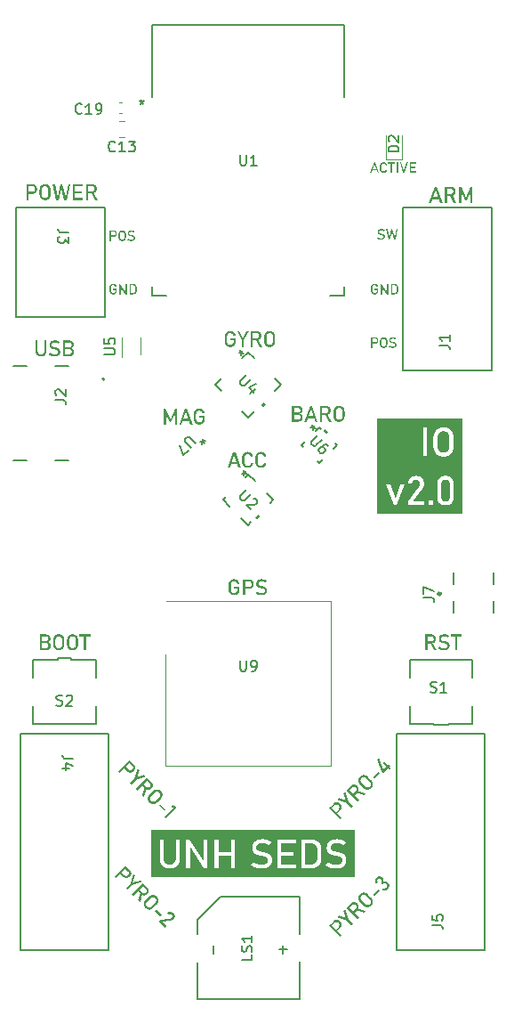
<source format=gbr>
%TF.GenerationSoftware,KiCad,Pcbnew,7.0.1*%
%TF.CreationDate,2024-01-06T20:51:44-05:00*%
%TF.ProjectId,Io-v2-Board,496f2d76-322d-4426-9f61-72642e6b6963,rev?*%
%TF.SameCoordinates,Original*%
%TF.FileFunction,Legend,Top*%
%TF.FilePolarity,Positive*%
%FSLAX46Y46*%
G04 Gerber Fmt 4.6, Leading zero omitted, Abs format (unit mm)*
G04 Created by KiCad (PCBNEW 7.0.1) date 2024-01-06 20:51:44*
%MOMM*%
%LPD*%
G01*
G04 APERTURE LIST*
%ADD10C,0.300000*%
%ADD11C,0.250000*%
%ADD12C,0.150000*%
%ADD13C,0.120000*%
%ADD14C,0.200000*%
%ADD15C,0.127000*%
%ADD16C,0.152400*%
G04 APERTURE END LIST*
D10*
G36*
X122411122Y-106638141D02*
G01*
X122447314Y-106639983D01*
X122482445Y-106643053D01*
X122516516Y-106647350D01*
X122549528Y-106652876D01*
X122581479Y-106659629D01*
X122612371Y-106667610D01*
X122642202Y-106676820D01*
X122670974Y-106687257D01*
X122698685Y-106698922D01*
X122725337Y-106711815D01*
X122750928Y-106725935D01*
X122775460Y-106741284D01*
X122798932Y-106757861D01*
X122821343Y-106775665D01*
X122842695Y-106794697D01*
X122862866Y-106814845D01*
X122881736Y-106835994D01*
X122899304Y-106858146D01*
X122915571Y-106881301D01*
X122930537Y-106905457D01*
X122944201Y-106930616D01*
X122956564Y-106956777D01*
X122967625Y-106983940D01*
X122977385Y-107012105D01*
X122985844Y-107041273D01*
X122993002Y-107071443D01*
X122998858Y-107102615D01*
X123003413Y-107134790D01*
X123006666Y-107167966D01*
X123008618Y-107202145D01*
X123009269Y-107237326D01*
X123009269Y-108041984D01*
X123008618Y-108077247D01*
X123006666Y-108111502D01*
X123003413Y-108144750D01*
X122998858Y-108176990D01*
X122993002Y-108208222D01*
X122985844Y-108238447D01*
X122977385Y-108267665D01*
X122967625Y-108295875D01*
X122956564Y-108323077D01*
X122944201Y-108349273D01*
X122930537Y-108374460D01*
X122915571Y-108398640D01*
X122899304Y-108421813D01*
X122881736Y-108443978D01*
X122862866Y-108465135D01*
X122842695Y-108485285D01*
X122821343Y-108504236D01*
X122798932Y-108521965D01*
X122775460Y-108538470D01*
X122750928Y-108553753D01*
X122725337Y-108567814D01*
X122698685Y-108580652D01*
X122670974Y-108592267D01*
X122642202Y-108602659D01*
X122612371Y-108611829D01*
X122581479Y-108619776D01*
X122549528Y-108626501D01*
X122516516Y-108632003D01*
X122482445Y-108636282D01*
X122447314Y-108639339D01*
X122411122Y-108641173D01*
X122373871Y-108641784D01*
X121879523Y-108641784D01*
X121879523Y-106637527D01*
X122373871Y-106637527D01*
X122411122Y-106638141D01*
G37*
G36*
X126614024Y-109877567D02*
G01*
X107160681Y-109877567D01*
X107160681Y-106273483D01*
X108003538Y-106273483D01*
X108003538Y-108017804D01*
X108003782Y-108047900D01*
X108004516Y-108077567D01*
X108005740Y-108106807D01*
X108007452Y-108135619D01*
X108009654Y-108164004D01*
X108012345Y-108191961D01*
X108015526Y-108219490D01*
X108019196Y-108246591D01*
X108028004Y-108299511D01*
X108038769Y-108350721D01*
X108051491Y-108400220D01*
X108066171Y-108448008D01*
X108082808Y-108494085D01*
X108101402Y-108538452D01*
X108121953Y-108581108D01*
X108144462Y-108622054D01*
X108168928Y-108661288D01*
X108195351Y-108698813D01*
X108223732Y-108734626D01*
X108254070Y-108768729D01*
X108286273Y-108800938D01*
X108320082Y-108831068D01*
X108355497Y-108859121D01*
X108392517Y-108885096D01*
X108431143Y-108908992D01*
X108471375Y-108930811D01*
X108513213Y-108950552D01*
X108556656Y-108968214D01*
X108601705Y-108983799D01*
X108648360Y-108997306D01*
X108696620Y-109008735D01*
X108746486Y-109018086D01*
X108797958Y-109025359D01*
X108851036Y-109030554D01*
X108878176Y-109032372D01*
X108905719Y-109033671D01*
X108933663Y-109034450D01*
X108962008Y-109034710D01*
X108990477Y-109034450D01*
X109018543Y-109033671D01*
X109046205Y-109032372D01*
X109073463Y-109030554D01*
X109126766Y-109025359D01*
X109178453Y-109018086D01*
X109228523Y-109008735D01*
X109276978Y-108997306D01*
X109323816Y-108983799D01*
X109369038Y-108968214D01*
X109412644Y-108950552D01*
X109454634Y-108930811D01*
X109495008Y-108908992D01*
X109533765Y-108885096D01*
X109570906Y-108859121D01*
X109606431Y-108831068D01*
X109640340Y-108800938D01*
X109672632Y-108768729D01*
X109688128Y-108751891D01*
X109717645Y-108716933D01*
X109745194Y-108680264D01*
X109770775Y-108641885D01*
X109794388Y-108601795D01*
X109816034Y-108559994D01*
X109835712Y-108516482D01*
X109853422Y-108471260D01*
X109869164Y-108424327D01*
X109882938Y-108375684D01*
X109894745Y-108325330D01*
X109904584Y-108273265D01*
X109908765Y-108246591D01*
X109912455Y-108219490D01*
X109915653Y-108191961D01*
X109918358Y-108164004D01*
X109920572Y-108135619D01*
X109922294Y-108106807D01*
X109923524Y-108077567D01*
X109924262Y-108047900D01*
X109924508Y-108017804D01*
X109924508Y-106273483D01*
X110526322Y-106273483D01*
X110526322Y-109004484D01*
X110905814Y-109004484D01*
X110905814Y-106993927D01*
X112193402Y-109004484D01*
X112545356Y-109004484D01*
X112545356Y-106273483D01*
X113221053Y-106273483D01*
X113221053Y-109006500D01*
X113604576Y-109006500D01*
X113604576Y-107843171D01*
X114773949Y-107843171D01*
X114773949Y-109006500D01*
X115157472Y-109006500D01*
X115157472Y-108696189D01*
X116694919Y-108696189D01*
X116711703Y-108710147D01*
X116737164Y-108730533D01*
X116762968Y-108750258D01*
X116789114Y-108769322D01*
X116815602Y-108787725D01*
X116842432Y-108805466D01*
X116869606Y-108822546D01*
X116897121Y-108838966D01*
X116924979Y-108854724D01*
X116953179Y-108869820D01*
X116981722Y-108884256D01*
X117000951Y-108893512D01*
X117030119Y-108906846D01*
X117059677Y-108919519D01*
X117089625Y-108931530D01*
X117119962Y-108942880D01*
X117150689Y-108953569D01*
X117181805Y-108963597D01*
X117213311Y-108972963D01*
X117245207Y-108981669D01*
X117277492Y-108989713D01*
X117310167Y-108997096D01*
X117332256Y-109001651D01*
X117365734Y-109007932D01*
X117399625Y-109013552D01*
X117433929Y-109018511D01*
X117468647Y-109022808D01*
X117503777Y-109026445D01*
X117539321Y-109029420D01*
X117575278Y-109031734D01*
X117611649Y-109033387D01*
X117648433Y-109034379D01*
X117685629Y-109034710D01*
X117715267Y-109034508D01*
X117744484Y-109033901D01*
X117773282Y-109032891D01*
X117801660Y-109031477D01*
X117829618Y-109029659D01*
X117857157Y-109027437D01*
X117884275Y-109024810D01*
X117910974Y-109021780D01*
X117963112Y-109014507D01*
X118013571Y-109005618D01*
X118062351Y-108995113D01*
X118109452Y-108982991D01*
X118154873Y-108969253D01*
X118198616Y-108953900D01*
X118240679Y-108936929D01*
X118281063Y-108918343D01*
X118319768Y-108898141D01*
X118356794Y-108876322D01*
X118392140Y-108852887D01*
X118425807Y-108827836D01*
X118457691Y-108801310D01*
X118487517Y-108773452D01*
X118515286Y-108744260D01*
X118540998Y-108713736D01*
X118564654Y-108681879D01*
X118586252Y-108648689D01*
X118605793Y-108614167D01*
X118623278Y-108578311D01*
X118638705Y-108541123D01*
X118652076Y-108502602D01*
X118663389Y-108462748D01*
X118672645Y-108421561D01*
X118679845Y-108379041D01*
X118684987Y-108335188D01*
X118688073Y-108290003D01*
X118689101Y-108243485D01*
X118689101Y-108239455D01*
X118688810Y-108211827D01*
X118687281Y-108171626D01*
X118684441Y-108132912D01*
X118680291Y-108095685D01*
X118674831Y-108059946D01*
X118668060Y-108025695D01*
X118659978Y-107992932D01*
X118650586Y-107961656D01*
X118639883Y-107931868D01*
X118627870Y-107903567D01*
X118614546Y-107876754D01*
X118605119Y-107859606D01*
X118590260Y-107834749D01*
X118574540Y-107810931D01*
X118557957Y-107788152D01*
X118540513Y-107766412D01*
X118522207Y-107745711D01*
X118503039Y-107726049D01*
X118483009Y-107707426D01*
X118462117Y-107689842D01*
X118440363Y-107673297D01*
X118417747Y-107657790D01*
X118402275Y-107647946D01*
X118378664Y-107633731D01*
X118354569Y-107620177D01*
X118329989Y-107607284D01*
X118304926Y-107595053D01*
X118279378Y-107583482D01*
X118253346Y-107572573D01*
X118226830Y-107562324D01*
X118199831Y-107552737D01*
X118172347Y-107543812D01*
X118144379Y-107535547D01*
X118125572Y-107530305D01*
X118097362Y-107522619D01*
X118069152Y-107515145D01*
X118040942Y-107507884D01*
X118012732Y-107500835D01*
X117984522Y-107493999D01*
X117956312Y-107487376D01*
X117928102Y-107480965D01*
X117899891Y-107474766D01*
X117871681Y-107468780D01*
X117843471Y-107463007D01*
X117822650Y-107458791D01*
X117791732Y-107452397D01*
X117761192Y-107445921D01*
X117731030Y-107439363D01*
X117701246Y-107432721D01*
X117671839Y-107425998D01*
X117642811Y-107419191D01*
X117614160Y-107412302D01*
X117585887Y-107405330D01*
X117557992Y-107398275D01*
X117530474Y-107391138D01*
X117521418Y-107388663D01*
X117494897Y-107380749D01*
X117461041Y-107369057D01*
X117428905Y-107356065D01*
X117398491Y-107341771D01*
X117369799Y-107326175D01*
X117342827Y-107309279D01*
X117317576Y-107291081D01*
X117294047Y-107271581D01*
X117283148Y-107261139D01*
X117263460Y-107238554D01*
X117246584Y-107213703D01*
X117232521Y-107186584D01*
X117221271Y-107157199D01*
X117212833Y-107125546D01*
X117207208Y-107091627D01*
X117204835Y-107064700D01*
X117204044Y-107036498D01*
X117204044Y-107034483D01*
X117204650Y-107009240D01*
X117207832Y-106972744D01*
X117213741Y-106937889D01*
X117222377Y-106904674D01*
X117233741Y-106873101D01*
X117247833Y-106843170D01*
X117264651Y-106814879D01*
X117284197Y-106788229D01*
X117306470Y-106763221D01*
X117331471Y-106739853D01*
X117359199Y-106718127D01*
X117389389Y-106698081D01*
X117421774Y-106680007D01*
X117456356Y-106663905D01*
X117493134Y-106649775D01*
X117518872Y-106641449D01*
X117545587Y-106634001D01*
X117573277Y-106627428D01*
X117601944Y-106621732D01*
X117631586Y-106616913D01*
X117662205Y-106612969D01*
X117693800Y-106609902D01*
X117726370Y-106607711D01*
X117759917Y-106606397D01*
X117794440Y-106605959D01*
X117813994Y-106606179D01*
X117843296Y-106607336D01*
X117872563Y-106609485D01*
X117901794Y-106612626D01*
X117930990Y-106616758D01*
X117960151Y-106621882D01*
X117989276Y-106627998D01*
X118018365Y-106635105D01*
X118047420Y-106643205D01*
X118076438Y-106652296D01*
X118105422Y-106662379D01*
X118124822Y-106669665D01*
X118153941Y-106681469D01*
X118183083Y-106694325D01*
X118212250Y-106708231D01*
X118241440Y-106723188D01*
X118270653Y-106739196D01*
X118299891Y-106756255D01*
X118329152Y-106774364D01*
X118358436Y-106793525D01*
X118387744Y-106813736D01*
X118417076Y-106834997D01*
X118634696Y-106530732D01*
X118609797Y-106512891D01*
X118584804Y-106495637D01*
X118559716Y-106478971D01*
X118534534Y-106462893D01*
X118509257Y-106447403D01*
X118483886Y-106432500D01*
X118458420Y-106418186D01*
X118432860Y-106404458D01*
X118407205Y-106391319D01*
X118381456Y-106378767D01*
X118355613Y-106366803D01*
X118329675Y-106355427D01*
X118303643Y-106344638D01*
X118277516Y-106334437D01*
X118251294Y-106324824D01*
X118224979Y-106315798D01*
X118198660Y-106307258D01*
X118172263Y-106299269D01*
X118145788Y-106291831D01*
X118119233Y-106284943D01*
X118092600Y-106278607D01*
X118068940Y-106273483D01*
X119196210Y-106273483D01*
X119196210Y-109006500D01*
X119382262Y-109006500D01*
X119579733Y-109006500D01*
X120951950Y-109006500D01*
X120951950Y-108641784D01*
X119579733Y-108641784D01*
X119579733Y-107831752D01*
X120745076Y-107831752D01*
X120745076Y-107467037D01*
X119579733Y-107467037D01*
X119579733Y-106637527D01*
X120951950Y-106637527D01*
X120951950Y-106273483D01*
X121496001Y-106273483D01*
X121496001Y-109006500D01*
X121755265Y-109006500D01*
X121879523Y-109006500D01*
X122360438Y-109006500D01*
X122401446Y-109006048D01*
X122441688Y-109004694D01*
X122481165Y-109002438D01*
X122519875Y-108999279D01*
X122557819Y-108995218D01*
X122594997Y-108990254D01*
X122631408Y-108984387D01*
X122667054Y-108977618D01*
X122701933Y-108969946D01*
X122736047Y-108961372D01*
X122769394Y-108951895D01*
X122801975Y-108941516D01*
X122833790Y-108930234D01*
X122864839Y-108918049D01*
X122895122Y-108904962D01*
X122924639Y-108890973D01*
X122953339Y-108876128D01*
X122981174Y-108860475D01*
X123008143Y-108844014D01*
X123034246Y-108826744D01*
X123059484Y-108808667D01*
X123083855Y-108789782D01*
X123107361Y-108770088D01*
X123130001Y-108749587D01*
X123151775Y-108728277D01*
X123172683Y-108706159D01*
X123181399Y-108696189D01*
X123776985Y-108696189D01*
X123793769Y-108710147D01*
X123819230Y-108730533D01*
X123845033Y-108750258D01*
X123871179Y-108769322D01*
X123897667Y-108787725D01*
X123924498Y-108805466D01*
X123951671Y-108822546D01*
X123979187Y-108838966D01*
X124007044Y-108854724D01*
X124035245Y-108869820D01*
X124063787Y-108884256D01*
X124083016Y-108893512D01*
X124112185Y-108906846D01*
X124141743Y-108919519D01*
X124171690Y-108931530D01*
X124202027Y-108942880D01*
X124232754Y-108953569D01*
X124263871Y-108963597D01*
X124295377Y-108972963D01*
X124327272Y-108981669D01*
X124359558Y-108989713D01*
X124392233Y-108997096D01*
X124414322Y-109001651D01*
X124447799Y-109007932D01*
X124481690Y-109013552D01*
X124515995Y-109018511D01*
X124550712Y-109022808D01*
X124585843Y-109026445D01*
X124621387Y-109029420D01*
X124657344Y-109031734D01*
X124693715Y-109033387D01*
X124730498Y-109034379D01*
X124767695Y-109034710D01*
X124797332Y-109034508D01*
X124826550Y-109033901D01*
X124855348Y-109032891D01*
X124883726Y-109031477D01*
X124911684Y-109029659D01*
X124939222Y-109027437D01*
X124966341Y-109024810D01*
X124993040Y-109021780D01*
X125045178Y-109014507D01*
X125095637Y-109005618D01*
X125144417Y-108995113D01*
X125191517Y-108982991D01*
X125236939Y-108969253D01*
X125280681Y-108953900D01*
X125322745Y-108936929D01*
X125363129Y-108918343D01*
X125401833Y-108898141D01*
X125438859Y-108876322D01*
X125474206Y-108852887D01*
X125507873Y-108827836D01*
X125539756Y-108801310D01*
X125569582Y-108773452D01*
X125597352Y-108744260D01*
X125623064Y-108713736D01*
X125646719Y-108681879D01*
X125668318Y-108648689D01*
X125687859Y-108614167D01*
X125705343Y-108578311D01*
X125720771Y-108541123D01*
X125734141Y-108502602D01*
X125745455Y-108462748D01*
X125754711Y-108421561D01*
X125761910Y-108379041D01*
X125767053Y-108335188D01*
X125770138Y-108290003D01*
X125771167Y-108243485D01*
X125771167Y-108239455D01*
X125770876Y-108211827D01*
X125769347Y-108171626D01*
X125766507Y-108132912D01*
X125762357Y-108095685D01*
X125756896Y-108059946D01*
X125750125Y-108025695D01*
X125742044Y-107992932D01*
X125732651Y-107961656D01*
X125721949Y-107931868D01*
X125709935Y-107903567D01*
X125696612Y-107876754D01*
X125687185Y-107859606D01*
X125672326Y-107834749D01*
X125656605Y-107810931D01*
X125640023Y-107788152D01*
X125622579Y-107766412D01*
X125604272Y-107745711D01*
X125585104Y-107726049D01*
X125565074Y-107707426D01*
X125544182Y-107689842D01*
X125522429Y-107673297D01*
X125499813Y-107657790D01*
X125484341Y-107647946D01*
X125460730Y-107633731D01*
X125436634Y-107620177D01*
X125412055Y-107607284D01*
X125386991Y-107595053D01*
X125361444Y-107583482D01*
X125335412Y-107572573D01*
X125308896Y-107562324D01*
X125281896Y-107552737D01*
X125254412Y-107543812D01*
X125226444Y-107535547D01*
X125207637Y-107530305D01*
X125179427Y-107522619D01*
X125151217Y-107515145D01*
X125123007Y-107507884D01*
X125094797Y-107500835D01*
X125066587Y-107493999D01*
X125038377Y-107487376D01*
X125010167Y-107480965D01*
X124981957Y-107474766D01*
X124953747Y-107468780D01*
X124925537Y-107463007D01*
X124904715Y-107458791D01*
X124873798Y-107452397D01*
X124843258Y-107445921D01*
X124813096Y-107439363D01*
X124783311Y-107432721D01*
X124753905Y-107425998D01*
X124724876Y-107419191D01*
X124696225Y-107412302D01*
X124667952Y-107405330D01*
X124640057Y-107398275D01*
X124612540Y-107391138D01*
X124603484Y-107388663D01*
X124576962Y-107380749D01*
X124543106Y-107369057D01*
X124510971Y-107356065D01*
X124480557Y-107341771D01*
X124451864Y-107326175D01*
X124424893Y-107309279D01*
X124399642Y-107291081D01*
X124376113Y-107271581D01*
X124365214Y-107261139D01*
X124345526Y-107238554D01*
X124328650Y-107213703D01*
X124314587Y-107186584D01*
X124303336Y-107157199D01*
X124294899Y-107125546D01*
X124289273Y-107091627D01*
X124286900Y-107064700D01*
X124286109Y-107036498D01*
X124286109Y-107034483D01*
X124286715Y-107009240D01*
X124289897Y-106972744D01*
X124295806Y-106937889D01*
X124304443Y-106904674D01*
X124315807Y-106873101D01*
X124329898Y-106843170D01*
X124346717Y-106814879D01*
X124366263Y-106788229D01*
X124388536Y-106763221D01*
X124413537Y-106739853D01*
X124441264Y-106718127D01*
X124471454Y-106698081D01*
X124503840Y-106680007D01*
X124538421Y-106663905D01*
X124575199Y-106649775D01*
X124600938Y-106641449D01*
X124627652Y-106634001D01*
X124655343Y-106627428D01*
X124684009Y-106621732D01*
X124713652Y-106616913D01*
X124744271Y-106612969D01*
X124775865Y-106609902D01*
X124808436Y-106607711D01*
X124841983Y-106606397D01*
X124876505Y-106605959D01*
X124896060Y-106606179D01*
X124925362Y-106607336D01*
X124954629Y-106609485D01*
X124983860Y-106612626D01*
X125013056Y-106616758D01*
X125042216Y-106621882D01*
X125071341Y-106627998D01*
X125100431Y-106635105D01*
X125129485Y-106643205D01*
X125158504Y-106652296D01*
X125187487Y-106662379D01*
X125206887Y-106669665D01*
X125236006Y-106681469D01*
X125265149Y-106694325D01*
X125294315Y-106708231D01*
X125323505Y-106723188D01*
X125352719Y-106739196D01*
X125381956Y-106756255D01*
X125411217Y-106774364D01*
X125440502Y-106793525D01*
X125469810Y-106813736D01*
X125499141Y-106834997D01*
X125716762Y-106530732D01*
X125691863Y-106512891D01*
X125666869Y-106495637D01*
X125641782Y-106478971D01*
X125616599Y-106462893D01*
X125591322Y-106447403D01*
X125565951Y-106432500D01*
X125540486Y-106418186D01*
X125514926Y-106404458D01*
X125489271Y-106391319D01*
X125463522Y-106378767D01*
X125437678Y-106366803D01*
X125411741Y-106355427D01*
X125385708Y-106344638D01*
X125359581Y-106334437D01*
X125333360Y-106324824D01*
X125307044Y-106315798D01*
X125280726Y-106307258D01*
X125254329Y-106299269D01*
X125227853Y-106291831D01*
X125201299Y-106284943D01*
X125174665Y-106278607D01*
X125147953Y-106272822D01*
X125121163Y-106267588D01*
X125094294Y-106262904D01*
X125067345Y-106258772D01*
X125040319Y-106255191D01*
X125013213Y-106252160D01*
X124986029Y-106249681D01*
X124958766Y-106247752D01*
X124931425Y-106246375D01*
X124904004Y-106245549D01*
X124876505Y-106245273D01*
X124847827Y-106245478D01*
X124819555Y-106246092D01*
X124791690Y-106247115D01*
X124764232Y-106248547D01*
X124710535Y-106252640D01*
X124658465Y-106258371D01*
X124608022Y-106265738D01*
X124559205Y-106274742D01*
X124512015Y-106285384D01*
X124466452Y-106297663D01*
X124422516Y-106311579D01*
X124380206Y-106327133D01*
X124339523Y-106344323D01*
X124300466Y-106363151D01*
X124263036Y-106383616D01*
X124227233Y-106405718D01*
X124193057Y-106429457D01*
X124160507Y-106454833D01*
X124129763Y-106481700D01*
X124101002Y-106509910D01*
X124074224Y-106539464D01*
X124049430Y-106570360D01*
X124026620Y-106602600D01*
X124005793Y-106636184D01*
X123986949Y-106671110D01*
X123970090Y-106707381D01*
X123955213Y-106744994D01*
X123942320Y-106783951D01*
X123931411Y-106824251D01*
X123922485Y-106865894D01*
X123915543Y-106908881D01*
X123910584Y-106953211D01*
X123907609Y-106998884D01*
X123906617Y-107045901D01*
X123906617Y-107047916D01*
X123906929Y-107077349D01*
X123907866Y-107106036D01*
X123909427Y-107133979D01*
X123911612Y-107161176D01*
X123916062Y-107200575D01*
X123921916Y-107238297D01*
X123929175Y-107274343D01*
X123937839Y-107308712D01*
X123947908Y-107341405D01*
X123959382Y-107372421D01*
X123972261Y-107401760D01*
X123986545Y-107429423D01*
X123996738Y-107446966D01*
X124012786Y-107472314D01*
X124029742Y-107496506D01*
X124047607Y-107519541D01*
X124066382Y-107541419D01*
X124086066Y-107562139D01*
X124106658Y-107581703D01*
X124128160Y-107600110D01*
X124150571Y-107617359D01*
X124173891Y-107633452D01*
X124198121Y-107648387D01*
X124214674Y-107657720D01*
X124239867Y-107671138D01*
X124265497Y-107683860D01*
X124291565Y-107695885D01*
X124318069Y-107707213D01*
X124345009Y-107717845D01*
X124372387Y-107727780D01*
X124400202Y-107737019D01*
X124428453Y-107745561D01*
X124457141Y-107753407D01*
X124486266Y-107760556D01*
X124505902Y-107764969D01*
X124535316Y-107771451D01*
X124564683Y-107777767D01*
X124594003Y-107783918D01*
X124623276Y-107789904D01*
X124652501Y-107795725D01*
X124681680Y-107801380D01*
X124710811Y-107806871D01*
X124739894Y-107812195D01*
X124768931Y-107817355D01*
X124797920Y-107822349D01*
X124807886Y-107824000D01*
X124837486Y-107829118D01*
X124866636Y-107834484D01*
X124895338Y-107840098D01*
X124923592Y-107845960D01*
X124951396Y-107852070D01*
X124978752Y-107858428D01*
X125005660Y-107865034D01*
X125032118Y-107871888D01*
X125058128Y-107878990D01*
X125092111Y-107888844D01*
X125124886Y-107899591D01*
X125156045Y-107911681D01*
X125185588Y-107925114D01*
X125213515Y-107939891D01*
X125239825Y-107956011D01*
X125264519Y-107973474D01*
X125287597Y-107992281D01*
X125309059Y-108012431D01*
X125319063Y-108023044D01*
X125337136Y-108045986D01*
X125352626Y-108071215D01*
X125365535Y-108098733D01*
X125375861Y-108128538D01*
X125383607Y-108160631D01*
X125388770Y-108195012D01*
X125390948Y-108222299D01*
X125391674Y-108250873D01*
X125391674Y-108252888D01*
X125391034Y-108277399D01*
X125387673Y-108312886D01*
X125381432Y-108346838D01*
X125372309Y-108379255D01*
X125360305Y-108410137D01*
X125345421Y-108439485D01*
X125327656Y-108467297D01*
X125307010Y-108493575D01*
X125283483Y-108518318D01*
X125257076Y-108541526D01*
X125227788Y-108563199D01*
X125206863Y-108576619D01*
X125173520Y-108595126D01*
X125137826Y-108611685D01*
X125112725Y-108621642D01*
X125086580Y-108630733D01*
X125059390Y-108638958D01*
X125031157Y-108646318D01*
X125001879Y-108652811D01*
X124971557Y-108658439D01*
X124940190Y-108663201D01*
X124907780Y-108667097D01*
X124874325Y-108670128D01*
X124839826Y-108672292D01*
X124804283Y-108673591D01*
X124767695Y-108674024D01*
X124753957Y-108673958D01*
X124726671Y-108673428D01*
X124699636Y-108672368D01*
X124659557Y-108669784D01*
X124620044Y-108666008D01*
X124581097Y-108661039D01*
X124542718Y-108654878D01*
X124504905Y-108647525D01*
X124467659Y-108638978D01*
X124430980Y-108629240D01*
X124394867Y-108618309D01*
X124359321Y-108606185D01*
X124336017Y-108597443D01*
X124301514Y-108583346D01*
X124267554Y-108568068D01*
X124234138Y-108551610D01*
X124201264Y-108533971D01*
X124168933Y-108515151D01*
X124137146Y-108495150D01*
X124105902Y-108473969D01*
X124075200Y-108451607D01*
X124045042Y-108428065D01*
X124015427Y-108403342D01*
X123776985Y-108696189D01*
X123181399Y-108696189D01*
X123192726Y-108683233D01*
X123211902Y-108659499D01*
X123230213Y-108634957D01*
X123247658Y-108609607D01*
X123264237Y-108583448D01*
X123279951Y-108556482D01*
X123294754Y-108528755D01*
X123308602Y-108500314D01*
X123321495Y-108471159D01*
X123333432Y-108441291D01*
X123344415Y-108410709D01*
X123354443Y-108379414D01*
X123363516Y-108347404D01*
X123371633Y-108314682D01*
X123378796Y-108281245D01*
X123385004Y-108247095D01*
X123390257Y-108212231D01*
X123394554Y-108176654D01*
X123397897Y-108140363D01*
X123400284Y-108103358D01*
X123401717Y-108065640D01*
X123402194Y-108027208D01*
X123402194Y-107252775D01*
X123401929Y-107223846D01*
X123401132Y-107195326D01*
X123399804Y-107167216D01*
X123397944Y-107139515D01*
X123395553Y-107112223D01*
X123392631Y-107085341D01*
X123385193Y-107032804D01*
X123375629Y-106981904D01*
X123363941Y-106932641D01*
X123350127Y-106885016D01*
X123334188Y-106839027D01*
X123316124Y-106794676D01*
X123295934Y-106751962D01*
X123273620Y-106710886D01*
X123249180Y-106671446D01*
X123222615Y-106633644D01*
X123193925Y-106597479D01*
X123163109Y-106562951D01*
X123130169Y-106530060D01*
X123112990Y-106514275D01*
X123077312Y-106484207D01*
X123039877Y-106456144D01*
X123000685Y-106430085D01*
X122959734Y-106406031D01*
X122917025Y-106383982D01*
X122872559Y-106363937D01*
X122826334Y-106345896D01*
X122778352Y-106329860D01*
X122728612Y-106315828D01*
X122677114Y-106303801D01*
X122650706Y-106298539D01*
X122623858Y-106293779D01*
X122596571Y-106289519D01*
X122568844Y-106285761D01*
X122540678Y-106282503D01*
X122512072Y-106279747D01*
X122483027Y-106277492D01*
X122453543Y-106275738D01*
X122423619Y-106274485D01*
X122393255Y-106273734D01*
X122362453Y-106273483D01*
X121879523Y-106273483D01*
X121496001Y-106273483D01*
X120951950Y-106273483D01*
X119579733Y-106273483D01*
X119196210Y-106273483D01*
X118068940Y-106273483D01*
X118065888Y-106272822D01*
X118039097Y-106267588D01*
X118012228Y-106262904D01*
X117985280Y-106258772D01*
X117958253Y-106255191D01*
X117931148Y-106252160D01*
X117903963Y-106249681D01*
X117876701Y-106247752D01*
X117849359Y-106246375D01*
X117821939Y-106245549D01*
X117794440Y-106245273D01*
X117765761Y-106245478D01*
X117737490Y-106246092D01*
X117709625Y-106247115D01*
X117682166Y-106248547D01*
X117628469Y-106252640D01*
X117576399Y-106258371D01*
X117525956Y-106265738D01*
X117477140Y-106274742D01*
X117429950Y-106285384D01*
X117384386Y-106297663D01*
X117340450Y-106311579D01*
X117298140Y-106327133D01*
X117257457Y-106344323D01*
X117218401Y-106363151D01*
X117180971Y-106383616D01*
X117145168Y-106405718D01*
X117110991Y-106429457D01*
X117078442Y-106454833D01*
X117047697Y-106481700D01*
X117018936Y-106509910D01*
X116992159Y-106539464D01*
X116967365Y-106570360D01*
X116944554Y-106602600D01*
X116923727Y-106636184D01*
X116904884Y-106671110D01*
X116888024Y-106707381D01*
X116873148Y-106744994D01*
X116860255Y-106783951D01*
X116849345Y-106824251D01*
X116840419Y-106865894D01*
X116833477Y-106908881D01*
X116828518Y-106953211D01*
X116825543Y-106998884D01*
X116824551Y-107045901D01*
X116824551Y-107047916D01*
X116824864Y-107077349D01*
X116825800Y-107106036D01*
X116827361Y-107133979D01*
X116829547Y-107161176D01*
X116833996Y-107200575D01*
X116839850Y-107238297D01*
X116847109Y-107274343D01*
X116855773Y-107308712D01*
X116865842Y-107341405D01*
X116877317Y-107372421D01*
X116890196Y-107401760D01*
X116904480Y-107429423D01*
X116914673Y-107446966D01*
X116930720Y-107472314D01*
X116947676Y-107496506D01*
X116965542Y-107519541D01*
X116984316Y-107541419D01*
X117004000Y-107562139D01*
X117024593Y-107581703D01*
X117046095Y-107600110D01*
X117068506Y-107617359D01*
X117091826Y-107633452D01*
X117116055Y-107648387D01*
X117132608Y-107657720D01*
X117157802Y-107671138D01*
X117183432Y-107683860D01*
X117209499Y-107695885D01*
X117236003Y-107707213D01*
X117262944Y-107717845D01*
X117290321Y-107727780D01*
X117318136Y-107737019D01*
X117346387Y-107745561D01*
X117375076Y-107753407D01*
X117404201Y-107760556D01*
X117423836Y-107764969D01*
X117453251Y-107771451D01*
X117482618Y-107777767D01*
X117511938Y-107783918D01*
X117541210Y-107789904D01*
X117570436Y-107795725D01*
X117599614Y-107801380D01*
X117628745Y-107806871D01*
X117657829Y-107812195D01*
X117686865Y-107817355D01*
X117715855Y-107822349D01*
X117725821Y-107824000D01*
X117755420Y-107829118D01*
X117784571Y-107834484D01*
X117813273Y-107840098D01*
X117841526Y-107845960D01*
X117869331Y-107852070D01*
X117896687Y-107858428D01*
X117923594Y-107865034D01*
X117950053Y-107871888D01*
X117976063Y-107878990D01*
X118010045Y-107888844D01*
X118042820Y-107899591D01*
X118073979Y-107911681D01*
X118103522Y-107925114D01*
X118131449Y-107939891D01*
X118157759Y-107956011D01*
X118182454Y-107973474D01*
X118205532Y-107992281D01*
X118226994Y-108012431D01*
X118236998Y-108023044D01*
X118255070Y-108045986D01*
X118270560Y-108071215D01*
X118283469Y-108098733D01*
X118293796Y-108128538D01*
X118301541Y-108160631D01*
X118306704Y-108195012D01*
X118308883Y-108222299D01*
X118309609Y-108250873D01*
X118309609Y-108252888D01*
X118308969Y-108277399D01*
X118305608Y-108312886D01*
X118299366Y-108346838D01*
X118290243Y-108379255D01*
X118278240Y-108410137D01*
X118263356Y-108439485D01*
X118245591Y-108467297D01*
X118224945Y-108493575D01*
X118201418Y-108518318D01*
X118175010Y-108541526D01*
X118145722Y-108563199D01*
X118124798Y-108576619D01*
X118091454Y-108595126D01*
X118055760Y-108611685D01*
X118030659Y-108621642D01*
X118004514Y-108630733D01*
X117977325Y-108638958D01*
X117949091Y-108646318D01*
X117919813Y-108652811D01*
X117889491Y-108658439D01*
X117858125Y-108663201D01*
X117825714Y-108667097D01*
X117792259Y-108670128D01*
X117757760Y-108672292D01*
X117722217Y-108673591D01*
X117685629Y-108674024D01*
X117671892Y-108673958D01*
X117644605Y-108673428D01*
X117617571Y-108672368D01*
X117577491Y-108669784D01*
X117537978Y-108666008D01*
X117499032Y-108661039D01*
X117460652Y-108654878D01*
X117422839Y-108647525D01*
X117385593Y-108638978D01*
X117348914Y-108629240D01*
X117312801Y-108618309D01*
X117277255Y-108606185D01*
X117253952Y-108597443D01*
X117219449Y-108583346D01*
X117185489Y-108568068D01*
X117152072Y-108551610D01*
X117119198Y-108533971D01*
X117086868Y-108515151D01*
X117055080Y-108495150D01*
X117023836Y-108473969D01*
X116993135Y-108451607D01*
X116962977Y-108428065D01*
X116933361Y-108403342D01*
X116694919Y-108696189D01*
X115157472Y-108696189D01*
X115157472Y-106273483D01*
X114773949Y-106273483D01*
X114773949Y-107478455D01*
X113604576Y-107478455D01*
X113604576Y-106273483D01*
X113221053Y-106273483D01*
X112545356Y-106273483D01*
X112165192Y-106273483D01*
X112165192Y-108313696D01*
X110874246Y-106273483D01*
X110526322Y-106273483D01*
X109924508Y-106273483D01*
X109540985Y-106273483D01*
X109540985Y-108030566D01*
X109540395Y-108067400D01*
X109538624Y-108103180D01*
X109535672Y-108137904D01*
X109531540Y-108171574D01*
X109526227Y-108204190D01*
X109519733Y-108235750D01*
X109512059Y-108266256D01*
X109503204Y-108295707D01*
X109493168Y-108324103D01*
X109481952Y-108351445D01*
X109469555Y-108377732D01*
X109455977Y-108402964D01*
X109441219Y-108427141D01*
X109425280Y-108450264D01*
X109408160Y-108472332D01*
X109389860Y-108493345D01*
X109370479Y-108513110D01*
X109350116Y-108531599D01*
X109328772Y-108548813D01*
X109306447Y-108564752D01*
X109283141Y-108579416D01*
X109258853Y-108592805D01*
X109233584Y-108604918D01*
X109207334Y-108615757D01*
X109180103Y-108625320D01*
X109151890Y-108633608D01*
X109122696Y-108640622D01*
X109092521Y-108646360D01*
X109061365Y-108650823D01*
X109029227Y-108654010D01*
X108996108Y-108655923D01*
X108962008Y-108656561D01*
X108928235Y-108655923D01*
X108895429Y-108654010D01*
X108863587Y-108650823D01*
X108832712Y-108646360D01*
X108802801Y-108640622D01*
X108773857Y-108633608D01*
X108745878Y-108625320D01*
X108718864Y-108615757D01*
X108692816Y-108604918D01*
X108667733Y-108592805D01*
X108643616Y-108579416D01*
X108620465Y-108564752D01*
X108598279Y-108548813D01*
X108577058Y-108531599D01*
X108556803Y-108513110D01*
X108537514Y-108493345D01*
X108519295Y-108472332D01*
X108502251Y-108450264D01*
X108486383Y-108427141D01*
X108471690Y-108402964D01*
X108458173Y-108377732D01*
X108445831Y-108351445D01*
X108434664Y-108324103D01*
X108424673Y-108295707D01*
X108415858Y-108266256D01*
X108408218Y-108235750D01*
X108401753Y-108204190D01*
X108396463Y-108171574D01*
X108392349Y-108137904D01*
X108389411Y-108103180D01*
X108387648Y-108067400D01*
X108387060Y-108030566D01*
X108387060Y-106273483D01*
X108003538Y-106273483D01*
X107160681Y-106273483D01*
X107160681Y-105402416D01*
X126614024Y-105402416D01*
X126614024Y-109877567D01*
G37*
G36*
X95415358Y-44886510D02*
G01*
X95415358Y-44687575D01*
X95891998Y-44687575D01*
X95910875Y-44686953D01*
X95929037Y-44685089D01*
X95946484Y-44681981D01*
X95963216Y-44677631D01*
X95979233Y-44672038D01*
X95994536Y-44665202D01*
X96009123Y-44657123D01*
X96022996Y-44647801D01*
X96036154Y-44637236D01*
X96048597Y-44625429D01*
X96056496Y-44616866D01*
X96067626Y-44603222D01*
X96077662Y-44588805D01*
X96086603Y-44573615D01*
X96094449Y-44557653D01*
X96101200Y-44540917D01*
X96106856Y-44523409D01*
X96111418Y-44505128D01*
X96114885Y-44486074D01*
X96117257Y-44466248D01*
X96118534Y-44445648D01*
X96118778Y-44431486D01*
X96118230Y-44409978D01*
X96116588Y-44389282D01*
X96113851Y-44369398D01*
X96110019Y-44350325D01*
X96105093Y-44332063D01*
X96099071Y-44314613D01*
X96091955Y-44297974D01*
X96083744Y-44282147D01*
X96074438Y-44267131D01*
X96064038Y-44252926D01*
X96056496Y-44243907D01*
X96044529Y-44231206D01*
X96031848Y-44219753D01*
X96018451Y-44209550D01*
X96004340Y-44200596D01*
X95989514Y-44192892D01*
X95973974Y-44186437D01*
X95957718Y-44181231D01*
X95940747Y-44177275D01*
X95923062Y-44174568D01*
X95904662Y-44173110D01*
X95891998Y-44172833D01*
X95415358Y-44172833D01*
X95415358Y-43974263D01*
X95885037Y-43974263D01*
X95901800Y-43974485D01*
X95918290Y-43975151D01*
X95934509Y-43976260D01*
X95950456Y-43977812D01*
X95966131Y-43979809D01*
X95981534Y-43982249D01*
X95996665Y-43985133D01*
X96011524Y-43988460D01*
X96026112Y-43992231D01*
X96040427Y-43996445D01*
X96054471Y-44001104D01*
X96068242Y-44006206D01*
X96088390Y-44014690D01*
X96107925Y-44024173D01*
X96120609Y-44031050D01*
X96139104Y-44042100D01*
X96156806Y-44053955D01*
X96173717Y-44066615D01*
X96189835Y-44080080D01*
X96205161Y-44094350D01*
X96219695Y-44109425D01*
X96233437Y-44125304D01*
X96246387Y-44141989D01*
X96258544Y-44159479D01*
X96269910Y-44177774D01*
X96277047Y-44190418D01*
X96287064Y-44209968D01*
X96293195Y-44223352D01*
X96298888Y-44237016D01*
X96304143Y-44250961D01*
X96308960Y-44265186D01*
X96313340Y-44279692D01*
X96317281Y-44294478D01*
X96320784Y-44309545D01*
X96323850Y-44324892D01*
X96326477Y-44340520D01*
X96328667Y-44356428D01*
X96330418Y-44372616D01*
X96331732Y-44389086D01*
X96332608Y-44405835D01*
X96333046Y-44422866D01*
X96333101Y-44431486D01*
X96332882Y-44448523D01*
X96332225Y-44465289D01*
X96331130Y-44481782D01*
X96329597Y-44498004D01*
X96327627Y-44513954D01*
X96325218Y-44529631D01*
X96322372Y-44545037D01*
X96319087Y-44560171D01*
X96315365Y-44575033D01*
X96311205Y-44589624D01*
X96306607Y-44603942D01*
X96301570Y-44617988D01*
X96296096Y-44631763D01*
X96290185Y-44645265D01*
X96283835Y-44658496D01*
X96277047Y-44671454D01*
X96266210Y-44690283D01*
X96254580Y-44708300D01*
X96242158Y-44725505D01*
X96228944Y-44741899D01*
X96214939Y-44757482D01*
X96200141Y-44772253D01*
X96184550Y-44786213D01*
X96168168Y-44799361D01*
X96150994Y-44811698D01*
X96133027Y-44823224D01*
X96120609Y-44830457D01*
X96101482Y-44840474D01*
X96081742Y-44849506D01*
X96061390Y-44857553D01*
X96047483Y-44862370D01*
X96033303Y-44866749D01*
X96018852Y-44870690D01*
X96004129Y-44874194D01*
X95989134Y-44877259D01*
X95973867Y-44879887D01*
X95958328Y-44882076D01*
X95942517Y-44883828D01*
X95926434Y-44885142D01*
X95910079Y-44886018D01*
X95893452Y-44886456D01*
X95885037Y-44886510D01*
X95415358Y-44886510D01*
G37*
G36*
X95307647Y-45465000D02*
G01*
X95307647Y-43974263D01*
X95516841Y-43974263D01*
X95516841Y-45465000D01*
X95307647Y-45465000D01*
G37*
G36*
X97107027Y-43959142D02*
G01*
X97126297Y-43959941D01*
X97145254Y-43961272D01*
X97163900Y-43963135D01*
X97182234Y-43965531D01*
X97200256Y-43968459D01*
X97217966Y-43971919D01*
X97235364Y-43975912D01*
X97252450Y-43980437D01*
X97269224Y-43985495D01*
X97285686Y-43991085D01*
X97301837Y-43997207D01*
X97317675Y-44003862D01*
X97333201Y-44011049D01*
X97348415Y-44018768D01*
X97363317Y-44027020D01*
X97377856Y-44035754D01*
X97391979Y-44044920D01*
X97405688Y-44054519D01*
X97418981Y-44064549D01*
X97431860Y-44075012D01*
X97444324Y-44085907D01*
X97456372Y-44097234D01*
X97468006Y-44108994D01*
X97479224Y-44121185D01*
X97490028Y-44133809D01*
X97500416Y-44146865D01*
X97510389Y-44160353D01*
X97519948Y-44174274D01*
X97529091Y-44188626D01*
X97537819Y-44203411D01*
X97546133Y-44218628D01*
X97554030Y-44234229D01*
X97561417Y-44250164D01*
X97568295Y-44266434D01*
X97574663Y-44283040D01*
X97580522Y-44299980D01*
X97585872Y-44317255D01*
X97590712Y-44334864D01*
X97595042Y-44352809D01*
X97598863Y-44371089D01*
X97602175Y-44389703D01*
X97604977Y-44408653D01*
X97607270Y-44427937D01*
X97609053Y-44447556D01*
X97610327Y-44467510D01*
X97611091Y-44487799D01*
X97611346Y-44508422D01*
X97611346Y-44930840D01*
X97611091Y-44951290D01*
X97610327Y-44971421D01*
X97609053Y-44991235D01*
X97607270Y-45010731D01*
X97604977Y-45029909D01*
X97602175Y-45048770D01*
X97598863Y-45067313D01*
X97595042Y-45085538D01*
X97590712Y-45103445D01*
X97585872Y-45121035D01*
X97580522Y-45138307D01*
X97574663Y-45155261D01*
X97568295Y-45171898D01*
X97561417Y-45188217D01*
X97554030Y-45204218D01*
X97546133Y-45219902D01*
X97537819Y-45235208D01*
X97529091Y-45250075D01*
X97519948Y-45264505D01*
X97510389Y-45278497D01*
X97500416Y-45292051D01*
X97490028Y-45305167D01*
X97479224Y-45317846D01*
X97468006Y-45330086D01*
X97456372Y-45341888D01*
X97444324Y-45353253D01*
X97431860Y-45364179D01*
X97418981Y-45374668D01*
X97405688Y-45384718D01*
X97391979Y-45394331D01*
X97377856Y-45403506D01*
X97363317Y-45412243D01*
X97348415Y-45420495D01*
X97333201Y-45428214D01*
X97317675Y-45435401D01*
X97301837Y-45442056D01*
X97285686Y-45448178D01*
X97269224Y-45453768D01*
X97252450Y-45458826D01*
X97235364Y-45463351D01*
X97217966Y-45467344D01*
X97200256Y-45470804D01*
X97182234Y-45473732D01*
X97163900Y-45476128D01*
X97145254Y-45477991D01*
X97126297Y-45479322D01*
X97107027Y-45480121D01*
X97087445Y-45480387D01*
X97067863Y-45480121D01*
X97048593Y-45479322D01*
X97029635Y-45477991D01*
X97010989Y-45476128D01*
X96992655Y-45473732D01*
X96974633Y-45470804D01*
X96956923Y-45467344D01*
X96939525Y-45463351D01*
X96922439Y-45458826D01*
X96905665Y-45453768D01*
X96889203Y-45448178D01*
X96873053Y-45442056D01*
X96857215Y-45435401D01*
X96841689Y-45428214D01*
X96826475Y-45420495D01*
X96811572Y-45412243D01*
X96797032Y-45403506D01*
X96782904Y-45394331D01*
X96769189Y-45384718D01*
X96755885Y-45374668D01*
X96742994Y-45364179D01*
X96730514Y-45353253D01*
X96718447Y-45341888D01*
X96706792Y-45330086D01*
X96695549Y-45317846D01*
X96684719Y-45305167D01*
X96674300Y-45292051D01*
X96664294Y-45278497D01*
X96654700Y-45264505D01*
X96645518Y-45250075D01*
X96636748Y-45235208D01*
X96628390Y-45219902D01*
X96620538Y-45204218D01*
X96613192Y-45188217D01*
X96606353Y-45171898D01*
X96600020Y-45155261D01*
X96594194Y-45138307D01*
X96588874Y-45121035D01*
X96584062Y-45103445D01*
X96579755Y-45085538D01*
X96575956Y-45067313D01*
X96572663Y-45048770D01*
X96569876Y-45029909D01*
X96567597Y-45010731D01*
X96565824Y-44991235D01*
X96564557Y-44971421D01*
X96563797Y-44951290D01*
X96563630Y-44937801D01*
X96777867Y-44937801D01*
X96778199Y-44956573D01*
X96779195Y-44974879D01*
X96780855Y-44992717D01*
X96783179Y-45010090D01*
X96786167Y-45026995D01*
X96789820Y-45043434D01*
X96794136Y-45059407D01*
X96799116Y-45074913D01*
X96804760Y-45089953D01*
X96811069Y-45104526D01*
X96818041Y-45118632D01*
X96825677Y-45132272D01*
X96833978Y-45145445D01*
X96842942Y-45158152D01*
X96852571Y-45170393D01*
X96862863Y-45182166D01*
X96873701Y-45193302D01*
X96884965Y-45203719D01*
X96896656Y-45213417D01*
X96908773Y-45222398D01*
X96921317Y-45230659D01*
X96934287Y-45238203D01*
X96947684Y-45245028D01*
X96961507Y-45251134D01*
X96975757Y-45256522D01*
X96990433Y-45261192D01*
X97005535Y-45265143D01*
X97021064Y-45268376D01*
X97037020Y-45270891D01*
X97053401Y-45272687D01*
X97070210Y-45273765D01*
X97087445Y-45274124D01*
X97104767Y-45273765D01*
X97121654Y-45272687D01*
X97138106Y-45270891D01*
X97154123Y-45268376D01*
X97169705Y-45265143D01*
X97184852Y-45261192D01*
X97199564Y-45256522D01*
X97213840Y-45251134D01*
X97227682Y-45245028D01*
X97241089Y-45238203D01*
X97254060Y-45230659D01*
X97266597Y-45222398D01*
X97278698Y-45213417D01*
X97290365Y-45203719D01*
X97301596Y-45193302D01*
X97312392Y-45182166D01*
X97322641Y-45170393D01*
X97332228Y-45158152D01*
X97341153Y-45145445D01*
X97349418Y-45132272D01*
X97357022Y-45118632D01*
X97363964Y-45104526D01*
X97370245Y-45089953D01*
X97375865Y-45074913D01*
X97380824Y-45059407D01*
X97385121Y-45043434D01*
X97388758Y-45026995D01*
X97391733Y-45010090D01*
X97394047Y-44992717D01*
X97395700Y-44974879D01*
X97396692Y-44956573D01*
X97397023Y-44937801D01*
X97397023Y-44501095D01*
X97396692Y-44482237D01*
X97395700Y-44463858D01*
X97394047Y-44445956D01*
X97391733Y-44428532D01*
X97388758Y-44411586D01*
X97385121Y-44395119D01*
X97380824Y-44379129D01*
X97375865Y-44363617D01*
X97370245Y-44348583D01*
X97363964Y-44334027D01*
X97357022Y-44319949D01*
X97349418Y-44306350D01*
X97341153Y-44293228D01*
X97332228Y-44280584D01*
X97322641Y-44268418D01*
X97312392Y-44256730D01*
X97301596Y-44245595D01*
X97290365Y-44235178D01*
X97278698Y-44225479D01*
X97266597Y-44216499D01*
X97254060Y-44208237D01*
X97241089Y-44200694D01*
X97227682Y-44193869D01*
X97213840Y-44187762D01*
X97199564Y-44182374D01*
X97184852Y-44177704D01*
X97169705Y-44173753D01*
X97154123Y-44170520D01*
X97138106Y-44168006D01*
X97121654Y-44166210D01*
X97104767Y-44165132D01*
X97087445Y-44164773D01*
X97070210Y-44165132D01*
X97053401Y-44166210D01*
X97037020Y-44168006D01*
X97021064Y-44170520D01*
X97005535Y-44173753D01*
X96990433Y-44177704D01*
X96975757Y-44182374D01*
X96961507Y-44187762D01*
X96947684Y-44193869D01*
X96934287Y-44200694D01*
X96921317Y-44208237D01*
X96908773Y-44216499D01*
X96896656Y-44225479D01*
X96884965Y-44235178D01*
X96873701Y-44245595D01*
X96862863Y-44256730D01*
X96852571Y-44268418D01*
X96842942Y-44280584D01*
X96833978Y-44293228D01*
X96825677Y-44306350D01*
X96818041Y-44319949D01*
X96811069Y-44334027D01*
X96804760Y-44348583D01*
X96799116Y-44363617D01*
X96794136Y-44379129D01*
X96789820Y-44395119D01*
X96786167Y-44411586D01*
X96783179Y-44428532D01*
X96780855Y-44445956D01*
X96779195Y-44463858D01*
X96778199Y-44482237D01*
X96777867Y-44501095D01*
X96777867Y-44937801D01*
X96563630Y-44937801D01*
X96563544Y-44930840D01*
X96563544Y-44508422D01*
X96563797Y-44487799D01*
X96564557Y-44467510D01*
X96565824Y-44447556D01*
X96567597Y-44427937D01*
X96569876Y-44408653D01*
X96572663Y-44389703D01*
X96575956Y-44371089D01*
X96579755Y-44352809D01*
X96584062Y-44334864D01*
X96588874Y-44317255D01*
X96594194Y-44299980D01*
X96600020Y-44283040D01*
X96606353Y-44266434D01*
X96613192Y-44250164D01*
X96620538Y-44234229D01*
X96628390Y-44218628D01*
X96636748Y-44203411D01*
X96645518Y-44188626D01*
X96654700Y-44174274D01*
X96664294Y-44160353D01*
X96674300Y-44146865D01*
X96684719Y-44133809D01*
X96695549Y-44121185D01*
X96706792Y-44108994D01*
X96718447Y-44097234D01*
X96730514Y-44085907D01*
X96742994Y-44075012D01*
X96755885Y-44064549D01*
X96769189Y-44054519D01*
X96782904Y-44044920D01*
X96797032Y-44035754D01*
X96811572Y-44027020D01*
X96826475Y-44018768D01*
X96841689Y-44011049D01*
X96857215Y-44003862D01*
X96873053Y-43997207D01*
X96889203Y-43991085D01*
X96905665Y-43985495D01*
X96922439Y-43980437D01*
X96939525Y-43975912D01*
X96956923Y-43971919D01*
X96974633Y-43968459D01*
X96992655Y-43965531D01*
X97010989Y-43963135D01*
X97029635Y-43961272D01*
X97048593Y-43959941D01*
X97067863Y-43959142D01*
X97087445Y-43958876D01*
X97107027Y-43959142D01*
G37*
G36*
X98277030Y-45142965D02*
G01*
X98582577Y-43974263D01*
X98726192Y-43974263D01*
X99031740Y-45142965D01*
X99295156Y-43974263D01*
X99512410Y-43974263D01*
X99148610Y-45465000D01*
X98935020Y-45465000D01*
X98660247Y-44423060D01*
X98373383Y-45465000D01*
X98160159Y-45465000D01*
X97795993Y-43974263D01*
X98013247Y-43974263D01*
X98277030Y-45142965D01*
G37*
G36*
X99737724Y-45465000D02*
G01*
X99737724Y-43974263D01*
X99946918Y-43974263D01*
X99946918Y-45465000D01*
X99737724Y-45465000D01*
G37*
G36*
X99839207Y-45465000D02*
G01*
X99839207Y-45266064D01*
X100695400Y-45266064D01*
X100695400Y-45465000D01*
X99839207Y-45465000D01*
G37*
G36*
X99839207Y-44824228D02*
G01*
X99839207Y-44625293D01*
X100582560Y-44625293D01*
X100582560Y-44824228D01*
X99839207Y-44824228D01*
G37*
G36*
X99839207Y-44172833D02*
G01*
X99839207Y-43974263D01*
X100695400Y-43974263D01*
X100695400Y-44172833D01*
X99839207Y-44172833D01*
G37*
G36*
X101083380Y-44834487D02*
G01*
X101083380Y-44635551D01*
X101591893Y-44635551D01*
X101608683Y-44634994D01*
X101624840Y-44633323D01*
X101640367Y-44630537D01*
X101655263Y-44626638D01*
X101669528Y-44621624D01*
X101683161Y-44615497D01*
X101696163Y-44608255D01*
X101708535Y-44599899D01*
X101720275Y-44590429D01*
X101731384Y-44579845D01*
X101738439Y-44572170D01*
X101748326Y-44559856D01*
X101757240Y-44546822D01*
X101765181Y-44533066D01*
X101772150Y-44518589D01*
X101778147Y-44503391D01*
X101783171Y-44487471D01*
X101787223Y-44470830D01*
X101790303Y-44453468D01*
X101792410Y-44435384D01*
X101793544Y-44416579D01*
X101793760Y-44403642D01*
X101793274Y-44384425D01*
X101791815Y-44365930D01*
X101789384Y-44348155D01*
X101785981Y-44331102D01*
X101781605Y-44314770D01*
X101776256Y-44299160D01*
X101769935Y-44284270D01*
X101762642Y-44270102D01*
X101754376Y-44256656D01*
X101745138Y-44243930D01*
X101738439Y-44235847D01*
X101727751Y-44224455D01*
X101716432Y-44214183D01*
X101704481Y-44205032D01*
X101691899Y-44197001D01*
X101678687Y-44190091D01*
X101664843Y-44184302D01*
X101650368Y-44179633D01*
X101635262Y-44176084D01*
X101619525Y-44173656D01*
X101603156Y-44172349D01*
X101591893Y-44172100D01*
X101083380Y-44172100D01*
X101083380Y-43973164D01*
X101583833Y-43973164D01*
X101599963Y-43973375D01*
X101615839Y-43974006D01*
X101631459Y-43975058D01*
X101646825Y-43976530D01*
X101661936Y-43978424D01*
X101676793Y-43980738D01*
X101691394Y-43983472D01*
X101705741Y-43986628D01*
X101726784Y-43992150D01*
X101747253Y-43998619D01*
X101767150Y-44006035D01*
X101786473Y-44014397D01*
X101805223Y-44023706D01*
X101811346Y-44027020D01*
X101829235Y-44037491D01*
X101846358Y-44048710D01*
X101862714Y-44060675D01*
X101878304Y-44073388D01*
X101893128Y-44086847D01*
X101907186Y-44101054D01*
X101920477Y-44116008D01*
X101933001Y-44131708D01*
X101944760Y-44148156D01*
X101955752Y-44165351D01*
X101962654Y-44177229D01*
X101972279Y-44195592D01*
X101980957Y-44214547D01*
X101988688Y-44234094D01*
X101995472Y-44254234D01*
X102001310Y-44274967D01*
X102006201Y-44296292D01*
X102008936Y-44310838D01*
X102011250Y-44325647D01*
X102013144Y-44340719D01*
X102014616Y-44356055D01*
X102015668Y-44371654D01*
X102016299Y-44387516D01*
X102016510Y-44403642D01*
X102016296Y-44419682D01*
X102015657Y-44435470D01*
X102014590Y-44451006D01*
X102013098Y-44466290D01*
X102011179Y-44481323D01*
X102008833Y-44496103D01*
X102006061Y-44510632D01*
X102001103Y-44531953D01*
X101995186Y-44552707D01*
X101988309Y-44572894D01*
X101980473Y-44592514D01*
X101971677Y-44611568D01*
X101961921Y-44630055D01*
X101951378Y-44647814D01*
X101940081Y-44664818D01*
X101928031Y-44681070D01*
X101915227Y-44696568D01*
X101901670Y-44711312D01*
X101887359Y-44725303D01*
X101872295Y-44738540D01*
X101856477Y-44751024D01*
X101839906Y-44762755D01*
X101822581Y-44773732D01*
X101810613Y-44780631D01*
X101792185Y-44790256D01*
X101773171Y-44798934D01*
X101753571Y-44806665D01*
X101733384Y-44813449D01*
X101712612Y-44819287D01*
X101691254Y-44824178D01*
X101676690Y-44826913D01*
X101661865Y-44829227D01*
X101646779Y-44831121D01*
X101631434Y-44832593D01*
X101615827Y-44833645D01*
X101599961Y-44834276D01*
X101583833Y-44834487D01*
X101083380Y-44834487D01*
G37*
G36*
X100992155Y-45465000D02*
G01*
X100992155Y-43973164D01*
X101201349Y-43973164D01*
X101201349Y-45465000D01*
X100992155Y-45465000D01*
G37*
G36*
X101830763Y-45465000D02*
G01*
X101489311Y-44788325D01*
X101697406Y-44741064D01*
X102079158Y-45465000D01*
X101830763Y-45465000D01*
G37*
D11*
G36*
X128473955Y-53904863D02*
G01*
X128818581Y-53904863D01*
X128818581Y-54078276D01*
X128818412Y-54092179D01*
X128817902Y-54105860D01*
X128817053Y-54119320D01*
X128815864Y-54132559D01*
X128814336Y-54145576D01*
X128812468Y-54158372D01*
X128810260Y-54170947D01*
X128807713Y-54183300D01*
X128804826Y-54195432D01*
X128801599Y-54207343D01*
X128798033Y-54219032D01*
X128794127Y-54230500D01*
X128789881Y-54241747D01*
X128785296Y-54252772D01*
X128780371Y-54263576D01*
X128775106Y-54274159D01*
X128769537Y-54284484D01*
X128763699Y-54294515D01*
X128757592Y-54304252D01*
X128751216Y-54313695D01*
X128744571Y-54322845D01*
X128737657Y-54331701D01*
X128730474Y-54340263D01*
X128723021Y-54348531D01*
X128715300Y-54356505D01*
X128707310Y-54364185D01*
X128699050Y-54371571D01*
X128690522Y-54378664D01*
X128681724Y-54385463D01*
X128672658Y-54391968D01*
X128663322Y-54398179D01*
X128653718Y-54404096D01*
X128643872Y-54409686D01*
X128633812Y-54414915D01*
X128623538Y-54419784D01*
X128613051Y-54424292D01*
X128602350Y-54428439D01*
X128591436Y-54432226D01*
X128580307Y-54435652D01*
X128568965Y-54438717D01*
X128557410Y-54441422D01*
X128545640Y-54443766D01*
X128533657Y-54445750D01*
X128521460Y-54447373D01*
X128509049Y-54448635D01*
X128496425Y-54449536D01*
X128483587Y-54450077D01*
X128470535Y-54450258D01*
X128457389Y-54450089D01*
X128444451Y-54449582D01*
X128431721Y-54448738D01*
X128419199Y-54447556D01*
X128406884Y-54446036D01*
X128394778Y-54444178D01*
X128382880Y-54441983D01*
X128371190Y-54439450D01*
X128359707Y-54436579D01*
X128348433Y-54433371D01*
X128337367Y-54429824D01*
X128326508Y-54425940D01*
X128315858Y-54421718D01*
X128305416Y-54417159D01*
X128295181Y-54412262D01*
X128285155Y-54407027D01*
X128275402Y-54401454D01*
X128265925Y-54395605D01*
X128256725Y-54389478D01*
X128247801Y-54383076D01*
X128239154Y-54376396D01*
X128230784Y-54369440D01*
X128222691Y-54362207D01*
X128214874Y-54354698D01*
X128207334Y-54346911D01*
X128200071Y-54338849D01*
X128193084Y-54330509D01*
X128186374Y-54321893D01*
X128179941Y-54313000D01*
X128173784Y-54303830D01*
X128167904Y-54294384D01*
X128162301Y-54284661D01*
X128157007Y-54274667D01*
X128152054Y-54264469D01*
X128147443Y-54254067D01*
X128143174Y-54243460D01*
X128139246Y-54232650D01*
X128135659Y-54221635D01*
X128132415Y-54210416D01*
X128129511Y-54198993D01*
X128126950Y-54187366D01*
X128124730Y-54175534D01*
X128122851Y-54163498D01*
X128121314Y-54151259D01*
X128120119Y-54138815D01*
X128119265Y-54126167D01*
X128118752Y-54113314D01*
X128118581Y-54100258D01*
X128118581Y-53806922D01*
X128118750Y-53793021D01*
X128119257Y-53779345D01*
X128120101Y-53765895D01*
X128121283Y-53752670D01*
X128122803Y-53739669D01*
X128124661Y-53726894D01*
X128126856Y-53714344D01*
X128129389Y-53702020D01*
X128132260Y-53689920D01*
X128135469Y-53678046D01*
X128139015Y-53666397D01*
X128142899Y-53654972D01*
X128147121Y-53643774D01*
X128151680Y-53632800D01*
X128156577Y-53622051D01*
X128161812Y-53611528D01*
X128167381Y-53601233D01*
X128173219Y-53591233D01*
X128179326Y-53581526D01*
X128185702Y-53572113D01*
X128192348Y-53562994D01*
X128199262Y-53554169D01*
X128206445Y-53545638D01*
X128213897Y-53537400D01*
X128221619Y-53529456D01*
X128229609Y-53521807D01*
X128237868Y-53514451D01*
X128246397Y-53507389D01*
X128255194Y-53500621D01*
X128264261Y-53494146D01*
X128273597Y-53487966D01*
X128283201Y-53482079D01*
X128293047Y-53476489D01*
X128303107Y-53471260D01*
X128313380Y-53466391D01*
X128323868Y-53461883D01*
X128334568Y-53457736D01*
X128345483Y-53453949D01*
X128356611Y-53450523D01*
X128367953Y-53447458D01*
X128379509Y-53444753D01*
X128391279Y-53442409D01*
X128403262Y-53440425D01*
X128415459Y-53438802D01*
X128427869Y-53437540D01*
X128440494Y-53436638D01*
X128453332Y-53436097D01*
X128466383Y-53435917D01*
X128477191Y-53436061D01*
X128487877Y-53436493D01*
X128498440Y-53437214D01*
X128508882Y-53438222D01*
X128519201Y-53439519D01*
X128529398Y-53441103D01*
X128539473Y-53442976D01*
X128549426Y-53445137D01*
X128559257Y-53447586D01*
X128568965Y-53450324D01*
X128578552Y-53453349D01*
X128588016Y-53456663D01*
X128597359Y-53460264D01*
X128606579Y-53464154D01*
X128615677Y-53468332D01*
X128624653Y-53472798D01*
X128633507Y-53477523D01*
X128642181Y-53482480D01*
X128650673Y-53487667D01*
X128658984Y-53493085D01*
X128667114Y-53498734D01*
X128675062Y-53504614D01*
X128682829Y-53510725D01*
X128690415Y-53517067D01*
X128697820Y-53523639D01*
X128705043Y-53530443D01*
X128712085Y-53537477D01*
X128718946Y-53544743D01*
X128725625Y-53552239D01*
X128732123Y-53559966D01*
X128738440Y-53567924D01*
X128744576Y-53576113D01*
X128750528Y-53584475D01*
X128756235Y-53593015D01*
X128761695Y-53601732D01*
X128766909Y-53610627D01*
X128771877Y-53619699D01*
X128776598Y-53628949D01*
X128781074Y-53638376D01*
X128785303Y-53647981D01*
X128789287Y-53657763D01*
X128793024Y-53667723D01*
X128796515Y-53677860D01*
X128799760Y-53688174D01*
X128802758Y-53698666D01*
X128805511Y-53709336D01*
X128808017Y-53720182D01*
X128810277Y-53731207D01*
X128659335Y-53731207D01*
X128656782Y-53721671D01*
X128652423Y-53707900D01*
X128647428Y-53694769D01*
X128641798Y-53682277D01*
X128635533Y-53670426D01*
X128628632Y-53659214D01*
X128621096Y-53648641D01*
X128612924Y-53638709D01*
X128604117Y-53629416D01*
X128594675Y-53620762D01*
X128584597Y-53612749D01*
X128574178Y-53605416D01*
X128563622Y-53598804D01*
X128552929Y-53592914D01*
X128542099Y-53587745D01*
X128531131Y-53583297D01*
X128520025Y-53579570D01*
X128508782Y-53576565D01*
X128497402Y-53574281D01*
X128485885Y-53572718D01*
X128474230Y-53571876D01*
X128466383Y-53571716D01*
X128454925Y-53571969D01*
X128443753Y-53572727D01*
X128432867Y-53573992D01*
X128422267Y-53575761D01*
X128411953Y-53578037D01*
X128401926Y-53580818D01*
X128392185Y-53584105D01*
X128382730Y-53587897D01*
X128373561Y-53592195D01*
X128364679Y-53596999D01*
X128356083Y-53602309D01*
X128347773Y-53608124D01*
X128339749Y-53614444D01*
X128332012Y-53621271D01*
X128324560Y-53628603D01*
X128317395Y-53636441D01*
X128310622Y-53644663D01*
X128304286Y-53653209D01*
X128298387Y-53662080D01*
X128292925Y-53671276D01*
X128287900Y-53680795D01*
X128283312Y-53690640D01*
X128279161Y-53700808D01*
X128275446Y-53711301D01*
X128272169Y-53722118D01*
X128269329Y-53733260D01*
X128266926Y-53744726D01*
X128264959Y-53756516D01*
X128263430Y-53768631D01*
X128262337Y-53781070D01*
X128261682Y-53793834D01*
X128261464Y-53806922D01*
X128261464Y-54100258D01*
X128261688Y-54112228D01*
X128262360Y-54123900D01*
X128263481Y-54135271D01*
X128265051Y-54146343D01*
X128267069Y-54157116D01*
X128269535Y-54167589D01*
X128272450Y-54177762D01*
X128275813Y-54187636D01*
X128279624Y-54197210D01*
X128283884Y-54206484D01*
X128288593Y-54215459D01*
X128293749Y-54224135D01*
X128299355Y-54232510D01*
X128305408Y-54240587D01*
X128311910Y-54248363D01*
X128318861Y-54255840D01*
X128326179Y-54262909D01*
X128333786Y-54269522D01*
X128341681Y-54275678D01*
X128349864Y-54281379D01*
X128358335Y-54286624D01*
X128367095Y-54291412D01*
X128376142Y-54295745D01*
X128385478Y-54299621D01*
X128395102Y-54303041D01*
X128405013Y-54306006D01*
X128415213Y-54308514D01*
X128425702Y-54310566D01*
X128436478Y-54312162D01*
X128447542Y-54313302D01*
X128458895Y-54313986D01*
X128470535Y-54314214D01*
X128482022Y-54313974D01*
X128493219Y-54313253D01*
X128504126Y-54312051D01*
X128514743Y-54310368D01*
X128525070Y-54308204D01*
X128535107Y-54305559D01*
X128544854Y-54302434D01*
X128554311Y-54298827D01*
X128563477Y-54294740D01*
X128572354Y-54290172D01*
X128580941Y-54285123D01*
X128589237Y-54279593D01*
X128597244Y-54273582D01*
X128604961Y-54267091D01*
X128612387Y-54260118D01*
X128619524Y-54252665D01*
X128626326Y-54244783D01*
X128632690Y-54236522D01*
X128638615Y-54227884D01*
X128644101Y-54218868D01*
X128649148Y-54209474D01*
X128653756Y-54199703D01*
X128657925Y-54189553D01*
X128661655Y-54179026D01*
X128664947Y-54168121D01*
X128667800Y-54156838D01*
X128670214Y-54145177D01*
X128672188Y-54133139D01*
X128673724Y-54120723D01*
X128674822Y-54107928D01*
X128675480Y-54094757D01*
X128675699Y-54081207D01*
X128675699Y-54037976D01*
X128473955Y-54037976D01*
X128473955Y-53904863D01*
G37*
G36*
X129030096Y-54439267D02*
G01*
X129030096Y-53446175D01*
X129156614Y-53446175D01*
X129642657Y-54214319D01*
X129626048Y-54232149D01*
X129626048Y-53446175D01*
X129764290Y-53446175D01*
X129764290Y-54439267D01*
X129636307Y-54439267D01*
X129151729Y-53682602D01*
X129168093Y-53664773D01*
X129168093Y-54439267D01*
X129030096Y-54439267D01*
G37*
G36*
X130104276Y-54440000D02*
G01*
X130104276Y-54307376D01*
X130329224Y-54307376D01*
X130342769Y-54307153D01*
X130355930Y-54306486D01*
X130368705Y-54305375D01*
X130381095Y-54303819D01*
X130393099Y-54301818D01*
X130404717Y-54299373D01*
X130415951Y-54296483D01*
X130426799Y-54293148D01*
X130437261Y-54289369D01*
X130447338Y-54285146D01*
X130457029Y-54280477D01*
X130466335Y-54275365D01*
X130475256Y-54269807D01*
X130483791Y-54263805D01*
X130491941Y-54257358D01*
X130499705Y-54250467D01*
X130507040Y-54243140D01*
X130513902Y-54235446D01*
X130520290Y-54227386D01*
X130526205Y-54218960D01*
X130531647Y-54210167D01*
X130536616Y-54201008D01*
X130541112Y-54191482D01*
X130545134Y-54181591D01*
X130548683Y-54171332D01*
X130551759Y-54160708D01*
X130554362Y-54149717D01*
X130556491Y-54138360D01*
X130558148Y-54126636D01*
X130559331Y-54114546D01*
X130560041Y-54102090D01*
X130560277Y-54089267D01*
X130560277Y-53796664D01*
X130560041Y-53783871D01*
X130559331Y-53771442D01*
X130558148Y-53759378D01*
X130556491Y-53747678D01*
X130554362Y-53736343D01*
X130551759Y-53725372D01*
X130548683Y-53714765D01*
X130545134Y-53704523D01*
X130541112Y-53694646D01*
X130536616Y-53685133D01*
X130531647Y-53675984D01*
X130526205Y-53667200D01*
X130520290Y-53658780D01*
X130513902Y-53650725D01*
X130507040Y-53643034D01*
X130499705Y-53635708D01*
X130491941Y-53628787D01*
X130483791Y-53622313D01*
X130475256Y-53616285D01*
X130466335Y-53610703D01*
X130457029Y-53605569D01*
X130447338Y-53600880D01*
X130437261Y-53596638D01*
X130426799Y-53592843D01*
X130415951Y-53589494D01*
X130404717Y-53586592D01*
X130393099Y-53584136D01*
X130381095Y-53582127D01*
X130368705Y-53580564D01*
X130355930Y-53579448D01*
X130342769Y-53578778D01*
X130329224Y-53578555D01*
X130104276Y-53578555D01*
X130104276Y-53446175D01*
X130325071Y-53446175D01*
X130336272Y-53446266D01*
X130347314Y-53446540D01*
X130358195Y-53446995D01*
X130368917Y-53447633D01*
X130379479Y-53448453D01*
X130389881Y-53449455D01*
X130400123Y-53450640D01*
X130410205Y-53452007D01*
X130420128Y-53453556D01*
X130429891Y-53455287D01*
X130439494Y-53457200D01*
X130458220Y-53461574D01*
X130476308Y-53466676D01*
X130493756Y-53472507D01*
X130510565Y-53479068D01*
X130526734Y-53486357D01*
X130542265Y-53494375D01*
X130557156Y-53503122D01*
X130571408Y-53512597D01*
X130585020Y-53522802D01*
X130597994Y-53533736D01*
X130604241Y-53539476D01*
X130616219Y-53551436D01*
X130627425Y-53563992D01*
X130637858Y-53577143D01*
X130647518Y-53590889D01*
X130656405Y-53605231D01*
X130664519Y-53620168D01*
X130671861Y-53635700D01*
X130678430Y-53651828D01*
X130684226Y-53668551D01*
X130689249Y-53685869D01*
X130693499Y-53703783D01*
X130696977Y-53722292D01*
X130699682Y-53741396D01*
X130700744Y-53751172D01*
X130701614Y-53761096D01*
X130702290Y-53771169D01*
X130702773Y-53781391D01*
X130703063Y-53791762D01*
X130703159Y-53802281D01*
X130703159Y-54083893D01*
X130702986Y-54097869D01*
X130702465Y-54111584D01*
X130701597Y-54125041D01*
X130700381Y-54138237D01*
X130698818Y-54151175D01*
X130696908Y-54163852D01*
X130694651Y-54176271D01*
X130692046Y-54188429D01*
X130689094Y-54200329D01*
X130685795Y-54211968D01*
X130682149Y-54223348D01*
X130678155Y-54234469D01*
X130673814Y-54245330D01*
X130669126Y-54255932D01*
X130664090Y-54266274D01*
X130658707Y-54276357D01*
X130652993Y-54286163D01*
X130646964Y-54295675D01*
X130640621Y-54304893D01*
X130633962Y-54313818D01*
X130626989Y-54322448D01*
X130619701Y-54330785D01*
X130612098Y-54338828D01*
X130604180Y-54346577D01*
X130595947Y-54354032D01*
X130587400Y-54361193D01*
X130578537Y-54368060D01*
X130569360Y-54374634D01*
X130559868Y-54380914D01*
X130550061Y-54386900D01*
X130539939Y-54392592D01*
X130529503Y-54397990D01*
X130518769Y-54403077D01*
X130507757Y-54407836D01*
X130496467Y-54412266D01*
X130484898Y-54416369D01*
X130473050Y-54420143D01*
X130460924Y-54423589D01*
X130448519Y-54426707D01*
X130435836Y-54429497D01*
X130422873Y-54431959D01*
X130409633Y-54434092D01*
X130396114Y-54435897D01*
X130382316Y-54437374D01*
X130368239Y-54438523D01*
X130353884Y-54439343D01*
X130339251Y-54439835D01*
X130324339Y-54440000D01*
X130104276Y-54440000D01*
G37*
G36*
X130009998Y-54440000D02*
G01*
X130009998Y-53446175D01*
X130149461Y-53446175D01*
X130149461Y-54440000D01*
X130009998Y-54440000D01*
G37*
G36*
X128043355Y-42883000D02*
G01*
X128409719Y-41889175D01*
X128528665Y-41889175D01*
X128895030Y-42883000D01*
X128744820Y-42883000D01*
X128469314Y-42081150D01*
X128193808Y-42883000D01*
X128043355Y-42883000D01*
G37*
G36*
X128212127Y-42664891D02*
G01*
X128212127Y-42532267D01*
X128735050Y-42532267D01*
X128735050Y-42664891D01*
X128212127Y-42664891D01*
G37*
G36*
X129315371Y-42893258D02*
G01*
X129302496Y-42893077D01*
X129289821Y-42892536D01*
X129277347Y-42891635D01*
X129265073Y-42890373D01*
X129252999Y-42888750D01*
X129241125Y-42886766D01*
X129229452Y-42884422D01*
X129217980Y-42881717D01*
X129206707Y-42878652D01*
X129195635Y-42875226D01*
X129184764Y-42871439D01*
X129174092Y-42867292D01*
X129163621Y-42862784D01*
X129153351Y-42857915D01*
X129143280Y-42852686D01*
X129133411Y-42847096D01*
X129123808Y-42841181D01*
X129114478Y-42834975D01*
X129105421Y-42828480D01*
X129096637Y-42821695D01*
X129088125Y-42814619D01*
X129079887Y-42807254D01*
X129071921Y-42799598D01*
X129064229Y-42791653D01*
X129056809Y-42783417D01*
X129049662Y-42774892D01*
X129042788Y-42766076D01*
X129036187Y-42756970D01*
X129029858Y-42747574D01*
X129023803Y-42737889D01*
X129018020Y-42727913D01*
X129012510Y-42717647D01*
X129007305Y-42707097D01*
X129002435Y-42696329D01*
X128997902Y-42685344D01*
X128993704Y-42674141D01*
X128989842Y-42662721D01*
X128986315Y-42651083D01*
X128983125Y-42639228D01*
X128980270Y-42627155D01*
X128977752Y-42614865D01*
X128975569Y-42602357D01*
X128973721Y-42589631D01*
X128972210Y-42576688D01*
X128971035Y-42563528D01*
X128970195Y-42550150D01*
X128969691Y-42536554D01*
X128969524Y-42522741D01*
X128969524Y-42249922D01*
X128969691Y-42236021D01*
X128970195Y-42222345D01*
X128971035Y-42208895D01*
X128972210Y-42195670D01*
X128973721Y-42182669D01*
X128975569Y-42169894D01*
X128977752Y-42157344D01*
X128980270Y-42145020D01*
X128983125Y-42132920D01*
X128986315Y-42121046D01*
X128989842Y-42109397D01*
X128993704Y-42097972D01*
X128997902Y-42086774D01*
X129002435Y-42075800D01*
X129007305Y-42065051D01*
X129012510Y-42054528D01*
X129018020Y-42044233D01*
X129023803Y-42034233D01*
X129029858Y-42024526D01*
X129036187Y-42015113D01*
X129042788Y-42005994D01*
X129049662Y-41997169D01*
X129056809Y-41988638D01*
X129064229Y-41980400D01*
X129071921Y-41972456D01*
X129079887Y-41964807D01*
X129088125Y-41957451D01*
X129096637Y-41950389D01*
X129105421Y-41943621D01*
X129114478Y-41937146D01*
X129123808Y-41930966D01*
X129133411Y-41925079D01*
X129143280Y-41919489D01*
X129153351Y-41914260D01*
X129163621Y-41909391D01*
X129174092Y-41904883D01*
X129184764Y-41900736D01*
X129195635Y-41896949D01*
X129206707Y-41893523D01*
X129217980Y-41890458D01*
X129229452Y-41887753D01*
X129241125Y-41885409D01*
X129252999Y-41883425D01*
X129265073Y-41881802D01*
X129277347Y-41880540D01*
X129289821Y-41879638D01*
X129302496Y-41879097D01*
X129315371Y-41878917D01*
X129326090Y-41879061D01*
X129336693Y-41879493D01*
X129347179Y-41880214D01*
X129357549Y-41881222D01*
X129367803Y-41882519D01*
X129377940Y-41884103D01*
X129387960Y-41885976D01*
X129397864Y-41888137D01*
X129407652Y-41890586D01*
X129417324Y-41893324D01*
X129426879Y-41896349D01*
X129436317Y-41899663D01*
X129445640Y-41903264D01*
X129454846Y-41907154D01*
X129463935Y-41911332D01*
X129472908Y-41915798D01*
X129481762Y-41920523D01*
X129490433Y-41925480D01*
X129498920Y-41930667D01*
X129507224Y-41936085D01*
X129515345Y-41941734D01*
X129523283Y-41947614D01*
X129531038Y-41953725D01*
X129538609Y-41960067D01*
X129545998Y-41966639D01*
X129553203Y-41973443D01*
X129560225Y-41980477D01*
X129567064Y-41987743D01*
X129573719Y-41995239D01*
X129580192Y-42002966D01*
X129586481Y-42010924D01*
X129592587Y-42019113D01*
X129598480Y-42027475D01*
X129604131Y-42036015D01*
X129609540Y-42044732D01*
X129614706Y-42053627D01*
X129619630Y-42062699D01*
X129624312Y-42071949D01*
X129628751Y-42081376D01*
X129632948Y-42090981D01*
X129636903Y-42100763D01*
X129640615Y-42110723D01*
X129644085Y-42120860D01*
X129647313Y-42131174D01*
X129650298Y-42141666D01*
X129653041Y-42152336D01*
X129655542Y-42163182D01*
X129657800Y-42174207D01*
X129514918Y-42174207D01*
X129511407Y-42162426D01*
X129507346Y-42151019D01*
X129502736Y-42139986D01*
X129497577Y-42129327D01*
X129491867Y-42119042D01*
X129485609Y-42109131D01*
X129478800Y-42099594D01*
X129471443Y-42090431D01*
X129463703Y-42081707D01*
X129455628Y-42073487D01*
X129447217Y-42065771D01*
X129438470Y-42058558D01*
X129429387Y-42051849D01*
X129419968Y-42045643D01*
X129410214Y-42039942D01*
X129400124Y-42034744D01*
X129389824Y-42030050D01*
X129379439Y-42025982D01*
X129368971Y-42022540D01*
X129358419Y-42019723D01*
X129347783Y-42017533D01*
X129337063Y-42015968D01*
X129326259Y-42015029D01*
X129315371Y-42014716D01*
X129304063Y-42014969D01*
X129293035Y-42015727D01*
X129282287Y-42016992D01*
X129271820Y-42018761D01*
X129261633Y-42021037D01*
X129251727Y-42023818D01*
X129242101Y-42027105D01*
X129232756Y-42030897D01*
X129223692Y-42035195D01*
X129214907Y-42039999D01*
X129206404Y-42045309D01*
X129198181Y-42051124D01*
X129190238Y-42057444D01*
X129182576Y-42064271D01*
X129175194Y-42071603D01*
X129168093Y-42079441D01*
X129161350Y-42087663D01*
X129155041Y-42096209D01*
X129149168Y-42105080D01*
X129143730Y-42114276D01*
X129138727Y-42123795D01*
X129134159Y-42133640D01*
X129130025Y-42143808D01*
X129126327Y-42154301D01*
X129123065Y-42165118D01*
X129120237Y-42176260D01*
X129117844Y-42187726D01*
X129115886Y-42199516D01*
X129114363Y-42211631D01*
X129113276Y-42224070D01*
X129112623Y-42236834D01*
X129112406Y-42249922D01*
X129112406Y-42522741D01*
X129112623Y-42535828D01*
X129113276Y-42548589D01*
X129114363Y-42561024D01*
X129115886Y-42573132D01*
X129117844Y-42584914D01*
X129120237Y-42596369D01*
X129123065Y-42607498D01*
X129126327Y-42618301D01*
X129130025Y-42628778D01*
X129134159Y-42638928D01*
X129138727Y-42648752D01*
X129143730Y-42658250D01*
X129149168Y-42667422D01*
X129155041Y-42676267D01*
X129161350Y-42684786D01*
X129168093Y-42692979D01*
X129175194Y-42700757D01*
X129182576Y-42708034D01*
X129190238Y-42714809D01*
X129198181Y-42721082D01*
X129206404Y-42726853D01*
X129214907Y-42732122D01*
X129223692Y-42736890D01*
X129232756Y-42741155D01*
X129242101Y-42744919D01*
X129251727Y-42748181D01*
X129261633Y-42750941D01*
X129271820Y-42753200D01*
X129282287Y-42754956D01*
X129293035Y-42756211D01*
X129304063Y-42756964D01*
X129315371Y-42757214D01*
X129327487Y-42756854D01*
X129339468Y-42755772D01*
X129351317Y-42753969D01*
X129363033Y-42751444D01*
X129374616Y-42748198D01*
X129386065Y-42744231D01*
X129397382Y-42739543D01*
X129408565Y-42734133D01*
X129419616Y-42728003D01*
X129430533Y-42721150D01*
X129437737Y-42716182D01*
X129448168Y-42708170D01*
X129457939Y-42699524D01*
X129467048Y-42690241D01*
X129475496Y-42680324D01*
X129483282Y-42669771D01*
X129490408Y-42658582D01*
X129496872Y-42646758D01*
X129502675Y-42634299D01*
X129507817Y-42621205D01*
X129512298Y-42607474D01*
X129514918Y-42597968D01*
X129657800Y-42597968D01*
X129655540Y-42608993D01*
X129653033Y-42619843D01*
X129650281Y-42630517D01*
X129647282Y-42641016D01*
X129644037Y-42651339D01*
X129640546Y-42661487D01*
X129636809Y-42671458D01*
X129632826Y-42681255D01*
X129628597Y-42690876D01*
X129624121Y-42700321D01*
X129619399Y-42709591D01*
X129614432Y-42718685D01*
X129609218Y-42727604D01*
X129603757Y-42736347D01*
X129598051Y-42744915D01*
X129592099Y-42753307D01*
X129585965Y-42761466D01*
X129579654Y-42769396D01*
X129573165Y-42777097D01*
X129566499Y-42784570D01*
X129559655Y-42791813D01*
X129552634Y-42798827D01*
X129545436Y-42805613D01*
X129538060Y-42812169D01*
X129530506Y-42818496D01*
X129522776Y-42824595D01*
X129514867Y-42830464D01*
X129506782Y-42836105D01*
X129498518Y-42841516D01*
X129490078Y-42846699D01*
X129481459Y-42851652D01*
X129472664Y-42856377D01*
X129463720Y-42860843D01*
X129454659Y-42865021D01*
X129445478Y-42868911D01*
X129436180Y-42872512D01*
X129426763Y-42875826D01*
X129417228Y-42878851D01*
X129407575Y-42881588D01*
X129397803Y-42884038D01*
X129387913Y-42886199D01*
X129377905Y-42888071D01*
X129367779Y-42889656D01*
X129357534Y-42890953D01*
X129347171Y-42891961D01*
X129336689Y-42892681D01*
X129326090Y-42893114D01*
X129315371Y-42893258D01*
G37*
G36*
X129999740Y-42883000D02*
G01*
X129999740Y-41970508D01*
X130139203Y-41970508D01*
X130139203Y-42883000D01*
X129999740Y-42883000D01*
G37*
G36*
X129718861Y-42021555D02*
G01*
X129718861Y-41889175D01*
X130420326Y-41889175D01*
X130420326Y-42021555D01*
X129718861Y-42021555D01*
G37*
G36*
X130696565Y-41889175D02*
G01*
X130696565Y-42883000D01*
X130557102Y-42883000D01*
X130557102Y-41889175D01*
X130696565Y-41889175D01*
G37*
G36*
X131190912Y-42883000D02*
G01*
X130866802Y-41889175D01*
X131018477Y-41889175D01*
X131257102Y-42668310D01*
X131495727Y-41889175D01*
X131647402Y-41889175D01*
X131323536Y-42883000D01*
X131190912Y-42883000D01*
G37*
G36*
X131797856Y-42883000D02*
G01*
X131797856Y-41889175D01*
X131937318Y-41889175D01*
X131937318Y-42883000D01*
X131797856Y-42883000D01*
G37*
G36*
X131865511Y-42883000D02*
G01*
X131865511Y-42750376D01*
X132436307Y-42750376D01*
X132436307Y-42883000D01*
X131865511Y-42883000D01*
G37*
G36*
X131865511Y-42455819D02*
G01*
X131865511Y-42323195D01*
X132361080Y-42323195D01*
X132361080Y-42455819D01*
X131865511Y-42455819D01*
G37*
G36*
X131865511Y-42021555D02*
G01*
X131865511Y-41889175D01*
X132436307Y-41889175D01*
X132436307Y-42021555D01*
X131865511Y-42021555D01*
G37*
G36*
X128210905Y-59134340D02*
G01*
X128210905Y-59001716D01*
X128528665Y-59001716D01*
X128541250Y-59001302D01*
X128553358Y-59000059D01*
X128564989Y-58997987D01*
X128576144Y-58995087D01*
X128586822Y-58991359D01*
X128597024Y-58986801D01*
X128606749Y-58981415D01*
X128615997Y-58975201D01*
X128624769Y-58968157D01*
X128633065Y-58960286D01*
X128638330Y-58954577D01*
X128645751Y-58945481D01*
X128652441Y-58935870D01*
X128658402Y-58925743D01*
X128663632Y-58915102D01*
X128668133Y-58903945D01*
X128671904Y-58892272D01*
X128674945Y-58880085D01*
X128677256Y-58867383D01*
X128678838Y-58854165D01*
X128679689Y-58840432D01*
X128679852Y-58830990D01*
X128679487Y-58816652D01*
X128678392Y-58802855D01*
X128676567Y-58789598D01*
X128674013Y-58776883D01*
X128670728Y-58764709D01*
X128666714Y-58753075D01*
X128661970Y-58741983D01*
X128656496Y-58731431D01*
X128650292Y-58721420D01*
X128643358Y-58711951D01*
X128638330Y-58705938D01*
X128630353Y-58697470D01*
X128621898Y-58689835D01*
X128612967Y-58683033D01*
X128603560Y-58677064D01*
X128593676Y-58671928D01*
X128583316Y-58667624D01*
X128572478Y-58664154D01*
X128561165Y-58661516D01*
X128549375Y-58659712D01*
X128537108Y-58658740D01*
X128528665Y-58658555D01*
X128210905Y-58658555D01*
X128210905Y-58526175D01*
X128524025Y-58526175D01*
X128535200Y-58526323D01*
X128546193Y-58526767D01*
X128557006Y-58527506D01*
X128567637Y-58528541D01*
X128578087Y-58529872D01*
X128588356Y-58531499D01*
X128598443Y-58533422D01*
X128608349Y-58535640D01*
X128618074Y-58538154D01*
X128627618Y-58540963D01*
X128636980Y-58544069D01*
X128646161Y-58547470D01*
X128659593Y-58553127D01*
X128672617Y-58559449D01*
X128681073Y-58564033D01*
X128693403Y-58571400D01*
X128705204Y-58579303D01*
X128716478Y-58587743D01*
X128727223Y-58596720D01*
X128737441Y-58606233D01*
X128747130Y-58616283D01*
X128756291Y-58626869D01*
X128764924Y-58637993D01*
X128773029Y-58649653D01*
X128780607Y-58661849D01*
X128785364Y-58670279D01*
X128792043Y-58683312D01*
X128796130Y-58692234D01*
X128799925Y-58701344D01*
X128803429Y-58710640D01*
X128806640Y-58720124D01*
X128809560Y-58729794D01*
X128812187Y-58739652D01*
X128814523Y-58749696D01*
X128816566Y-58759928D01*
X128818318Y-58770346D01*
X128819778Y-58780952D01*
X128820945Y-58791744D01*
X128821821Y-58802724D01*
X128822405Y-58813890D01*
X128822697Y-58825244D01*
X128822734Y-58830990D01*
X128822588Y-58842349D01*
X128822150Y-58853526D01*
X128821420Y-58864521D01*
X128820398Y-58875336D01*
X128819084Y-58885969D01*
X128817479Y-58896421D01*
X128815581Y-58906691D01*
X128813391Y-58916781D01*
X128810910Y-58926689D01*
X128808136Y-58936416D01*
X128805071Y-58945961D01*
X128801713Y-58955325D01*
X128798064Y-58964508D01*
X128794123Y-58973510D01*
X128789890Y-58982330D01*
X128785364Y-58990969D01*
X128778140Y-59003522D01*
X128770386Y-59015533D01*
X128762105Y-59027003D01*
X128753296Y-59037933D01*
X128743959Y-59048321D01*
X128734094Y-59058169D01*
X128723700Y-59067475D01*
X128712779Y-59076241D01*
X128701329Y-59084465D01*
X128689351Y-59092149D01*
X128681073Y-59096971D01*
X128668321Y-59103649D01*
X128655161Y-59109671D01*
X128641593Y-59115035D01*
X128632322Y-59118246D01*
X128622869Y-59121166D01*
X128613235Y-59123793D01*
X128603419Y-59126129D01*
X128593422Y-59128173D01*
X128583244Y-59129924D01*
X128572885Y-59131384D01*
X128562344Y-59132552D01*
X128551622Y-59133428D01*
X128540719Y-59134012D01*
X128529635Y-59134304D01*
X128524025Y-59134340D01*
X128210905Y-59134340D01*
G37*
G36*
X128139098Y-59520000D02*
G01*
X128139098Y-58526175D01*
X128278561Y-58526175D01*
X128278561Y-59520000D01*
X128139098Y-59520000D01*
G37*
G36*
X129338684Y-58516095D02*
G01*
X129351531Y-58516627D01*
X129364169Y-58517514D01*
X129376600Y-58518756D01*
X129388823Y-58520354D01*
X129400837Y-58522306D01*
X129412644Y-58524613D01*
X129424243Y-58527274D01*
X129435633Y-58530291D01*
X129446816Y-58533663D01*
X129457791Y-58537390D01*
X129468558Y-58541471D01*
X129479116Y-58545908D01*
X129489467Y-58550699D01*
X129499610Y-58555845D01*
X129509545Y-58561346D01*
X129519237Y-58567169D01*
X129528653Y-58573280D01*
X129537792Y-58579679D01*
X129546654Y-58586366D01*
X129555240Y-58593341D01*
X129563549Y-58600605D01*
X129571581Y-58608156D01*
X129579337Y-58615996D01*
X129586816Y-58624123D01*
X129594018Y-58632539D01*
X129600944Y-58641243D01*
X129607593Y-58650235D01*
X129613965Y-58659516D01*
X129620061Y-58669084D01*
X129625879Y-58678941D01*
X129631422Y-58689085D01*
X129636686Y-58699486D01*
X129641611Y-58710109D01*
X129646196Y-58720956D01*
X129650442Y-58732026D01*
X129654348Y-58743320D01*
X129657914Y-58754836D01*
X129661141Y-58766576D01*
X129664028Y-58778539D01*
X129666575Y-58790726D01*
X129668783Y-58803135D01*
X129670651Y-58815768D01*
X129672180Y-58828624D01*
X129673368Y-58841704D01*
X129674218Y-58855006D01*
X129674727Y-58868532D01*
X129674897Y-58882281D01*
X129674897Y-59163893D01*
X129674727Y-59177526D01*
X129674218Y-59190947D01*
X129673368Y-59204156D01*
X129672180Y-59217154D01*
X129670651Y-59229939D01*
X129668783Y-59242513D01*
X129666575Y-59254875D01*
X129664028Y-59267025D01*
X129661141Y-59278963D01*
X129657914Y-59290690D01*
X129654348Y-59302205D01*
X129650442Y-59313507D01*
X129646196Y-59324599D01*
X129641611Y-59335478D01*
X129636686Y-59346145D01*
X129631422Y-59356601D01*
X129625879Y-59366805D01*
X129620061Y-59376717D01*
X129613965Y-59386337D01*
X129607593Y-59395665D01*
X129600944Y-59404701D01*
X129594018Y-59413445D01*
X129586816Y-59421897D01*
X129579337Y-59430057D01*
X129571581Y-59437925D01*
X129563549Y-59445502D01*
X129555240Y-59452786D01*
X129546654Y-59459778D01*
X129537792Y-59466479D01*
X129528653Y-59472887D01*
X129519237Y-59479004D01*
X129509545Y-59484829D01*
X129499610Y-59490330D01*
X129489467Y-59495476D01*
X129479116Y-59500267D01*
X129468558Y-59504704D01*
X129457791Y-59508785D01*
X129446816Y-59512512D01*
X129435633Y-59515884D01*
X129424243Y-59518900D01*
X129412644Y-59521562D01*
X129400837Y-59523869D01*
X129388823Y-59525821D01*
X129376600Y-59527418D01*
X129364169Y-59528661D01*
X129351531Y-59529548D01*
X129338684Y-59530080D01*
X129325630Y-59530258D01*
X129312575Y-59530080D01*
X129299728Y-59529548D01*
X129287090Y-59528661D01*
X129274659Y-59527418D01*
X129262437Y-59525821D01*
X129250422Y-59523869D01*
X129238615Y-59521562D01*
X129227017Y-59518900D01*
X129215626Y-59515884D01*
X129204443Y-59512512D01*
X129193469Y-59508785D01*
X129182702Y-59504704D01*
X129172143Y-59500267D01*
X129161792Y-59495476D01*
X129151650Y-59490330D01*
X129141715Y-59484829D01*
X129132021Y-59479004D01*
X129122603Y-59472887D01*
X129113459Y-59466479D01*
X129104590Y-59459778D01*
X129095996Y-59452786D01*
X129087676Y-59445502D01*
X129079631Y-59437925D01*
X129071861Y-59430057D01*
X129064366Y-59421897D01*
X129057146Y-59413445D01*
X129050200Y-59404701D01*
X129043529Y-59395665D01*
X129037133Y-59386337D01*
X129031012Y-59376717D01*
X129025165Y-59366805D01*
X129019593Y-59356601D01*
X129014358Y-59346145D01*
X129009461Y-59335478D01*
X129004902Y-59324599D01*
X129000680Y-59313507D01*
X128996796Y-59302205D01*
X128993249Y-59290690D01*
X128990041Y-59278963D01*
X128987170Y-59267025D01*
X128984637Y-59254875D01*
X128982442Y-59242513D01*
X128980584Y-59229939D01*
X128979064Y-59217154D01*
X128977882Y-59204156D01*
X128977038Y-59190947D01*
X128976531Y-59177526D01*
X128976420Y-59168534D01*
X129119244Y-59168534D01*
X129119466Y-59181049D01*
X129120130Y-59193252D01*
X129121237Y-59205145D01*
X129122786Y-59216726D01*
X129124778Y-59227997D01*
X129127213Y-59238956D01*
X129130090Y-59249605D01*
X129133411Y-59259942D01*
X129137173Y-59269968D01*
X129141379Y-59279684D01*
X129146027Y-59289088D01*
X129151118Y-59298181D01*
X129156652Y-59306963D01*
X129162628Y-59315435D01*
X129169047Y-59323595D01*
X129175909Y-59331444D01*
X129183134Y-59338868D01*
X129190643Y-59345812D01*
X129198437Y-59352278D01*
X129206515Y-59358265D01*
X129214878Y-59363773D01*
X129223525Y-59368802D01*
X129232456Y-59373352D01*
X129241671Y-59377423D01*
X129251171Y-59381015D01*
X129260955Y-59384128D01*
X129271023Y-59386762D01*
X129281376Y-59388917D01*
X129292013Y-59390594D01*
X129302934Y-59391791D01*
X129314140Y-59392510D01*
X129325630Y-59392749D01*
X129337178Y-59392510D01*
X129348436Y-59391791D01*
X129359404Y-59390594D01*
X129370082Y-59388917D01*
X129380470Y-59386762D01*
X129390568Y-59384128D01*
X129400376Y-59381015D01*
X129409893Y-59377423D01*
X129419121Y-59373352D01*
X129428059Y-59368802D01*
X129436707Y-59363773D01*
X129445064Y-59358265D01*
X129453132Y-59352278D01*
X129460910Y-59345812D01*
X129468397Y-59338868D01*
X129475595Y-59331444D01*
X129482427Y-59323595D01*
X129488818Y-59315435D01*
X129494769Y-59306963D01*
X129500279Y-59298181D01*
X129505348Y-59289088D01*
X129509976Y-59279684D01*
X129514163Y-59269968D01*
X129517910Y-59259942D01*
X129521216Y-59249605D01*
X129524081Y-59238956D01*
X129526505Y-59227997D01*
X129528489Y-59216726D01*
X129530031Y-59205145D01*
X129531133Y-59193252D01*
X129531794Y-59181049D01*
X129532015Y-59168534D01*
X129532015Y-58877397D01*
X129531794Y-58864825D01*
X129531133Y-58852572D01*
X129530031Y-58840637D01*
X129528489Y-58829021D01*
X129526505Y-58817724D01*
X129524081Y-58806746D01*
X129521216Y-58796086D01*
X129517910Y-58785744D01*
X129514163Y-58775722D01*
X129509976Y-58766018D01*
X129505348Y-58756633D01*
X129500279Y-58747566D01*
X129494769Y-58738818D01*
X129488818Y-58730389D01*
X129482427Y-58722279D01*
X129475595Y-58714487D01*
X129468397Y-58707063D01*
X129460910Y-58700118D01*
X129453132Y-58693652D01*
X129445064Y-58687666D01*
X129436707Y-58682158D01*
X129428059Y-58677129D01*
X129419121Y-58672579D01*
X129409893Y-58668508D01*
X129400376Y-58664916D01*
X129390568Y-58661803D01*
X129380470Y-58659168D01*
X129370082Y-58657013D01*
X129359404Y-58655337D01*
X129348436Y-58654140D01*
X129337178Y-58653421D01*
X129325630Y-58653182D01*
X129314140Y-58653421D01*
X129302934Y-58654140D01*
X129292013Y-58655337D01*
X129281376Y-58657013D01*
X129271023Y-58659168D01*
X129260955Y-58661803D01*
X129251171Y-58664916D01*
X129241671Y-58668508D01*
X129232456Y-58672579D01*
X129223525Y-58677129D01*
X129214878Y-58682158D01*
X129206515Y-58687666D01*
X129198437Y-58693652D01*
X129190643Y-58700118D01*
X129183134Y-58707063D01*
X129175909Y-58714487D01*
X129169047Y-58722279D01*
X129162628Y-58730389D01*
X129156652Y-58738818D01*
X129151118Y-58747566D01*
X129146027Y-58756633D01*
X129141379Y-58766018D01*
X129137173Y-58775722D01*
X129133411Y-58785744D01*
X129130090Y-58796086D01*
X129127213Y-58806746D01*
X129124778Y-58817724D01*
X129122786Y-58829021D01*
X129121237Y-58840637D01*
X129120130Y-58852572D01*
X129119466Y-58864825D01*
X129119244Y-58877397D01*
X129119244Y-59168534D01*
X128976420Y-59168534D01*
X128976362Y-59163893D01*
X128976362Y-58882281D01*
X128976531Y-58868532D01*
X128977038Y-58855006D01*
X128977882Y-58841704D01*
X128979064Y-58828624D01*
X128980584Y-58815768D01*
X128982442Y-58803135D01*
X128984637Y-58790726D01*
X128987170Y-58778539D01*
X128990041Y-58766576D01*
X128993249Y-58754836D01*
X128996796Y-58743320D01*
X129000680Y-58732026D01*
X129004902Y-58720956D01*
X129009461Y-58710109D01*
X129014358Y-58699486D01*
X129019593Y-58689085D01*
X129025165Y-58678941D01*
X129031012Y-58669084D01*
X129037133Y-58659516D01*
X129043529Y-58650235D01*
X129050200Y-58641243D01*
X129057146Y-58632539D01*
X129064366Y-58624123D01*
X129071861Y-58615996D01*
X129079631Y-58608156D01*
X129087676Y-58600605D01*
X129095996Y-58593341D01*
X129104590Y-58586366D01*
X129113459Y-58579679D01*
X129122603Y-58573280D01*
X129132021Y-58567169D01*
X129141715Y-58561346D01*
X129151650Y-58555845D01*
X129161792Y-58550699D01*
X129172143Y-58545908D01*
X129182702Y-58541471D01*
X129193469Y-58537390D01*
X129204443Y-58533663D01*
X129215626Y-58530291D01*
X129227017Y-58527274D01*
X129238615Y-58524613D01*
X129250422Y-58522306D01*
X129262437Y-58520354D01*
X129274659Y-58518756D01*
X129287090Y-58517514D01*
X129299728Y-58516627D01*
X129312575Y-58516095D01*
X129325630Y-58515917D01*
X129338684Y-58516095D01*
G37*
G36*
X130171931Y-59530258D02*
G01*
X130158405Y-59530137D01*
X130145029Y-59529777D01*
X130131803Y-59529176D01*
X130118728Y-59528334D01*
X130105803Y-59527252D01*
X130093028Y-59525930D01*
X130080404Y-59524367D01*
X130067929Y-59522564D01*
X130055605Y-59520520D01*
X130043432Y-59518236D01*
X130035399Y-59516580D01*
X130023518Y-59513895D01*
X130011777Y-59510970D01*
X130000179Y-59507805D01*
X129988722Y-59504398D01*
X129977407Y-59500752D01*
X129966234Y-59496865D01*
X129955202Y-59492738D01*
X129944312Y-59488370D01*
X129933564Y-59483762D01*
X129922957Y-59478913D01*
X129915965Y-59475547D01*
X129905585Y-59470298D01*
X129895331Y-59464808D01*
X129885201Y-59459078D01*
X129875195Y-59453107D01*
X129865314Y-59446896D01*
X129855557Y-59440445D01*
X129845925Y-59433753D01*
X129836418Y-59426821D01*
X129827035Y-59419648D01*
X129817776Y-59412235D01*
X129811673Y-59407159D01*
X129898379Y-59300669D01*
X129909148Y-59309660D01*
X129920115Y-59318221D01*
X129931279Y-59326352D01*
X129942641Y-59334054D01*
X129954200Y-59341327D01*
X129965956Y-59348171D01*
X129977910Y-59354585D01*
X129990062Y-59360570D01*
X130002411Y-59366126D01*
X130014957Y-59371252D01*
X130023431Y-59374431D01*
X130036357Y-59378839D01*
X130049489Y-59382814D01*
X130062827Y-59386355D01*
X130076371Y-59389463D01*
X130090121Y-59392137D01*
X130104077Y-59394378D01*
X130118240Y-59396184D01*
X130132608Y-59397558D01*
X130147182Y-59398497D01*
X130157013Y-59398882D01*
X130166936Y-59399075D01*
X130171931Y-59399099D01*
X130185236Y-59398942D01*
X130198161Y-59398470D01*
X130210706Y-59397682D01*
X130222871Y-59396581D01*
X130234657Y-59395164D01*
X130246063Y-59393432D01*
X130257089Y-59391386D01*
X130267735Y-59389024D01*
X130278002Y-59386348D01*
X130287889Y-59383357D01*
X130297397Y-59380051D01*
X130306524Y-59376431D01*
X130319504Y-59370409D01*
X130331629Y-59363679D01*
X130339237Y-59358799D01*
X130349888Y-59350918D01*
X130359491Y-59342479D01*
X130368046Y-59333481D01*
X130375553Y-59323926D01*
X130382013Y-59313812D01*
X130387426Y-59303140D01*
X130391791Y-59291911D01*
X130395108Y-59280122D01*
X130397378Y-59267776D01*
X130398600Y-59254872D01*
X130398833Y-59245959D01*
X130398833Y-59245226D01*
X130398569Y-59234836D01*
X130397777Y-59224913D01*
X130395899Y-59212411D01*
X130393083Y-59200741D01*
X130389327Y-59189902D01*
X130384633Y-59179896D01*
X130379000Y-59170722D01*
X130372429Y-59162379D01*
X130368791Y-59158520D01*
X130360987Y-59151193D01*
X130352594Y-59144354D01*
X130343615Y-59138004D01*
X130334047Y-59132142D01*
X130323892Y-59126769D01*
X130313149Y-59121884D01*
X130301819Y-59117487D01*
X130289900Y-59113579D01*
X130277543Y-59109996D01*
X130268085Y-59107413D01*
X130258464Y-59104921D01*
X130248679Y-59102519D01*
X130238732Y-59100207D01*
X130228621Y-59097985D01*
X130218347Y-59095854D01*
X130207910Y-59093812D01*
X130197309Y-59091861D01*
X130186546Y-59090000D01*
X130182922Y-59089399D01*
X130172380Y-59087583D01*
X130161822Y-59085707D01*
X130151246Y-59083771D01*
X130140653Y-59081774D01*
X130130043Y-59079718D01*
X130119415Y-59077601D01*
X130108770Y-59075425D01*
X130098109Y-59073188D01*
X130087430Y-59070891D01*
X130076734Y-59068534D01*
X130069593Y-59066929D01*
X130059002Y-59064329D01*
X130048570Y-59061476D01*
X130038297Y-59058370D01*
X130028183Y-59055011D01*
X130018227Y-59051398D01*
X130008431Y-59047532D01*
X129998793Y-59043412D01*
X129989314Y-59039040D01*
X129979994Y-59034413D01*
X129970832Y-59029534D01*
X129964813Y-59026140D01*
X129956003Y-59020709D01*
X129947523Y-59014858D01*
X129939373Y-59008585D01*
X129931554Y-59001892D01*
X129924066Y-58994778D01*
X129916908Y-58987243D01*
X129910081Y-58979287D01*
X129903585Y-58970911D01*
X129897419Y-58962114D01*
X129891583Y-58952896D01*
X129887877Y-58946517D01*
X129882682Y-58936458D01*
X129877999Y-58925789D01*
X129873827Y-58914511D01*
X129870165Y-58902622D01*
X129867015Y-58890124D01*
X129864375Y-58877017D01*
X129862246Y-58863300D01*
X129860628Y-58848973D01*
X129859834Y-58839083D01*
X129859266Y-58828922D01*
X129858925Y-58818490D01*
X129858812Y-58807787D01*
X129858812Y-58807055D01*
X129859172Y-58789958D01*
X129860254Y-58773349D01*
X129862058Y-58757229D01*
X129864582Y-58741598D01*
X129867828Y-58726454D01*
X129871795Y-58711800D01*
X129876483Y-58697634D01*
X129881893Y-58683956D01*
X129888024Y-58670767D01*
X129894876Y-58658066D01*
X129902449Y-58645854D01*
X129910744Y-58634131D01*
X129919760Y-58622896D01*
X129929497Y-58612149D01*
X129939956Y-58601891D01*
X129951136Y-58592121D01*
X129962972Y-58582893D01*
X129975400Y-58574261D01*
X129988419Y-58566224D01*
X130002030Y-58558782D01*
X130016232Y-58551935D01*
X130031026Y-58545684D01*
X130046411Y-58540029D01*
X130062388Y-58534968D01*
X130078957Y-58530503D01*
X130096117Y-58526633D01*
X130113868Y-58523359D01*
X130132211Y-58520680D01*
X130151146Y-58518596D01*
X130170672Y-58517108D01*
X130180657Y-58516587D01*
X130190789Y-58516215D01*
X130201070Y-58515992D01*
X130211498Y-58515917D01*
X130221498Y-58516017D01*
X130231469Y-58516318D01*
X130241412Y-58516819D01*
X130251325Y-58517520D01*
X130261210Y-58518422D01*
X130271067Y-58519524D01*
X130280895Y-58520826D01*
X130290694Y-58522329D01*
X130300465Y-58524032D01*
X130310207Y-58525935D01*
X130319920Y-58528039D01*
X130329605Y-58530343D01*
X130339261Y-58532847D01*
X130348889Y-58535552D01*
X130358488Y-58538457D01*
X130368058Y-58541563D01*
X130377627Y-58544845D01*
X130387162Y-58548340D01*
X130396663Y-58552050D01*
X130406129Y-58555973D01*
X130415561Y-58560110D01*
X130424959Y-58564460D01*
X130434322Y-58569025D01*
X130443651Y-58573803D01*
X130452946Y-58578794D01*
X130462206Y-58584000D01*
X130471432Y-58589419D01*
X130480624Y-58595052D01*
X130489781Y-58600898D01*
X130498904Y-58606959D01*
X130507992Y-58613233D01*
X130517046Y-58619720D01*
X130437912Y-58730362D01*
X130427246Y-58722631D01*
X130416588Y-58715281D01*
X130405939Y-58708314D01*
X130395299Y-58701729D01*
X130384667Y-58695526D01*
X130374044Y-58689705D01*
X130363429Y-58684266D01*
X130352823Y-58679209D01*
X130342226Y-58674534D01*
X130331637Y-58670241D01*
X130324583Y-58667592D01*
X130314043Y-58663925D01*
X130303491Y-58660620D01*
X130292926Y-58657674D01*
X130282348Y-58655090D01*
X130271757Y-58652866D01*
X130261153Y-58651003D01*
X130250537Y-58649500D01*
X130239907Y-58648358D01*
X130229264Y-58647576D01*
X130218609Y-58647156D01*
X130211498Y-58647076D01*
X130198945Y-58647235D01*
X130186746Y-58647713D01*
X130174902Y-58648510D01*
X130163413Y-58649625D01*
X130152279Y-58651059D01*
X130141500Y-58652811D01*
X130131076Y-58654883D01*
X130121006Y-58657273D01*
X130111292Y-58659981D01*
X130101933Y-58663009D01*
X130088559Y-58668147D01*
X130075984Y-58674002D01*
X130064207Y-58680575D01*
X130053229Y-58687864D01*
X130043146Y-58695765D01*
X130034055Y-58704262D01*
X130025956Y-58713356D01*
X130018848Y-58723047D01*
X130012732Y-58733334D01*
X130007608Y-58744218D01*
X130003476Y-58755699D01*
X130000335Y-58767777D01*
X129998186Y-58780452D01*
X129997029Y-58793723D01*
X129996809Y-58802903D01*
X129996809Y-58803635D01*
X129997097Y-58813891D01*
X129997960Y-58823682D01*
X130000005Y-58836016D01*
X130003073Y-58847526D01*
X130007165Y-58858212D01*
X130012278Y-58868073D01*
X130018415Y-58877110D01*
X130025574Y-58885323D01*
X130029538Y-58889120D01*
X130038094Y-58896211D01*
X130047276Y-58902828D01*
X130057084Y-58908973D01*
X130067517Y-58914644D01*
X130078577Y-58919841D01*
X130090262Y-58924566D01*
X130102574Y-58928817D01*
X130112218Y-58931695D01*
X130115511Y-58932595D01*
X130125517Y-58935191D01*
X130135661Y-58937756D01*
X130145942Y-58940291D01*
X130156361Y-58942796D01*
X130166917Y-58945272D01*
X130177610Y-58947717D01*
X130188440Y-58950132D01*
X130199408Y-58952517D01*
X130210514Y-58954871D01*
X130221757Y-58957196D01*
X130229328Y-58958729D01*
X130239586Y-58960829D01*
X130249845Y-58963006D01*
X130260103Y-58965260D01*
X130270361Y-58967591D01*
X130280619Y-58969999D01*
X130290877Y-58972485D01*
X130301136Y-58975048D01*
X130311394Y-58977689D01*
X130321652Y-58980406D01*
X130331910Y-58983201D01*
X130338749Y-58985108D01*
X130348919Y-58988113D01*
X130358913Y-58991359D01*
X130368731Y-58994845D01*
X130378374Y-58998572D01*
X130387840Y-59002539D01*
X130397130Y-59006746D01*
X130406244Y-59011194D01*
X130415182Y-59015882D01*
X130423944Y-59020811D01*
X130432530Y-59025980D01*
X130438156Y-59029560D01*
X130446380Y-59035198D01*
X130454290Y-59041215D01*
X130461887Y-59047609D01*
X130469171Y-59054381D01*
X130476141Y-59061531D01*
X130482798Y-59069059D01*
X130489141Y-59076964D01*
X130495171Y-59085247D01*
X130500888Y-59093908D01*
X130506291Y-59102947D01*
X130509719Y-59109183D01*
X130514564Y-59118933D01*
X130518932Y-59129224D01*
X130522824Y-59140056D01*
X130526240Y-59151429D01*
X130529178Y-59163343D01*
X130531641Y-59175798D01*
X130533626Y-59188794D01*
X130535135Y-59202331D01*
X130536168Y-59216409D01*
X130536724Y-59231028D01*
X130536830Y-59241074D01*
X130536830Y-59242540D01*
X130536456Y-59259455D01*
X130535334Y-59275886D01*
X130533464Y-59291833D01*
X130530846Y-59307295D01*
X130527480Y-59322272D01*
X130523366Y-59336764D01*
X130518504Y-59350772D01*
X130512894Y-59364295D01*
X130506536Y-59377333D01*
X130499430Y-59389887D01*
X130491576Y-59401956D01*
X130482974Y-59413540D01*
X130473624Y-59424640D01*
X130463527Y-59435255D01*
X130452681Y-59445385D01*
X130441087Y-59455031D01*
X130428844Y-59464140D01*
X130415991Y-59472662D01*
X130402527Y-59480596D01*
X130388452Y-59487943D01*
X130373767Y-59494701D01*
X130358472Y-59500872D01*
X130342565Y-59506455D01*
X130326048Y-59511451D01*
X130308921Y-59515859D01*
X130291183Y-59519679D01*
X130272834Y-59522911D01*
X130253875Y-59525556D01*
X130244166Y-59526658D01*
X130234305Y-59527613D01*
X130224291Y-59528421D01*
X130214124Y-59529082D01*
X130203805Y-59529597D01*
X130193333Y-59529964D01*
X130182708Y-59530184D01*
X130171931Y-59530258D01*
G37*
D10*
G36*
X109022091Y-66294318D02*
G01*
X109460263Y-65310263D01*
X109655901Y-65310263D01*
X109655901Y-66801000D01*
X109451836Y-66801000D01*
X109451836Y-65684321D01*
X109462094Y-65749900D01*
X109094997Y-66594004D01*
X108949551Y-66594004D01*
X108582454Y-65770417D01*
X108592712Y-65684321D01*
X108592712Y-66801000D01*
X108388647Y-66801000D01*
X108388647Y-65310263D01*
X108584286Y-65310263D01*
X109022091Y-66294318D01*
G37*
G36*
X109859966Y-66801000D02*
G01*
X110409512Y-65310263D01*
X110587932Y-65310263D01*
X111137478Y-66801000D01*
X110912164Y-66801000D01*
X110498905Y-65598226D01*
X110085646Y-66801000D01*
X109859966Y-66801000D01*
G37*
G36*
X110113124Y-66473836D02*
G01*
X110113124Y-66274900D01*
X110897510Y-66274900D01*
X110897510Y-66473836D01*
X110113124Y-66473836D01*
G37*
G36*
X111782279Y-65998295D02*
G01*
X112299219Y-65998295D01*
X112299219Y-66258414D01*
X112298965Y-66279268D01*
X112298200Y-66299790D01*
X112296927Y-66319980D01*
X112295144Y-66339838D01*
X112292851Y-66359365D01*
X112290049Y-66378559D01*
X112286737Y-66397421D01*
X112282916Y-66415951D01*
X112278586Y-66434149D01*
X112273746Y-66452015D01*
X112268396Y-66469549D01*
X112262537Y-66486751D01*
X112256169Y-66503620D01*
X112249291Y-66520158D01*
X112241903Y-66536364D01*
X112234006Y-66552238D01*
X112225653Y-66567726D01*
X112216896Y-66582772D01*
X112207736Y-66597378D01*
X112198171Y-66611543D01*
X112188204Y-66625268D01*
X112177833Y-66638551D01*
X112167058Y-66651394D01*
X112155879Y-66663796D01*
X112144297Y-66675757D01*
X112132312Y-66687278D01*
X112119923Y-66698357D01*
X112107130Y-66708996D01*
X112093934Y-66719194D01*
X112080334Y-66728952D01*
X112066330Y-66738268D01*
X112051923Y-66747144D01*
X112037154Y-66755529D01*
X112022065Y-66763373D01*
X112006655Y-66770676D01*
X111990924Y-66777438D01*
X111974872Y-66783659D01*
X111958501Y-66789339D01*
X111941808Y-66794478D01*
X111924795Y-66799076D01*
X111907461Y-66803133D01*
X111889807Y-66806650D01*
X111871832Y-66809625D01*
X111853537Y-66812059D01*
X111834921Y-66813952D01*
X111815985Y-66815305D01*
X111796728Y-66816116D01*
X111777150Y-66816387D01*
X111757431Y-66816133D01*
X111738024Y-66815374D01*
X111718928Y-66814107D01*
X111700145Y-66812334D01*
X111681674Y-66810054D01*
X111663514Y-66807268D01*
X111645667Y-66803975D01*
X111628132Y-66800175D01*
X111610908Y-66795869D01*
X111593997Y-66791056D01*
X111577397Y-66785737D01*
X111561110Y-66779911D01*
X111545134Y-66773578D01*
X111529471Y-66766739D01*
X111514119Y-66759393D01*
X111499080Y-66751540D01*
X111484450Y-66743181D01*
X111470234Y-66734407D01*
X111456434Y-66725218D01*
X111443049Y-66715614D01*
X111430079Y-66705595D01*
X111417524Y-66695160D01*
X111405384Y-66684311D01*
X111393658Y-66673047D01*
X111382348Y-66661367D01*
X111371453Y-66649273D01*
X111360973Y-66636764D01*
X111350908Y-66623839D01*
X111341258Y-66610500D01*
X111332023Y-66596746D01*
X111323203Y-66582576D01*
X111314799Y-66567992D01*
X111306857Y-66553001D01*
X111299428Y-66537704D01*
X111292512Y-66522100D01*
X111286108Y-66506191D01*
X111280216Y-66489975D01*
X111274836Y-66473453D01*
X111269969Y-66456624D01*
X111265614Y-66439490D01*
X111261772Y-66422049D01*
X111258441Y-66404301D01*
X111255624Y-66386248D01*
X111253318Y-66367888D01*
X111251525Y-66349222D01*
X111250244Y-66330250D01*
X111249475Y-66310972D01*
X111249219Y-66291387D01*
X111249219Y-65851383D01*
X111249473Y-65830532D01*
X111250233Y-65810018D01*
X111251499Y-65789843D01*
X111253272Y-65770005D01*
X111255552Y-65750504D01*
X111258338Y-65731342D01*
X111261631Y-65712517D01*
X111265431Y-65694030D01*
X111269737Y-65675881D01*
X111274550Y-65658069D01*
X111279869Y-65640595D01*
X111285695Y-65623459D01*
X111292028Y-65606661D01*
X111298867Y-65590200D01*
X111306213Y-65574077D01*
X111314066Y-65558292D01*
X111322419Y-65542850D01*
X111331176Y-65527849D01*
X111340337Y-65513289D01*
X111349901Y-65499170D01*
X111359868Y-65485491D01*
X111370240Y-65472254D01*
X111381015Y-65459457D01*
X111392193Y-65447100D01*
X111403775Y-65435185D01*
X111415761Y-65423710D01*
X111428150Y-65412676D01*
X111440942Y-65402083D01*
X111454139Y-65391931D01*
X111467738Y-65382220D01*
X111481742Y-65372949D01*
X111496149Y-65364119D01*
X111510918Y-65355734D01*
X111526008Y-65347890D01*
X111541418Y-65340587D01*
X111557148Y-65333825D01*
X111573200Y-65327604D01*
X111589572Y-65321924D01*
X111606264Y-65316785D01*
X111623277Y-65312187D01*
X111640611Y-65308129D01*
X111658265Y-65304613D01*
X111676240Y-65301638D01*
X111694535Y-65299204D01*
X111713151Y-65297310D01*
X111732087Y-65295958D01*
X111751344Y-65295146D01*
X111770922Y-65294876D01*
X111787134Y-65295092D01*
X111803162Y-65295740D01*
X111819007Y-65296821D01*
X111834669Y-65298334D01*
X111850148Y-65300278D01*
X111865444Y-65302655D01*
X111880557Y-65305465D01*
X111895486Y-65308706D01*
X111910232Y-65312380D01*
X111924795Y-65316486D01*
X111939175Y-65321024D01*
X111953371Y-65325994D01*
X111967385Y-65331396D01*
X111981215Y-65337231D01*
X111994862Y-65343498D01*
X112008326Y-65350197D01*
X112021608Y-65357285D01*
X112034618Y-65364720D01*
X112047357Y-65372501D01*
X112059823Y-65380628D01*
X112072018Y-65389102D01*
X112083940Y-65397922D01*
X112095591Y-65407088D01*
X112106970Y-65416601D01*
X112118077Y-65426459D01*
X112128911Y-65436665D01*
X112139474Y-65447216D01*
X112149766Y-65458114D01*
X112159785Y-65469358D01*
X112169532Y-65480949D01*
X112179007Y-65492886D01*
X112188211Y-65505169D01*
X112197140Y-65517713D01*
X112205699Y-65530523D01*
X112213889Y-65543599D01*
X112221710Y-65556941D01*
X112229162Y-65570549D01*
X112236245Y-65584424D01*
X112242958Y-65598565D01*
X112249302Y-65612972D01*
X112255277Y-65627645D01*
X112260883Y-65642584D01*
X112266119Y-65657790D01*
X112270986Y-65673262D01*
X112275484Y-65689000D01*
X112279613Y-65705004D01*
X112283373Y-65721274D01*
X112286763Y-65737810D01*
X112060350Y-65737810D01*
X112056520Y-65723506D01*
X112049981Y-65702850D01*
X112042490Y-65683153D01*
X112034045Y-65664416D01*
X112024646Y-65646639D01*
X112014295Y-65629821D01*
X112002991Y-65613962D01*
X111990733Y-65599063D01*
X111977523Y-65585124D01*
X111963359Y-65572144D01*
X111948242Y-65560124D01*
X111932615Y-65549124D01*
X111916781Y-65539207D01*
X111900741Y-65530371D01*
X111884495Y-65522617D01*
X111868043Y-65515945D01*
X111851385Y-65510355D01*
X111834521Y-65505847D01*
X111817450Y-65502421D01*
X111800174Y-65500077D01*
X111782691Y-65498815D01*
X111770922Y-65498575D01*
X111753734Y-65498954D01*
X111736976Y-65500091D01*
X111720647Y-65501988D01*
X111704747Y-65504642D01*
X111689277Y-65508056D01*
X111674236Y-65512227D01*
X111659625Y-65517157D01*
X111645442Y-65522846D01*
X111631689Y-65529293D01*
X111618366Y-65536499D01*
X111605471Y-65544463D01*
X111593006Y-65553186D01*
X111580971Y-65562667D01*
X111569364Y-65572906D01*
X111558187Y-65583904D01*
X111547440Y-65595661D01*
X111537280Y-65607994D01*
X111527776Y-65620814D01*
X111518928Y-65634121D01*
X111510735Y-65647914D01*
X111503197Y-65662193D01*
X111496315Y-65676960D01*
X111490088Y-65692212D01*
X111484517Y-65707952D01*
X111479601Y-65724178D01*
X111475340Y-65740890D01*
X111471736Y-65758089D01*
X111468786Y-65775775D01*
X111466492Y-65793947D01*
X111464853Y-65812606D01*
X111463870Y-65831751D01*
X111463542Y-65851383D01*
X111463542Y-66291387D01*
X111463879Y-66309343D01*
X111464888Y-66326850D01*
X111466569Y-66343907D01*
X111468923Y-66360515D01*
X111471950Y-66376674D01*
X111475650Y-66392383D01*
X111480022Y-66407643D01*
X111485066Y-66422454D01*
X111490784Y-66436815D01*
X111497174Y-66450727D01*
X111504236Y-66464189D01*
X111511971Y-66477202D01*
X111520379Y-66489766D01*
X111529459Y-66501880D01*
X111539212Y-66513545D01*
X111549638Y-66524761D01*
X111560616Y-66535364D01*
X111572026Y-66545283D01*
X111583869Y-66554518D01*
X111596143Y-66563069D01*
X111608850Y-66570936D01*
X111621989Y-66578118D01*
X111635560Y-66584617D01*
X111649564Y-66590432D01*
X111663999Y-66595562D01*
X111678867Y-66600009D01*
X111694167Y-66603771D01*
X111709899Y-66606849D01*
X111726064Y-66609244D01*
X111742660Y-66610954D01*
X111759689Y-66611980D01*
X111777150Y-66612322D01*
X111794381Y-66611961D01*
X111811176Y-66610879D01*
X111827537Y-66609076D01*
X111843462Y-66606552D01*
X111858953Y-66603306D01*
X111874008Y-66599339D01*
X111888628Y-66594651D01*
X111902813Y-66589241D01*
X111916563Y-66583110D01*
X111929878Y-66576258D01*
X111942758Y-66568684D01*
X111955203Y-66560390D01*
X111967213Y-66551374D01*
X111978788Y-66541636D01*
X111989928Y-66531178D01*
X112000632Y-66519998D01*
X112010836Y-66508174D01*
X112020382Y-66495784D01*
X112029269Y-66482826D01*
X112037498Y-66469302D01*
X112045068Y-66455212D01*
X112051981Y-66440554D01*
X112058235Y-66425330D01*
X112063830Y-66409539D01*
X112068768Y-66393182D01*
X112073047Y-66376257D01*
X112076667Y-66358766D01*
X112079630Y-66340709D01*
X112081934Y-66322084D01*
X112083580Y-66302893D01*
X112084567Y-66283135D01*
X112084896Y-66262810D01*
X112084896Y-66197964D01*
X111782279Y-66197964D01*
X111782279Y-65998295D01*
G37*
G36*
X124839362Y-115027905D02*
G01*
X124698694Y-114887236D01*
X125035729Y-114550201D01*
X125048637Y-114536413D01*
X125060161Y-114522253D01*
X125070301Y-114507719D01*
X125079056Y-114492811D01*
X125086428Y-114477530D01*
X125092414Y-114461876D01*
X125097017Y-114445848D01*
X125100235Y-114429447D01*
X125102068Y-114412672D01*
X125102517Y-114395524D01*
X125102048Y-114383885D01*
X125100270Y-114366367D01*
X125097172Y-114349076D01*
X125092754Y-114332013D01*
X125087014Y-114315178D01*
X125079955Y-114298570D01*
X125071574Y-114282190D01*
X125061873Y-114266038D01*
X125050851Y-114250114D01*
X125038509Y-114234417D01*
X125024846Y-114218948D01*
X125015004Y-114208761D01*
X124999409Y-114193940D01*
X124983614Y-114180467D01*
X124967618Y-114168342D01*
X124951422Y-114157565D01*
X124935025Y-114148136D01*
X124918428Y-114140054D01*
X124901631Y-114133321D01*
X124884633Y-114127935D01*
X124867435Y-114123897D01*
X124850036Y-114121208D01*
X124838326Y-114120163D01*
X124820883Y-114119643D01*
X124803818Y-114120512D01*
X124787131Y-114122770D01*
X124770821Y-114126417D01*
X124754890Y-114131453D01*
X124739336Y-114137877D01*
X124724161Y-114145691D01*
X124709364Y-114154893D01*
X124694944Y-114165485D01*
X124680903Y-114177465D01*
X124671752Y-114186223D01*
X124334716Y-114523259D01*
X124194306Y-114382849D01*
X124526420Y-114050736D01*
X124538429Y-114039039D01*
X124550561Y-114027849D01*
X124562813Y-114017165D01*
X124575187Y-114006987D01*
X124587683Y-113997315D01*
X124600300Y-113988149D01*
X124613038Y-113979488D01*
X124625898Y-113971334D01*
X124638879Y-113963686D01*
X124651982Y-113956543D01*
X124665206Y-113949907D01*
X124678552Y-113943777D01*
X124698798Y-113935530D01*
X124719317Y-113928421D01*
X124733148Y-113924315D01*
X124754040Y-113919051D01*
X124774940Y-113914916D01*
X124795849Y-113911910D01*
X124816768Y-113910034D01*
X124837695Y-113909288D01*
X124858632Y-113909670D01*
X124879578Y-113911182D01*
X124900533Y-113913823D01*
X124921497Y-113917594D01*
X124942470Y-113922493D01*
X124956457Y-113926387D01*
X124977364Y-113933128D01*
X124991163Y-113938256D01*
X125004851Y-113943893D01*
X125018427Y-113950037D01*
X125031892Y-113956690D01*
X125045246Y-113963850D01*
X125058488Y-113971519D01*
X125071619Y-113979696D01*
X125084639Y-113988380D01*
X125097547Y-113997573D01*
X125110344Y-114007273D01*
X125123030Y-114017482D01*
X125135604Y-114028198D01*
X125148068Y-114039423D01*
X125160419Y-114051155D01*
X125166554Y-114057212D01*
X125178446Y-114069414D01*
X125189836Y-114081734D01*
X125200725Y-114094170D01*
X125211112Y-114106725D01*
X125220996Y-114119396D01*
X125230379Y-114132185D01*
X125239260Y-114145092D01*
X125247639Y-114158115D01*
X125255516Y-114171257D01*
X125262891Y-114184515D01*
X125269764Y-114197891D01*
X125276135Y-114211384D01*
X125282005Y-114224995D01*
X125287372Y-114238723D01*
X125292237Y-114252569D01*
X125296601Y-114266531D01*
X125302251Y-114287508D01*
X125306768Y-114308472D01*
X125310151Y-114329421D01*
X125312400Y-114350357D01*
X125313514Y-114371279D01*
X125313495Y-114392188D01*
X125312343Y-114413083D01*
X125310056Y-114433964D01*
X125306635Y-114454832D01*
X125302081Y-114475686D01*
X125298414Y-114489581D01*
X125291972Y-114510190D01*
X125284401Y-114530534D01*
X125275700Y-114550615D01*
X125269272Y-114563855D01*
X125262343Y-114576978D01*
X125254911Y-114589984D01*
X125246977Y-114602872D01*
X125238541Y-114615643D01*
X125229604Y-114628296D01*
X125220165Y-114640832D01*
X125210223Y-114653251D01*
X125199780Y-114665552D01*
X125188835Y-114677736D01*
X125177387Y-114689802D01*
X125171476Y-114695792D01*
X124839362Y-115027905D01*
G37*
G36*
X125172253Y-115513122D02*
G01*
X124118143Y-114459012D01*
X124266066Y-114311090D01*
X125320175Y-115365199D01*
X125172253Y-115513122D01*
G37*
G36*
X125680526Y-112896629D02*
G01*
X125984920Y-113843489D01*
X126413403Y-114271972D01*
X126265480Y-114419894D01*
X125836997Y-113991411D01*
X124890138Y-113687017D01*
X125054640Y-113522515D01*
X125760834Y-113767584D01*
X125515765Y-113061391D01*
X125680526Y-112896629D01*
G37*
G36*
X126468582Y-113325112D02*
G01*
X126327914Y-113184443D01*
X126687487Y-112824870D01*
X126698965Y-112812604D01*
X126709208Y-112799997D01*
X126718218Y-112787049D01*
X126725994Y-112773759D01*
X126732535Y-112760127D01*
X126737842Y-112746154D01*
X126741916Y-112731839D01*
X126744755Y-112717183D01*
X126746360Y-112702185D01*
X126746731Y-112686845D01*
X126746293Y-112676429D01*
X126744577Y-112660732D01*
X126741664Y-112645212D01*
X126737552Y-112629869D01*
X126732243Y-112614705D01*
X126725737Y-112599717D01*
X126718033Y-112584908D01*
X126709131Y-112570276D01*
X126699031Y-112555821D01*
X126687734Y-112541545D01*
X126675239Y-112527445D01*
X126666244Y-112518145D01*
X126652312Y-112504900D01*
X126638202Y-112492853D01*
X126623915Y-112482004D01*
X126609450Y-112472352D01*
X126594807Y-112463898D01*
X126579987Y-112456641D01*
X126564989Y-112450583D01*
X126549813Y-112445721D01*
X126534460Y-112442058D01*
X126518930Y-112439592D01*
X126508477Y-112438614D01*
X126492864Y-112438116D01*
X126477597Y-112438856D01*
X126462676Y-112440836D01*
X126448101Y-112444054D01*
X126433872Y-112448510D01*
X126419989Y-112454206D01*
X126406452Y-112461139D01*
X126393261Y-112469312D01*
X126380416Y-112478723D01*
X126367918Y-112489373D01*
X126359778Y-112497161D01*
X126000204Y-112856734D01*
X125859535Y-112716065D01*
X126213410Y-112362191D01*
X126224964Y-112350934D01*
X126236636Y-112340155D01*
X126248425Y-112329853D01*
X126260332Y-112320029D01*
X126272356Y-112310683D01*
X126284497Y-112301814D01*
X126296756Y-112293423D01*
X126309132Y-112285510D01*
X126327916Y-112274535D01*
X126346964Y-112264635D01*
X126366277Y-112255810D01*
X126385854Y-112248060D01*
X126405694Y-112241384D01*
X126412367Y-112239397D01*
X126432421Y-112234152D01*
X126452461Y-112229977D01*
X126472488Y-112226872D01*
X126492501Y-112224838D01*
X126512500Y-112223873D01*
X126532486Y-112223978D01*
X126552458Y-112225154D01*
X126572416Y-112227400D01*
X126592361Y-112230716D01*
X126612292Y-112235102D01*
X126625572Y-112238620D01*
X126645362Y-112244799D01*
X126664901Y-112252066D01*
X126684190Y-112260421D01*
X126703229Y-112269865D01*
X126722017Y-112280397D01*
X126740554Y-112292018D01*
X126752774Y-112300369D01*
X126764882Y-112309205D01*
X126776878Y-112318524D01*
X126788764Y-112328326D01*
X126800538Y-112338613D01*
X126812200Y-112349383D01*
X126823752Y-112360637D01*
X126834943Y-112372130D01*
X126845654Y-112383746D01*
X126855886Y-112395485D01*
X126865638Y-112407348D01*
X126874911Y-112419335D01*
X126883704Y-112431445D01*
X126892017Y-112443678D01*
X126903587Y-112462260D01*
X126914078Y-112481119D01*
X126923490Y-112500257D01*
X126931823Y-112519672D01*
X126939076Y-112539364D01*
X126945250Y-112559335D01*
X126950352Y-112579347D01*
X126954388Y-112599359D01*
X126957359Y-112619372D01*
X126959264Y-112639384D01*
X126960103Y-112659396D01*
X126959877Y-112679409D01*
X126958585Y-112699421D01*
X126956228Y-112719433D01*
X126952805Y-112739445D01*
X126948317Y-112759458D01*
X126944732Y-112772799D01*
X126938507Y-112792635D01*
X126931198Y-112812217D01*
X126922806Y-112831543D01*
X126913329Y-112850614D01*
X126902769Y-112869430D01*
X126891125Y-112887991D01*
X126882761Y-112900224D01*
X126873914Y-112912343D01*
X126864586Y-112924349D01*
X126854776Y-112936241D01*
X126844485Y-112948020D01*
X126833711Y-112959686D01*
X126822457Y-112971238D01*
X126468582Y-113325112D01*
G37*
G36*
X126849917Y-113835458D02*
G01*
X125795030Y-112780571D01*
X125942952Y-112632648D01*
X126997839Y-113687535D01*
X126849917Y-113835458D01*
G37*
G36*
X127442902Y-113242473D02*
G01*
X126722978Y-113005434D01*
X126836705Y-112824870D01*
X127618544Y-113066831D01*
X127442902Y-113242473D01*
G37*
G36*
X127447695Y-111319998D02*
G01*
X127464248Y-111320686D01*
X127480814Y-111321974D01*
X127497391Y-111323860D01*
X127513981Y-111326345D01*
X127530583Y-111329430D01*
X127547197Y-111333113D01*
X127563824Y-111337396D01*
X127580462Y-111342277D01*
X127597077Y-111347725D01*
X127613569Y-111353769D01*
X127629937Y-111360410D01*
X127646182Y-111367649D01*
X127662303Y-111375484D01*
X127678301Y-111383917D01*
X127694176Y-111392947D01*
X127709927Y-111402573D01*
X127725554Y-111412797D01*
X127741058Y-111423618D01*
X127756439Y-111435035D01*
X127771696Y-111447050D01*
X127786830Y-111459662D01*
X127801840Y-111472871D01*
X127816727Y-111486677D01*
X127831490Y-111501080D01*
X128130185Y-111799775D01*
X128144464Y-111814415D01*
X128158159Y-111829190D01*
X128171269Y-111844101D01*
X128183794Y-111859148D01*
X128195734Y-111874330D01*
X128207089Y-111889648D01*
X128217859Y-111905101D01*
X128228044Y-111920690D01*
X128237644Y-111936415D01*
X128246660Y-111952275D01*
X128255090Y-111968271D01*
X128262936Y-111984403D01*
X128270197Y-112000670D01*
X128276873Y-112017072D01*
X128282963Y-112033611D01*
X128288469Y-112050285D01*
X128293414Y-112066986D01*
X128297755Y-112083671D01*
X128301493Y-112100340D01*
X128304628Y-112116992D01*
X128307160Y-112133629D01*
X128309089Y-112150249D01*
X128310415Y-112166853D01*
X128311137Y-112183441D01*
X128311257Y-112200012D01*
X128310773Y-112216568D01*
X128309686Y-112233107D01*
X128307996Y-112249630D01*
X128305703Y-112266137D01*
X128302807Y-112282628D01*
X128299307Y-112299102D01*
X128295205Y-112315561D01*
X128290502Y-112331933D01*
X128285203Y-112348149D01*
X128279306Y-112364210D01*
X128272813Y-112380115D01*
X128265722Y-112395864D01*
X128258034Y-112411457D01*
X128249749Y-112426894D01*
X128240867Y-112442176D01*
X128231389Y-112457301D01*
X128221313Y-112472271D01*
X128210640Y-112487085D01*
X128199369Y-112501743D01*
X128187502Y-112516245D01*
X128175038Y-112530591D01*
X128161977Y-112544782D01*
X128148319Y-112558817D01*
X128134284Y-112572475D01*
X128120093Y-112585536D01*
X128105747Y-112598000D01*
X128091245Y-112609867D01*
X128076587Y-112621138D01*
X128061773Y-112631811D01*
X128046803Y-112641887D01*
X128031678Y-112651365D01*
X128016396Y-112660247D01*
X128000959Y-112668532D01*
X127985366Y-112676220D01*
X127969617Y-112683311D01*
X127953712Y-112689804D01*
X127937651Y-112695701D01*
X127921435Y-112701000D01*
X127905063Y-112705703D01*
X127888603Y-112709806D01*
X127872126Y-112713309D01*
X127855630Y-112716210D01*
X127839116Y-112718510D01*
X127822584Y-112720209D01*
X127806033Y-112721307D01*
X127789465Y-112721804D01*
X127772878Y-112721700D01*
X127756273Y-112720995D01*
X127739650Y-112719688D01*
X127723008Y-112717781D01*
X127706348Y-112715272D01*
X127689671Y-112712162D01*
X127672974Y-112708451D01*
X127656260Y-112704140D01*
X127639528Y-112699227D01*
X127622885Y-112693689D01*
X127606376Y-112687569D01*
X127590001Y-112680866D01*
X127573759Y-112673580D01*
X127557651Y-112665711D01*
X127541676Y-112657259D01*
X127525835Y-112648224D01*
X127510128Y-112638607D01*
X127494554Y-112628406D01*
X127479114Y-112617623D01*
X127463807Y-112606257D01*
X127448634Y-112594308D01*
X127433594Y-112581776D01*
X127418688Y-112568661D01*
X127403916Y-112554963D01*
X127389277Y-112540683D01*
X127090582Y-112241988D01*
X127076178Y-112227226D01*
X127062369Y-112212342D01*
X127049155Y-112197337D01*
X127036536Y-112182210D01*
X127024512Y-112166962D01*
X127013083Y-112151593D01*
X127002249Y-112136102D01*
X126992010Y-112120489D01*
X126982367Y-112104756D01*
X126973318Y-112088901D01*
X126964864Y-112072924D01*
X126957005Y-112056826D01*
X126949741Y-112040606D01*
X126943073Y-112024265D01*
X126936999Y-112007803D01*
X126931520Y-111991219D01*
X126926670Y-111974549D01*
X126922417Y-111957894D01*
X126918761Y-111941252D01*
X126915701Y-111924625D01*
X126913239Y-111908012D01*
X126911374Y-111891413D01*
X126910106Y-111874828D01*
X126909435Y-111858257D01*
X126909362Y-111841701D01*
X126909516Y-111836826D01*
X127124049Y-111836826D01*
X127124260Y-111852364D01*
X127125246Y-111867906D01*
X127127041Y-111883317D01*
X127129642Y-111898597D01*
X127133052Y-111913744D01*
X127137268Y-111928761D01*
X127142293Y-111943646D01*
X127148125Y-111958399D01*
X127154764Y-111973020D01*
X127162211Y-111987510D01*
X127170465Y-112001869D01*
X127179527Y-112016096D01*
X127189397Y-112030191D01*
X127200074Y-112044155D01*
X127211559Y-112057988D01*
X127223851Y-112071688D01*
X127236950Y-112085258D01*
X127545748Y-112394055D01*
X127559257Y-112407094D01*
X127572905Y-112419334D01*
X127586693Y-112430774D01*
X127600620Y-112441415D01*
X127614687Y-112451256D01*
X127628894Y-112460298D01*
X127643240Y-112468540D01*
X127657726Y-112475983D01*
X127672352Y-112482626D01*
X127687117Y-112488470D01*
X127702022Y-112493515D01*
X127717067Y-112497760D01*
X127732251Y-112501206D01*
X127747575Y-112503852D01*
X127763039Y-112505699D01*
X127778642Y-112506746D01*
X127794179Y-112506956D01*
X127809510Y-112506357D01*
X127824635Y-112504949D01*
X127839553Y-112502731D01*
X127854265Y-112499703D01*
X127868770Y-112495865D01*
X127883069Y-112491219D01*
X127897161Y-112485762D01*
X127911047Y-112479496D01*
X127924727Y-112472421D01*
X127938200Y-112464536D01*
X127951467Y-112455841D01*
X127964527Y-112446337D01*
X127977380Y-112436023D01*
X127990028Y-112424900D01*
X128002469Y-112412967D01*
X128014463Y-112400464D01*
X128025642Y-112387761D01*
X128036006Y-112374858D01*
X128045553Y-112361754D01*
X128054285Y-112348450D01*
X128062202Y-112334946D01*
X128069303Y-112321241D01*
X128075588Y-112307336D01*
X128081058Y-112293230D01*
X128085712Y-112278924D01*
X128089550Y-112264418D01*
X128092573Y-112249711D01*
X128094780Y-112234804D01*
X128096171Y-112219697D01*
X128096747Y-112204389D01*
X128096507Y-112188881D01*
X128095428Y-112173309D01*
X128093552Y-112157875D01*
X128090879Y-112142578D01*
X128087408Y-112127419D01*
X128083139Y-112112398D01*
X128078073Y-112097514D01*
X128072210Y-112082768D01*
X128065549Y-112068160D01*
X128058091Y-112053689D01*
X128049836Y-112039356D01*
X128040783Y-112025160D01*
X128030933Y-112011102D01*
X128020285Y-111997182D01*
X128008840Y-111983399D01*
X127996597Y-111969754D01*
X127983557Y-111956246D01*
X127674759Y-111647448D01*
X127661191Y-111634348D01*
X127647494Y-111622053D01*
X127633666Y-111610563D01*
X127619710Y-111599879D01*
X127605623Y-111590000D01*
X127591407Y-111580927D01*
X127577062Y-111572659D01*
X127562587Y-111565197D01*
X127547983Y-111558541D01*
X127533249Y-111552690D01*
X127518385Y-111547644D01*
X127503392Y-111543404D01*
X127488270Y-111539969D01*
X127473018Y-111537340D01*
X127457636Y-111535517D01*
X127442125Y-111534499D01*
X127426617Y-111534259D01*
X127411309Y-111534835D01*
X127396202Y-111536226D01*
X127381295Y-111538433D01*
X127366588Y-111541456D01*
X127352082Y-111545294D01*
X127337776Y-111549948D01*
X127323670Y-111555418D01*
X127309765Y-111561703D01*
X127296060Y-111568804D01*
X127282556Y-111576720D01*
X127269252Y-111585452D01*
X127256148Y-111595000D01*
X127243245Y-111605363D01*
X127230542Y-111616542D01*
X127218039Y-111628537D01*
X127206106Y-111640978D01*
X127194983Y-111653625D01*
X127184669Y-111666479D01*
X127175165Y-111679539D01*
X127166470Y-111692806D01*
X127158585Y-111706279D01*
X127151510Y-111719958D01*
X127145244Y-111733844D01*
X127139787Y-111747937D01*
X127135140Y-111762236D01*
X127131303Y-111776741D01*
X127128275Y-111791453D01*
X127126057Y-111806371D01*
X127124648Y-111821495D01*
X127124049Y-111836826D01*
X126909516Y-111836826D01*
X126909885Y-111825159D01*
X126911005Y-111808630D01*
X126912722Y-111792116D01*
X126915037Y-111775617D01*
X126917948Y-111759131D01*
X126921456Y-111742660D01*
X126925562Y-111726202D01*
X126930264Y-111709830D01*
X126935564Y-111693613D01*
X126941461Y-111677553D01*
X126947954Y-111661648D01*
X126955045Y-111645899D01*
X126962733Y-111630306D01*
X126971018Y-111614869D01*
X126979899Y-111599587D01*
X126989378Y-111584462D01*
X126999454Y-111569492D01*
X127010127Y-111554678D01*
X127021397Y-111540020D01*
X127033264Y-111525518D01*
X127045729Y-111511171D01*
X127058790Y-111496981D01*
X127072448Y-111482946D01*
X127086483Y-111469288D01*
X127100673Y-111456227D01*
X127115020Y-111443762D01*
X127129522Y-111431895D01*
X127144180Y-111420625D01*
X127158994Y-111409952D01*
X127173964Y-111399876D01*
X127189089Y-111390397D01*
X127204371Y-111381516D01*
X127219808Y-111373231D01*
X127235401Y-111365543D01*
X127251150Y-111358452D01*
X127267055Y-111351959D01*
X127283115Y-111346062D01*
X127299332Y-111340762D01*
X127315704Y-111336060D01*
X127332160Y-111331955D01*
X127348629Y-111328450D01*
X127365110Y-111325544D01*
X127381602Y-111323236D01*
X127398107Y-111321528D01*
X127414624Y-111320419D01*
X127431153Y-111319909D01*
X127447695Y-111319998D01*
G37*
G36*
X128284584Y-111504448D02*
G01*
X128771873Y-111017159D01*
X128912542Y-111157828D01*
X128425252Y-111645117D01*
X128284584Y-111504448D01*
G37*
G36*
X129720805Y-110986331D02*
G01*
X129709626Y-110997259D01*
X129698368Y-111007764D01*
X129687031Y-111017846D01*
X129675615Y-111027505D01*
X129664121Y-111036741D01*
X129646730Y-111049802D01*
X129629163Y-111061911D01*
X129611418Y-111073069D01*
X129593495Y-111083274D01*
X129575394Y-111092528D01*
X129557116Y-111100831D01*
X129538660Y-111108181D01*
X129532469Y-111110420D01*
X129513799Y-111116446D01*
X129495092Y-111121507D01*
X129476349Y-111125602D01*
X129457569Y-111128732D01*
X129438753Y-111130897D01*
X129419900Y-111132096D01*
X129401011Y-111132329D01*
X129382086Y-111131598D01*
X129363124Y-111129901D01*
X129344125Y-111127238D01*
X129331440Y-111124927D01*
X129312470Y-111120607D01*
X129293546Y-111115322D01*
X129274668Y-111109071D01*
X129255835Y-111101855D01*
X129237048Y-111093673D01*
X129218306Y-111084526D01*
X129199610Y-111074414D01*
X129180959Y-111063336D01*
X129168550Y-111055414D01*
X129156162Y-111047064D01*
X129143794Y-111038284D01*
X129131446Y-111029075D01*
X129282218Y-110878303D01*
X129296860Y-110888569D01*
X129311448Y-110897605D01*
X129325980Y-110905412D01*
X129340458Y-110911989D01*
X129354881Y-110917337D01*
X129369250Y-110921455D01*
X129388323Y-110925033D01*
X129407299Y-110926425D01*
X129426178Y-110925632D01*
X129435581Y-110924416D01*
X129454193Y-110920497D01*
X129472594Y-110914830D01*
X129486257Y-110909433D01*
X129499801Y-110903051D01*
X129513227Y-110895686D01*
X129526535Y-110887338D01*
X129539724Y-110878006D01*
X129552795Y-110867690D01*
X129565748Y-110856390D01*
X129578582Y-110844107D01*
X129591695Y-110830307D01*
X129603542Y-110816396D01*
X129614124Y-110802377D01*
X129623439Y-110788248D01*
X129631489Y-110774010D01*
X129638272Y-110759662D01*
X129643790Y-110745206D01*
X129648042Y-110730640D01*
X129651027Y-110715965D01*
X129652747Y-110701180D01*
X129653190Y-110691263D01*
X129652844Y-110676380D01*
X129651223Y-110661651D01*
X129648327Y-110647078D01*
X129644156Y-110632659D01*
X129638710Y-110618395D01*
X129631988Y-110604286D01*
X129623992Y-110590332D01*
X129614720Y-110576532D01*
X129604174Y-110562888D01*
X129592352Y-110549398D01*
X129583763Y-110540491D01*
X129551899Y-110508627D01*
X129537063Y-110494465D01*
X129522187Y-110481611D01*
X129507269Y-110470063D01*
X129492311Y-110459822D01*
X129477312Y-110450889D01*
X129462271Y-110443262D01*
X129447190Y-110436942D01*
X129432068Y-110431929D01*
X129416904Y-110428223D01*
X129401700Y-110425824D01*
X129391541Y-110424951D01*
X129376338Y-110424690D01*
X129361332Y-110425755D01*
X129346520Y-110428145D01*
X129331905Y-110431860D01*
X129317486Y-110436900D01*
X129303262Y-110443266D01*
X129289234Y-110450956D01*
X129275402Y-110459972D01*
X129261766Y-110470313D01*
X129248325Y-110481979D01*
X129239474Y-110490492D01*
X129164865Y-110565101D01*
X129024196Y-110424432D01*
X129098805Y-110349824D01*
X129109933Y-110338044D01*
X129119904Y-110326120D01*
X129128719Y-110314049D01*
X129138672Y-110297728D01*
X129146569Y-110281149D01*
X129152410Y-110264310D01*
X129156195Y-110247212D01*
X129157923Y-110229855D01*
X129157870Y-110216667D01*
X129156029Y-110199039D01*
X129152187Y-110181516D01*
X129146346Y-110164099D01*
X129138506Y-110146786D01*
X129131313Y-110133871D01*
X129122996Y-110121015D01*
X129113553Y-110108218D01*
X129102986Y-110095481D01*
X129091295Y-110082802D01*
X129087147Y-110078589D01*
X129054506Y-110045948D01*
X129042734Y-110034808D01*
X129030829Y-110024803D01*
X129018793Y-110015932D01*
X129002539Y-110005867D01*
X128986050Y-109997818D01*
X128969327Y-109991784D01*
X128952369Y-109987767D01*
X128935176Y-109985765D01*
X128922127Y-109985587D01*
X128904701Y-109986984D01*
X128887397Y-109990396D01*
X128870214Y-109995824D01*
X128853153Y-110003268D01*
X128836213Y-110012728D01*
X128823587Y-110021145D01*
X128811030Y-110030697D01*
X128798542Y-110041382D01*
X128786121Y-110053201D01*
X128772954Y-110067357D01*
X128761300Y-110081973D01*
X128751160Y-110097051D01*
X128742535Y-110112591D01*
X128735423Y-110128592D01*
X128729824Y-110145054D01*
X128725740Y-110161978D01*
X128723170Y-110179363D01*
X128722308Y-110197169D01*
X128723348Y-110215356D01*
X128726291Y-110233923D01*
X128731136Y-110252871D01*
X128736018Y-110267331D01*
X128741971Y-110282006D01*
X128748994Y-110296894D01*
X128757086Y-110311997D01*
X128766249Y-110327314D01*
X128769541Y-110332467D01*
X128619546Y-110482462D01*
X128606491Y-110463339D01*
X128594333Y-110444246D01*
X128583071Y-110425184D01*
X128572705Y-110406153D01*
X128563237Y-110387151D01*
X128554664Y-110368180D01*
X128546989Y-110349240D01*
X128540210Y-110330329D01*
X128534327Y-110311449D01*
X128529341Y-110292600D01*
X128525252Y-110273781D01*
X128522059Y-110254992D01*
X128519763Y-110236233D01*
X128518364Y-110217505D01*
X128517861Y-110198808D01*
X128518254Y-110180140D01*
X128519505Y-110161573D01*
X128521638Y-110143240D01*
X128524654Y-110125143D01*
X128528552Y-110107280D01*
X128533333Y-110089652D01*
X128538995Y-110072258D01*
X128545541Y-110055100D01*
X128552968Y-110038176D01*
X128561278Y-110021487D01*
X128570471Y-110005033D01*
X128580546Y-109988813D01*
X128591503Y-109972828D01*
X128603343Y-109957078D01*
X128616065Y-109941563D01*
X128629670Y-109926283D01*
X128644157Y-109911237D01*
X128661261Y-109894694D01*
X128678442Y-109879195D01*
X128695700Y-109864740D01*
X128713034Y-109851330D01*
X128730446Y-109838964D01*
X128747934Y-109827642D01*
X128765500Y-109817365D01*
X128783142Y-109808132D01*
X128800861Y-109799943D01*
X128818657Y-109792799D01*
X128836530Y-109786699D01*
X128854480Y-109781643D01*
X128872507Y-109777632D01*
X128890611Y-109774665D01*
X128908791Y-109772742D01*
X128927049Y-109771864D01*
X128945282Y-109772028D01*
X128963390Y-109773232D01*
X128981372Y-109775476D01*
X128999229Y-109778761D01*
X129016961Y-109783086D01*
X129034566Y-109788452D01*
X129052047Y-109794857D01*
X129069402Y-109802303D01*
X129086631Y-109810789D01*
X129103735Y-109820316D01*
X129120714Y-109830883D01*
X129137567Y-109842490D01*
X129154294Y-109855137D01*
X129170896Y-109868824D01*
X129187373Y-109883552D01*
X129203724Y-109899321D01*
X129221340Y-109916937D01*
X129235597Y-109931945D01*
X129248738Y-109947341D01*
X129260764Y-109963123D01*
X129271674Y-109979293D01*
X129281468Y-109995849D01*
X129290147Y-110012793D01*
X129297710Y-110030124D01*
X129304158Y-110047842D01*
X129309489Y-110065947D01*
X129313705Y-110084439D01*
X129315896Y-110096982D01*
X129318230Y-110115969D01*
X129319403Y-110135043D01*
X129319414Y-110154203D01*
X129318264Y-110173449D01*
X129315953Y-110192782D01*
X129312481Y-110212202D01*
X129307847Y-110231708D01*
X129302053Y-110251300D01*
X129295097Y-110270979D01*
X129286980Y-110290745D01*
X129280923Y-110303970D01*
X129294010Y-110295794D01*
X129307169Y-110288297D01*
X129320401Y-110281481D01*
X129340386Y-110272531D01*
X129360535Y-110265111D01*
X129380848Y-110259222D01*
X129401325Y-110254862D01*
X129421965Y-110252033D01*
X129442770Y-110250734D01*
X129463739Y-110250964D01*
X129484871Y-110252725D01*
X129499051Y-110254749D01*
X129520272Y-110259026D01*
X129541288Y-110264764D01*
X129562100Y-110271965D01*
X129575860Y-110277577D01*
X129589530Y-110283839D01*
X129603108Y-110290750D01*
X129616595Y-110298312D01*
X129629991Y-110306523D01*
X129643296Y-110315383D01*
X129656510Y-110324893D01*
X129669633Y-110335053D01*
X129682665Y-110345863D01*
X129695606Y-110357322D01*
X129708456Y-110369431D01*
X129714846Y-110375729D01*
X129732462Y-110393345D01*
X129749203Y-110410703D01*
X129764841Y-110428193D01*
X129779375Y-110445814D01*
X129792807Y-110463566D01*
X129805135Y-110481451D01*
X129816361Y-110499466D01*
X129826484Y-110517614D01*
X129835503Y-110535892D01*
X129843419Y-110554303D01*
X129850233Y-110572845D01*
X129855943Y-110591518D01*
X129860551Y-110610323D01*
X129864055Y-110629260D01*
X129866456Y-110648328D01*
X129867755Y-110667528D01*
X129867950Y-110686859D01*
X129867041Y-110706213D01*
X129865028Y-110725483D01*
X129861909Y-110744667D01*
X129857685Y-110763767D01*
X129852356Y-110782781D01*
X129845922Y-110801711D01*
X129838383Y-110820555D01*
X129829739Y-110839315D01*
X129819990Y-110857989D01*
X129809136Y-110876579D01*
X129797176Y-110895083D01*
X129784112Y-110913503D01*
X129769943Y-110931837D01*
X129754669Y-110950087D01*
X129738289Y-110968251D01*
X129720805Y-110986331D01*
G37*
D11*
G36*
X103581955Y-53904863D02*
G01*
X103926581Y-53904863D01*
X103926581Y-54078276D01*
X103926412Y-54092179D01*
X103925902Y-54105860D01*
X103925053Y-54119320D01*
X103923864Y-54132559D01*
X103922336Y-54145576D01*
X103920468Y-54158372D01*
X103918260Y-54170947D01*
X103915713Y-54183300D01*
X103912826Y-54195432D01*
X103909599Y-54207343D01*
X103906033Y-54219032D01*
X103902127Y-54230500D01*
X103897881Y-54241747D01*
X103893296Y-54252772D01*
X103888371Y-54263576D01*
X103883106Y-54274159D01*
X103877537Y-54284484D01*
X103871699Y-54294515D01*
X103865592Y-54304252D01*
X103859216Y-54313695D01*
X103852571Y-54322845D01*
X103845657Y-54331701D01*
X103838474Y-54340263D01*
X103831021Y-54348531D01*
X103823300Y-54356505D01*
X103815310Y-54364185D01*
X103807050Y-54371571D01*
X103798522Y-54378664D01*
X103789724Y-54385463D01*
X103780658Y-54391968D01*
X103771322Y-54398179D01*
X103761718Y-54404096D01*
X103751872Y-54409686D01*
X103741812Y-54414915D01*
X103731538Y-54419784D01*
X103721051Y-54424292D01*
X103710350Y-54428439D01*
X103699436Y-54432226D01*
X103688307Y-54435652D01*
X103676965Y-54438717D01*
X103665410Y-54441422D01*
X103653640Y-54443766D01*
X103641657Y-54445750D01*
X103629460Y-54447373D01*
X103617049Y-54448635D01*
X103604425Y-54449536D01*
X103591587Y-54450077D01*
X103578535Y-54450258D01*
X103565389Y-54450089D01*
X103552451Y-54449582D01*
X103539721Y-54448738D01*
X103527199Y-54447556D01*
X103514884Y-54446036D01*
X103502778Y-54444178D01*
X103490880Y-54441983D01*
X103479190Y-54439450D01*
X103467707Y-54436579D01*
X103456433Y-54433371D01*
X103445367Y-54429824D01*
X103434508Y-54425940D01*
X103423858Y-54421718D01*
X103413416Y-54417159D01*
X103403181Y-54412262D01*
X103393155Y-54407027D01*
X103383402Y-54401454D01*
X103373925Y-54395605D01*
X103364725Y-54389478D01*
X103355801Y-54383076D01*
X103347154Y-54376396D01*
X103338784Y-54369440D01*
X103330691Y-54362207D01*
X103322874Y-54354698D01*
X103315334Y-54346911D01*
X103308071Y-54338849D01*
X103301084Y-54330509D01*
X103294374Y-54321893D01*
X103287941Y-54313000D01*
X103281784Y-54303830D01*
X103275904Y-54294384D01*
X103270301Y-54284661D01*
X103265007Y-54274667D01*
X103260054Y-54264469D01*
X103255443Y-54254067D01*
X103251174Y-54243460D01*
X103247246Y-54232650D01*
X103243659Y-54221635D01*
X103240415Y-54210416D01*
X103237511Y-54198993D01*
X103234950Y-54187366D01*
X103232730Y-54175534D01*
X103230851Y-54163498D01*
X103229314Y-54151259D01*
X103228119Y-54138815D01*
X103227265Y-54126167D01*
X103226752Y-54113314D01*
X103226581Y-54100258D01*
X103226581Y-53806922D01*
X103226750Y-53793021D01*
X103227257Y-53779345D01*
X103228101Y-53765895D01*
X103229283Y-53752670D01*
X103230803Y-53739669D01*
X103232661Y-53726894D01*
X103234856Y-53714344D01*
X103237389Y-53702020D01*
X103240260Y-53689920D01*
X103243469Y-53678046D01*
X103247015Y-53666397D01*
X103250899Y-53654972D01*
X103255121Y-53643774D01*
X103259680Y-53632800D01*
X103264577Y-53622051D01*
X103269812Y-53611528D01*
X103275381Y-53601233D01*
X103281219Y-53591233D01*
X103287326Y-53581526D01*
X103293702Y-53572113D01*
X103300348Y-53562994D01*
X103307262Y-53554169D01*
X103314445Y-53545638D01*
X103321897Y-53537400D01*
X103329619Y-53529456D01*
X103337609Y-53521807D01*
X103345868Y-53514451D01*
X103354397Y-53507389D01*
X103363194Y-53500621D01*
X103372261Y-53494146D01*
X103381597Y-53487966D01*
X103391201Y-53482079D01*
X103401047Y-53476489D01*
X103411107Y-53471260D01*
X103421380Y-53466391D01*
X103431868Y-53461883D01*
X103442568Y-53457736D01*
X103453483Y-53453949D01*
X103464611Y-53450523D01*
X103475953Y-53447458D01*
X103487509Y-53444753D01*
X103499279Y-53442409D01*
X103511262Y-53440425D01*
X103523459Y-53438802D01*
X103535869Y-53437540D01*
X103548494Y-53436638D01*
X103561332Y-53436097D01*
X103574383Y-53435917D01*
X103585191Y-53436061D01*
X103595877Y-53436493D01*
X103606440Y-53437214D01*
X103616882Y-53438222D01*
X103627201Y-53439519D01*
X103637398Y-53441103D01*
X103647473Y-53442976D01*
X103657426Y-53445137D01*
X103667257Y-53447586D01*
X103676965Y-53450324D01*
X103686552Y-53453349D01*
X103696016Y-53456663D01*
X103705359Y-53460264D01*
X103714579Y-53464154D01*
X103723677Y-53468332D01*
X103732653Y-53472798D01*
X103741507Y-53477523D01*
X103750181Y-53482480D01*
X103758673Y-53487667D01*
X103766984Y-53493085D01*
X103775114Y-53498734D01*
X103783062Y-53504614D01*
X103790829Y-53510725D01*
X103798415Y-53517067D01*
X103805820Y-53523639D01*
X103813043Y-53530443D01*
X103820085Y-53537477D01*
X103826946Y-53544743D01*
X103833625Y-53552239D01*
X103840123Y-53559966D01*
X103846440Y-53567924D01*
X103852576Y-53576113D01*
X103858528Y-53584475D01*
X103864235Y-53593015D01*
X103869695Y-53601732D01*
X103874909Y-53610627D01*
X103879877Y-53619699D01*
X103884598Y-53628949D01*
X103889074Y-53638376D01*
X103893303Y-53647981D01*
X103897287Y-53657763D01*
X103901024Y-53667723D01*
X103904515Y-53677860D01*
X103907760Y-53688174D01*
X103910758Y-53698666D01*
X103913511Y-53709336D01*
X103916017Y-53720182D01*
X103918277Y-53731207D01*
X103767335Y-53731207D01*
X103764782Y-53721671D01*
X103760423Y-53707900D01*
X103755428Y-53694769D01*
X103749798Y-53682277D01*
X103743533Y-53670426D01*
X103736632Y-53659214D01*
X103729096Y-53648641D01*
X103720924Y-53638709D01*
X103712117Y-53629416D01*
X103702675Y-53620762D01*
X103692597Y-53612749D01*
X103682178Y-53605416D01*
X103671622Y-53598804D01*
X103660929Y-53592914D01*
X103650099Y-53587745D01*
X103639131Y-53583297D01*
X103628025Y-53579570D01*
X103616782Y-53576565D01*
X103605402Y-53574281D01*
X103593885Y-53572718D01*
X103582230Y-53571876D01*
X103574383Y-53571716D01*
X103562925Y-53571969D01*
X103551753Y-53572727D01*
X103540867Y-53573992D01*
X103530267Y-53575761D01*
X103519953Y-53578037D01*
X103509926Y-53580818D01*
X103500185Y-53584105D01*
X103490730Y-53587897D01*
X103481561Y-53592195D01*
X103472679Y-53596999D01*
X103464083Y-53602309D01*
X103455773Y-53608124D01*
X103447749Y-53614444D01*
X103440012Y-53621271D01*
X103432560Y-53628603D01*
X103425395Y-53636441D01*
X103418622Y-53644663D01*
X103412286Y-53653209D01*
X103406387Y-53662080D01*
X103400925Y-53671276D01*
X103395900Y-53680795D01*
X103391312Y-53690640D01*
X103387161Y-53700808D01*
X103383446Y-53711301D01*
X103380169Y-53722118D01*
X103377329Y-53733260D01*
X103374926Y-53744726D01*
X103372959Y-53756516D01*
X103371430Y-53768631D01*
X103370337Y-53781070D01*
X103369682Y-53793834D01*
X103369464Y-53806922D01*
X103369464Y-54100258D01*
X103369688Y-54112228D01*
X103370360Y-54123900D01*
X103371481Y-54135271D01*
X103373051Y-54146343D01*
X103375069Y-54157116D01*
X103377535Y-54167589D01*
X103380450Y-54177762D01*
X103383813Y-54187636D01*
X103387624Y-54197210D01*
X103391884Y-54206484D01*
X103396593Y-54215459D01*
X103401749Y-54224135D01*
X103407355Y-54232510D01*
X103413408Y-54240587D01*
X103419910Y-54248363D01*
X103426861Y-54255840D01*
X103434179Y-54262909D01*
X103441786Y-54269522D01*
X103449681Y-54275678D01*
X103457864Y-54281379D01*
X103466335Y-54286624D01*
X103475095Y-54291412D01*
X103484142Y-54295745D01*
X103493478Y-54299621D01*
X103503102Y-54303041D01*
X103513013Y-54306006D01*
X103523213Y-54308514D01*
X103533702Y-54310566D01*
X103544478Y-54312162D01*
X103555542Y-54313302D01*
X103566895Y-54313986D01*
X103578535Y-54314214D01*
X103590022Y-54313974D01*
X103601219Y-54313253D01*
X103612126Y-54312051D01*
X103622743Y-54310368D01*
X103633070Y-54308204D01*
X103643107Y-54305559D01*
X103652854Y-54302434D01*
X103662311Y-54298827D01*
X103671477Y-54294740D01*
X103680354Y-54290172D01*
X103688941Y-54285123D01*
X103697237Y-54279593D01*
X103705244Y-54273582D01*
X103712961Y-54267091D01*
X103720387Y-54260118D01*
X103727524Y-54252665D01*
X103734326Y-54244783D01*
X103740690Y-54236522D01*
X103746615Y-54227884D01*
X103752101Y-54218868D01*
X103757148Y-54209474D01*
X103761756Y-54199703D01*
X103765925Y-54189553D01*
X103769655Y-54179026D01*
X103772947Y-54168121D01*
X103775800Y-54156838D01*
X103778214Y-54145177D01*
X103780188Y-54133139D01*
X103781724Y-54120723D01*
X103782822Y-54107928D01*
X103783480Y-54094757D01*
X103783699Y-54081207D01*
X103783699Y-54037976D01*
X103581955Y-54037976D01*
X103581955Y-53904863D01*
G37*
G36*
X104138096Y-54439267D02*
G01*
X104138096Y-53446175D01*
X104264614Y-53446175D01*
X104750657Y-54214319D01*
X104734048Y-54232149D01*
X104734048Y-53446175D01*
X104872290Y-53446175D01*
X104872290Y-54439267D01*
X104744307Y-54439267D01*
X104259729Y-53682602D01*
X104276093Y-53664773D01*
X104276093Y-54439267D01*
X104138096Y-54439267D01*
G37*
G36*
X105212276Y-54440000D02*
G01*
X105212276Y-54307376D01*
X105437224Y-54307376D01*
X105450769Y-54307153D01*
X105463930Y-54306486D01*
X105476705Y-54305375D01*
X105489095Y-54303819D01*
X105501099Y-54301818D01*
X105512717Y-54299373D01*
X105523951Y-54296483D01*
X105534799Y-54293148D01*
X105545261Y-54289369D01*
X105555338Y-54285146D01*
X105565029Y-54280477D01*
X105574335Y-54275365D01*
X105583256Y-54269807D01*
X105591791Y-54263805D01*
X105599941Y-54257358D01*
X105607705Y-54250467D01*
X105615040Y-54243140D01*
X105621902Y-54235446D01*
X105628290Y-54227386D01*
X105634205Y-54218960D01*
X105639647Y-54210167D01*
X105644616Y-54201008D01*
X105649112Y-54191482D01*
X105653134Y-54181591D01*
X105656683Y-54171332D01*
X105659759Y-54160708D01*
X105662362Y-54149717D01*
X105664491Y-54138360D01*
X105666148Y-54126636D01*
X105667331Y-54114546D01*
X105668041Y-54102090D01*
X105668277Y-54089267D01*
X105668277Y-53796664D01*
X105668041Y-53783871D01*
X105667331Y-53771442D01*
X105666148Y-53759378D01*
X105664491Y-53747678D01*
X105662362Y-53736343D01*
X105659759Y-53725372D01*
X105656683Y-53714765D01*
X105653134Y-53704523D01*
X105649112Y-53694646D01*
X105644616Y-53685133D01*
X105639647Y-53675984D01*
X105634205Y-53667200D01*
X105628290Y-53658780D01*
X105621902Y-53650725D01*
X105615040Y-53643034D01*
X105607705Y-53635708D01*
X105599941Y-53628787D01*
X105591791Y-53622313D01*
X105583256Y-53616285D01*
X105574335Y-53610703D01*
X105565029Y-53605569D01*
X105555338Y-53600880D01*
X105545261Y-53596638D01*
X105534799Y-53592843D01*
X105523951Y-53589494D01*
X105512717Y-53586592D01*
X105501099Y-53584136D01*
X105489095Y-53582127D01*
X105476705Y-53580564D01*
X105463930Y-53579448D01*
X105450769Y-53578778D01*
X105437224Y-53578555D01*
X105212276Y-53578555D01*
X105212276Y-53446175D01*
X105433071Y-53446175D01*
X105444272Y-53446266D01*
X105455314Y-53446540D01*
X105466195Y-53446995D01*
X105476917Y-53447633D01*
X105487479Y-53448453D01*
X105497881Y-53449455D01*
X105508123Y-53450640D01*
X105518205Y-53452007D01*
X105528128Y-53453556D01*
X105537891Y-53455287D01*
X105547494Y-53457200D01*
X105566220Y-53461574D01*
X105584308Y-53466676D01*
X105601756Y-53472507D01*
X105618565Y-53479068D01*
X105634734Y-53486357D01*
X105650265Y-53494375D01*
X105665156Y-53503122D01*
X105679408Y-53512597D01*
X105693020Y-53522802D01*
X105705994Y-53533736D01*
X105712241Y-53539476D01*
X105724219Y-53551436D01*
X105735425Y-53563992D01*
X105745858Y-53577143D01*
X105755518Y-53590889D01*
X105764405Y-53605231D01*
X105772519Y-53620168D01*
X105779861Y-53635700D01*
X105786430Y-53651828D01*
X105792226Y-53668551D01*
X105797249Y-53685869D01*
X105801499Y-53703783D01*
X105804977Y-53722292D01*
X105807682Y-53741396D01*
X105808744Y-53751172D01*
X105809614Y-53761096D01*
X105810290Y-53771169D01*
X105810773Y-53781391D01*
X105811063Y-53791762D01*
X105811159Y-53802281D01*
X105811159Y-54083893D01*
X105810986Y-54097869D01*
X105810465Y-54111584D01*
X105809597Y-54125041D01*
X105808381Y-54138237D01*
X105806818Y-54151175D01*
X105804908Y-54163852D01*
X105802651Y-54176271D01*
X105800046Y-54188429D01*
X105797094Y-54200329D01*
X105793795Y-54211968D01*
X105790149Y-54223348D01*
X105786155Y-54234469D01*
X105781814Y-54245330D01*
X105777126Y-54255932D01*
X105772090Y-54266274D01*
X105766707Y-54276357D01*
X105760993Y-54286163D01*
X105754964Y-54295675D01*
X105748621Y-54304893D01*
X105741962Y-54313818D01*
X105734989Y-54322448D01*
X105727701Y-54330785D01*
X105720098Y-54338828D01*
X105712180Y-54346577D01*
X105703947Y-54354032D01*
X105695400Y-54361193D01*
X105686537Y-54368060D01*
X105677360Y-54374634D01*
X105667868Y-54380914D01*
X105658061Y-54386900D01*
X105647939Y-54392592D01*
X105637503Y-54397990D01*
X105626769Y-54403077D01*
X105615757Y-54407836D01*
X105604467Y-54412266D01*
X105592898Y-54416369D01*
X105581050Y-54420143D01*
X105568924Y-54423589D01*
X105556519Y-54426707D01*
X105543836Y-54429497D01*
X105530873Y-54431959D01*
X105517633Y-54434092D01*
X105504114Y-54435897D01*
X105490316Y-54437374D01*
X105476239Y-54438523D01*
X105461884Y-54439343D01*
X105447251Y-54439835D01*
X105432339Y-54440000D01*
X105212276Y-54440000D01*
G37*
G36*
X105117998Y-54440000D02*
G01*
X105117998Y-53446175D01*
X105257461Y-53446175D01*
X105257461Y-54440000D01*
X105117998Y-54440000D01*
G37*
D10*
G36*
X104174094Y-109472362D02*
G01*
X104314763Y-109331694D01*
X104651798Y-109668729D01*
X104665586Y-109681637D01*
X104679746Y-109693161D01*
X104694280Y-109703301D01*
X104709188Y-109712056D01*
X104724469Y-109719428D01*
X104740123Y-109725414D01*
X104756151Y-109730017D01*
X104772552Y-109733235D01*
X104789327Y-109735068D01*
X104806475Y-109735517D01*
X104818114Y-109735048D01*
X104835632Y-109733270D01*
X104852923Y-109730172D01*
X104869986Y-109725754D01*
X104886821Y-109720014D01*
X104903429Y-109712955D01*
X104919809Y-109704574D01*
X104935961Y-109694873D01*
X104951885Y-109683851D01*
X104967582Y-109671509D01*
X104983051Y-109657846D01*
X104993238Y-109648004D01*
X105008059Y-109632409D01*
X105021532Y-109616614D01*
X105033657Y-109600618D01*
X105044434Y-109584422D01*
X105053863Y-109568025D01*
X105061945Y-109551428D01*
X105068678Y-109534631D01*
X105074064Y-109517633D01*
X105078102Y-109500435D01*
X105080791Y-109483036D01*
X105081836Y-109471326D01*
X105082356Y-109453883D01*
X105081487Y-109436818D01*
X105079229Y-109420131D01*
X105075582Y-109403821D01*
X105070546Y-109387890D01*
X105064122Y-109372336D01*
X105056308Y-109357161D01*
X105047106Y-109342364D01*
X105036514Y-109327944D01*
X105024534Y-109313903D01*
X105015776Y-109304752D01*
X104678740Y-108967716D01*
X104819150Y-108827306D01*
X105151263Y-109159420D01*
X105162960Y-109171429D01*
X105174150Y-109183561D01*
X105184834Y-109195813D01*
X105195012Y-109208187D01*
X105204684Y-109220683D01*
X105213850Y-109233300D01*
X105222511Y-109246038D01*
X105230665Y-109258898D01*
X105238313Y-109271879D01*
X105245456Y-109284982D01*
X105252092Y-109298206D01*
X105258222Y-109311552D01*
X105266469Y-109331798D01*
X105273578Y-109352317D01*
X105277684Y-109366148D01*
X105282948Y-109387040D01*
X105287083Y-109407940D01*
X105290089Y-109428849D01*
X105291965Y-109449768D01*
X105292711Y-109470695D01*
X105292329Y-109491632D01*
X105290817Y-109512578D01*
X105288176Y-109533533D01*
X105284405Y-109554497D01*
X105279506Y-109575470D01*
X105275612Y-109589457D01*
X105268871Y-109610364D01*
X105263743Y-109624163D01*
X105258106Y-109637851D01*
X105251962Y-109651427D01*
X105245309Y-109664892D01*
X105238149Y-109678246D01*
X105230480Y-109691488D01*
X105222303Y-109704619D01*
X105213619Y-109717639D01*
X105204426Y-109730547D01*
X105194726Y-109743344D01*
X105184517Y-109756030D01*
X105173801Y-109768604D01*
X105162576Y-109781068D01*
X105150844Y-109793419D01*
X105144787Y-109799554D01*
X105132585Y-109811446D01*
X105120265Y-109822836D01*
X105107829Y-109833725D01*
X105095274Y-109844112D01*
X105082603Y-109853996D01*
X105069814Y-109863379D01*
X105056907Y-109872260D01*
X105043884Y-109880639D01*
X105030742Y-109888516D01*
X105017484Y-109895891D01*
X105004108Y-109902764D01*
X104990615Y-109909135D01*
X104977004Y-109915005D01*
X104963276Y-109920372D01*
X104949430Y-109925237D01*
X104935468Y-109929601D01*
X104914491Y-109935251D01*
X104893527Y-109939768D01*
X104872578Y-109943151D01*
X104851642Y-109945400D01*
X104830720Y-109946514D01*
X104809811Y-109946495D01*
X104788916Y-109945343D01*
X104768035Y-109943056D01*
X104747167Y-109939635D01*
X104726313Y-109935081D01*
X104712418Y-109931414D01*
X104691809Y-109924972D01*
X104671465Y-109917401D01*
X104651384Y-109908700D01*
X104638144Y-109902272D01*
X104625021Y-109895343D01*
X104612015Y-109887911D01*
X104599127Y-109879977D01*
X104586356Y-109871541D01*
X104573703Y-109862604D01*
X104561167Y-109853165D01*
X104548748Y-109843223D01*
X104536447Y-109832780D01*
X104524263Y-109821835D01*
X104512197Y-109810387D01*
X104506207Y-109804476D01*
X104174094Y-109472362D01*
G37*
G36*
X103688877Y-109805253D02*
G01*
X104742987Y-108751143D01*
X104890909Y-108899066D01*
X103836800Y-109953175D01*
X103688877Y-109805253D01*
G37*
G36*
X106305370Y-110313526D02*
G01*
X105358510Y-110617920D01*
X104930027Y-111046403D01*
X104782105Y-110898480D01*
X105210588Y-110469997D01*
X105514982Y-109523138D01*
X105679484Y-109687640D01*
X105434415Y-110393834D01*
X106140608Y-110148765D01*
X106305370Y-110313526D01*
G37*
G36*
X105876887Y-111101582D02*
G01*
X106017556Y-110960914D01*
X106377129Y-111320487D01*
X106389395Y-111331965D01*
X106402002Y-111342208D01*
X106414950Y-111351218D01*
X106428240Y-111358994D01*
X106441872Y-111365535D01*
X106455845Y-111370842D01*
X106470160Y-111374916D01*
X106484816Y-111377755D01*
X106499814Y-111379360D01*
X106515154Y-111379731D01*
X106525570Y-111379293D01*
X106541267Y-111377577D01*
X106556787Y-111374664D01*
X106572130Y-111370552D01*
X106587294Y-111365243D01*
X106602282Y-111358737D01*
X106617091Y-111351033D01*
X106631723Y-111342131D01*
X106646178Y-111332031D01*
X106660454Y-111320734D01*
X106674554Y-111308239D01*
X106683854Y-111299244D01*
X106697099Y-111285312D01*
X106709146Y-111271202D01*
X106719995Y-111256915D01*
X106729647Y-111242450D01*
X106738101Y-111227807D01*
X106745358Y-111212987D01*
X106751416Y-111197989D01*
X106756278Y-111182813D01*
X106759941Y-111167460D01*
X106762407Y-111151930D01*
X106763385Y-111141477D01*
X106763883Y-111125864D01*
X106763143Y-111110597D01*
X106761163Y-111095676D01*
X106757945Y-111081101D01*
X106753489Y-111066872D01*
X106747793Y-111052989D01*
X106740860Y-111039452D01*
X106732687Y-111026261D01*
X106723276Y-111013416D01*
X106712626Y-111000918D01*
X106704838Y-110992778D01*
X106345265Y-110633204D01*
X106485934Y-110492535D01*
X106839808Y-110846410D01*
X106851065Y-110857964D01*
X106861844Y-110869636D01*
X106872146Y-110881425D01*
X106881970Y-110893332D01*
X106891316Y-110905356D01*
X106900185Y-110917497D01*
X106908576Y-110929756D01*
X106916489Y-110942132D01*
X106927464Y-110960916D01*
X106937364Y-110979964D01*
X106946189Y-110999277D01*
X106953939Y-111018854D01*
X106960615Y-111038694D01*
X106962602Y-111045367D01*
X106967847Y-111065421D01*
X106972022Y-111085461D01*
X106975127Y-111105488D01*
X106977161Y-111125501D01*
X106978126Y-111145500D01*
X106978021Y-111165486D01*
X106976845Y-111185458D01*
X106974599Y-111205416D01*
X106971283Y-111225361D01*
X106966897Y-111245292D01*
X106963379Y-111258572D01*
X106957200Y-111278362D01*
X106949933Y-111297901D01*
X106941578Y-111317190D01*
X106932134Y-111336229D01*
X106921602Y-111355017D01*
X106909981Y-111373554D01*
X106901630Y-111385774D01*
X106892794Y-111397882D01*
X106883475Y-111409878D01*
X106873673Y-111421764D01*
X106863386Y-111433538D01*
X106852616Y-111445200D01*
X106841362Y-111456752D01*
X106829869Y-111467943D01*
X106818253Y-111478654D01*
X106806514Y-111488886D01*
X106794651Y-111498638D01*
X106782664Y-111507911D01*
X106770554Y-111516704D01*
X106758321Y-111525017D01*
X106739739Y-111536587D01*
X106720880Y-111547078D01*
X106701742Y-111556490D01*
X106682327Y-111564823D01*
X106662635Y-111572076D01*
X106642664Y-111578250D01*
X106622652Y-111583352D01*
X106602640Y-111587388D01*
X106582627Y-111590359D01*
X106562615Y-111592264D01*
X106542603Y-111593103D01*
X106522590Y-111592877D01*
X106502578Y-111591585D01*
X106482566Y-111589228D01*
X106462554Y-111585805D01*
X106442541Y-111581317D01*
X106429200Y-111577732D01*
X106409364Y-111571507D01*
X106389782Y-111564198D01*
X106370456Y-111555806D01*
X106351385Y-111546329D01*
X106332569Y-111535769D01*
X106314008Y-111524125D01*
X106301775Y-111515761D01*
X106289656Y-111506914D01*
X106277650Y-111497586D01*
X106265758Y-111487776D01*
X106253979Y-111477485D01*
X106242313Y-111466711D01*
X106230761Y-111455457D01*
X105876887Y-111101582D01*
G37*
G36*
X105366541Y-111482917D02*
G01*
X106421428Y-110428030D01*
X106569351Y-110575952D01*
X105514464Y-111630839D01*
X105366541Y-111482917D01*
G37*
G36*
X105959526Y-112075902D02*
G01*
X106196565Y-111355978D01*
X106377129Y-111469705D01*
X106135168Y-112251544D01*
X105959526Y-112075902D01*
G37*
G36*
X107376840Y-111542885D02*
G01*
X107393369Y-111544005D01*
X107409883Y-111545722D01*
X107426382Y-111548037D01*
X107442868Y-111550948D01*
X107459339Y-111554456D01*
X107475797Y-111558562D01*
X107492169Y-111563264D01*
X107508386Y-111568564D01*
X107524446Y-111574461D01*
X107540351Y-111580954D01*
X107556100Y-111588045D01*
X107571693Y-111595733D01*
X107587130Y-111604018D01*
X107602412Y-111612899D01*
X107617537Y-111622378D01*
X107632507Y-111632454D01*
X107647321Y-111643127D01*
X107661979Y-111654397D01*
X107676481Y-111666264D01*
X107690828Y-111678729D01*
X107705018Y-111691790D01*
X107719053Y-111705448D01*
X107732711Y-111719483D01*
X107745772Y-111733673D01*
X107758237Y-111748020D01*
X107770104Y-111762522D01*
X107781374Y-111777180D01*
X107792047Y-111791994D01*
X107802123Y-111806964D01*
X107811602Y-111822089D01*
X107820483Y-111837371D01*
X107828768Y-111852808D01*
X107836456Y-111868401D01*
X107843547Y-111884150D01*
X107850040Y-111900055D01*
X107855937Y-111916115D01*
X107861237Y-111932332D01*
X107865939Y-111948704D01*
X107870044Y-111965160D01*
X107873549Y-111981629D01*
X107876455Y-111998110D01*
X107878763Y-112014602D01*
X107880471Y-112031107D01*
X107881580Y-112047624D01*
X107882090Y-112064153D01*
X107882001Y-112080695D01*
X107881313Y-112097248D01*
X107880025Y-112113814D01*
X107878139Y-112130391D01*
X107875654Y-112146981D01*
X107872569Y-112163583D01*
X107868886Y-112180197D01*
X107864603Y-112196824D01*
X107859722Y-112213462D01*
X107854274Y-112230077D01*
X107848230Y-112246569D01*
X107841589Y-112262937D01*
X107834350Y-112279182D01*
X107826515Y-112295303D01*
X107818082Y-112311301D01*
X107809052Y-112327176D01*
X107799426Y-112342927D01*
X107789202Y-112358554D01*
X107778381Y-112374058D01*
X107766964Y-112389439D01*
X107754949Y-112404696D01*
X107742337Y-112419830D01*
X107729128Y-112434840D01*
X107715322Y-112449727D01*
X107700919Y-112464490D01*
X107402224Y-112763185D01*
X107387584Y-112777464D01*
X107372809Y-112791159D01*
X107357898Y-112804269D01*
X107342851Y-112816794D01*
X107327669Y-112828734D01*
X107312351Y-112840089D01*
X107296898Y-112850859D01*
X107281309Y-112861044D01*
X107265584Y-112870644D01*
X107249724Y-112879660D01*
X107233728Y-112888090D01*
X107217596Y-112895936D01*
X107201329Y-112903197D01*
X107184927Y-112909873D01*
X107168388Y-112915963D01*
X107151714Y-112921469D01*
X107135013Y-112926414D01*
X107118328Y-112930755D01*
X107101659Y-112934493D01*
X107085007Y-112937628D01*
X107068370Y-112940160D01*
X107051750Y-112942089D01*
X107035146Y-112943415D01*
X107018558Y-112944137D01*
X107001987Y-112944257D01*
X106985431Y-112943773D01*
X106968892Y-112942686D01*
X106952369Y-112940996D01*
X106935862Y-112938703D01*
X106919371Y-112935807D01*
X106902897Y-112932307D01*
X106886438Y-112928205D01*
X106870066Y-112923502D01*
X106853850Y-112918203D01*
X106837789Y-112912306D01*
X106821884Y-112905813D01*
X106806135Y-112898722D01*
X106790542Y-112891034D01*
X106775105Y-112882749D01*
X106759823Y-112873867D01*
X106744698Y-112864389D01*
X106729728Y-112854313D01*
X106714914Y-112843640D01*
X106700256Y-112832369D01*
X106685754Y-112820502D01*
X106671408Y-112808038D01*
X106657217Y-112794977D01*
X106643182Y-112781319D01*
X106629524Y-112767284D01*
X106616463Y-112753093D01*
X106603999Y-112738747D01*
X106592132Y-112724245D01*
X106580861Y-112709587D01*
X106570188Y-112694773D01*
X106560112Y-112679803D01*
X106550634Y-112664678D01*
X106541752Y-112649396D01*
X106533467Y-112633959D01*
X106525779Y-112618366D01*
X106518688Y-112602617D01*
X106512195Y-112586712D01*
X106506298Y-112570651D01*
X106500999Y-112554435D01*
X106496296Y-112538063D01*
X106492193Y-112521603D01*
X106488690Y-112505126D01*
X106485789Y-112488630D01*
X106483489Y-112472116D01*
X106481790Y-112455584D01*
X106480692Y-112439033D01*
X106480336Y-112427179D01*
X106695043Y-112427179D01*
X106695642Y-112442510D01*
X106697050Y-112457635D01*
X106699268Y-112472553D01*
X106702296Y-112487265D01*
X106706134Y-112501770D01*
X106710780Y-112516069D01*
X106716237Y-112530161D01*
X106722503Y-112544047D01*
X106729578Y-112557727D01*
X106737463Y-112571200D01*
X106746158Y-112584467D01*
X106755662Y-112597527D01*
X106765976Y-112610380D01*
X106777099Y-112623028D01*
X106789032Y-112635469D01*
X106801535Y-112647463D01*
X106814238Y-112658642D01*
X106827141Y-112669006D01*
X106840245Y-112678553D01*
X106853549Y-112687285D01*
X106867053Y-112695202D01*
X106880758Y-112702303D01*
X106894663Y-112708588D01*
X106908769Y-112714058D01*
X106923075Y-112718712D01*
X106937581Y-112722550D01*
X106952288Y-112725573D01*
X106967195Y-112727780D01*
X106982302Y-112729171D01*
X106997610Y-112729747D01*
X107013118Y-112729507D01*
X107028690Y-112728428D01*
X107044124Y-112726552D01*
X107059421Y-112723879D01*
X107074580Y-112720408D01*
X107089601Y-112716139D01*
X107104485Y-112711073D01*
X107119231Y-112705210D01*
X107133839Y-112698549D01*
X107148310Y-112691091D01*
X107162643Y-112682836D01*
X107176839Y-112673783D01*
X107190897Y-112663933D01*
X107204817Y-112653285D01*
X107218600Y-112641840D01*
X107232245Y-112629597D01*
X107245753Y-112616557D01*
X107554551Y-112307759D01*
X107567651Y-112294191D01*
X107579946Y-112280494D01*
X107591436Y-112266666D01*
X107602120Y-112252710D01*
X107611999Y-112238623D01*
X107621072Y-112224407D01*
X107629340Y-112210062D01*
X107636802Y-112195587D01*
X107643458Y-112180983D01*
X107649309Y-112166249D01*
X107654355Y-112151385D01*
X107658595Y-112136392D01*
X107662030Y-112121270D01*
X107664659Y-112106018D01*
X107666482Y-112090636D01*
X107667500Y-112075125D01*
X107667740Y-112059617D01*
X107667164Y-112044309D01*
X107665773Y-112029202D01*
X107663566Y-112014295D01*
X107660543Y-111999588D01*
X107656705Y-111985082D01*
X107652051Y-111970776D01*
X107646581Y-111956670D01*
X107640296Y-111942765D01*
X107633195Y-111929060D01*
X107625279Y-111915556D01*
X107616547Y-111902252D01*
X107606999Y-111889148D01*
X107596636Y-111876245D01*
X107585457Y-111863542D01*
X107573462Y-111851039D01*
X107561021Y-111839106D01*
X107548374Y-111827983D01*
X107535520Y-111817669D01*
X107522460Y-111808165D01*
X107509193Y-111799470D01*
X107495720Y-111791585D01*
X107482041Y-111784510D01*
X107468155Y-111778244D01*
X107454062Y-111772787D01*
X107439763Y-111768140D01*
X107425258Y-111764303D01*
X107410546Y-111761275D01*
X107395628Y-111759057D01*
X107380504Y-111757648D01*
X107365173Y-111757049D01*
X107349635Y-111757260D01*
X107334093Y-111758246D01*
X107318682Y-111760041D01*
X107303402Y-111762642D01*
X107288255Y-111766052D01*
X107273238Y-111770268D01*
X107258353Y-111775293D01*
X107243600Y-111781125D01*
X107228979Y-111787764D01*
X107214489Y-111795211D01*
X107200130Y-111803465D01*
X107185903Y-111812527D01*
X107171808Y-111822397D01*
X107157844Y-111833074D01*
X107144011Y-111844559D01*
X107130311Y-111856851D01*
X107116741Y-111869950D01*
X106807944Y-112178748D01*
X106794905Y-112192257D01*
X106782665Y-112205905D01*
X106771225Y-112219693D01*
X106760584Y-112233620D01*
X106750743Y-112247687D01*
X106741701Y-112261894D01*
X106733459Y-112276240D01*
X106726016Y-112290726D01*
X106719373Y-112305352D01*
X106713529Y-112320117D01*
X106708484Y-112335022D01*
X106704239Y-112350067D01*
X106700793Y-112365251D01*
X106698147Y-112380575D01*
X106696300Y-112396039D01*
X106695253Y-112411642D01*
X106695043Y-112427179D01*
X106480336Y-112427179D01*
X106480195Y-112422465D01*
X106480299Y-112405878D01*
X106481004Y-112389273D01*
X106482311Y-112372650D01*
X106484218Y-112356008D01*
X106486727Y-112339348D01*
X106489837Y-112322671D01*
X106493548Y-112305974D01*
X106497859Y-112289260D01*
X106502772Y-112272528D01*
X106508310Y-112255885D01*
X106514430Y-112239376D01*
X106521133Y-112223001D01*
X106528419Y-112206759D01*
X106536288Y-112190651D01*
X106544740Y-112174676D01*
X106553775Y-112158835D01*
X106563392Y-112143128D01*
X106573593Y-112127554D01*
X106584376Y-112112114D01*
X106595742Y-112096807D01*
X106607691Y-112081634D01*
X106620223Y-112066594D01*
X106633338Y-112051688D01*
X106647036Y-112036916D01*
X106661316Y-112022277D01*
X106960011Y-111723582D01*
X106974773Y-111709178D01*
X106989657Y-111695369D01*
X107004662Y-111682155D01*
X107019789Y-111669536D01*
X107035037Y-111657512D01*
X107050406Y-111646083D01*
X107065897Y-111635249D01*
X107081510Y-111625010D01*
X107097243Y-111615367D01*
X107113098Y-111606318D01*
X107129075Y-111597864D01*
X107145173Y-111590005D01*
X107161393Y-111582741D01*
X107177734Y-111576073D01*
X107194196Y-111569999D01*
X107210780Y-111564520D01*
X107227450Y-111559670D01*
X107244105Y-111555417D01*
X107260747Y-111551761D01*
X107277374Y-111548701D01*
X107293987Y-111546239D01*
X107310586Y-111544374D01*
X107327171Y-111543106D01*
X107343742Y-111542435D01*
X107360298Y-111542362D01*
X107376840Y-111542885D01*
G37*
G36*
X107697551Y-112917584D02*
G01*
X108184840Y-113404873D01*
X108044171Y-113545542D01*
X107556882Y-113058252D01*
X107697551Y-112917584D01*
G37*
G36*
X107937957Y-114054333D02*
G01*
X108066191Y-113926099D01*
X108923935Y-113803564D01*
X108942279Y-113800715D01*
X108960268Y-113797347D01*
X108977900Y-113793461D01*
X108995176Y-113789057D01*
X109012096Y-113784135D01*
X109028659Y-113778695D01*
X109044867Y-113772736D01*
X109060718Y-113766260D01*
X109076095Y-113759261D01*
X109090752Y-113751866D01*
X109104689Y-113744074D01*
X109117905Y-113735885D01*
X109130400Y-113727300D01*
X109142175Y-113718318D01*
X109155881Y-113706532D01*
X109163564Y-113699164D01*
X109164859Y-113697868D01*
X109176135Y-113685941D01*
X109186259Y-113673864D01*
X109195231Y-113661636D01*
X109205401Y-113645099D01*
X109213523Y-113628295D01*
X109219596Y-113611223D01*
X109223622Y-113593884D01*
X109225599Y-113576278D01*
X109225738Y-113562899D01*
X109224188Y-113544955D01*
X109220573Y-113527132D01*
X109214894Y-113509431D01*
X109207151Y-113491852D01*
X109199988Y-113478747D01*
X109191665Y-113465710D01*
X109182180Y-113452742D01*
X109171534Y-113439842D01*
X109159727Y-113427010D01*
X109155533Y-113422748D01*
X109143454Y-113411339D01*
X109131116Y-113401008D01*
X109118518Y-113391757D01*
X109105660Y-113383586D01*
X109092543Y-113376493D01*
X109079166Y-113370480D01*
X109060927Y-113364141D01*
X109042226Y-113359721D01*
X109023064Y-113357219D01*
X109013310Y-113356688D01*
X108998638Y-113356853D01*
X108983962Y-113358124D01*
X108969282Y-113360502D01*
X108954597Y-113363986D01*
X108939907Y-113368577D01*
X108925213Y-113374275D01*
X108910514Y-113381079D01*
X108895811Y-113388989D01*
X108881103Y-113398007D01*
X108866390Y-113408130D01*
X108856579Y-113415494D01*
X108855802Y-113416272D01*
X108702958Y-113263427D01*
X108703735Y-113262650D01*
X108723193Y-113248521D01*
X108742642Y-113235343D01*
X108762084Y-113223117D01*
X108781517Y-113211842D01*
X108800943Y-113201518D01*
X108820360Y-113192145D01*
X108839769Y-113183724D01*
X108859170Y-113176254D01*
X108878563Y-113169735D01*
X108897948Y-113164167D01*
X108917325Y-113159550D01*
X108936693Y-113155885D01*
X108956054Y-113153171D01*
X108975406Y-113151408D01*
X108994751Y-113150597D01*
X109014087Y-113150736D01*
X109033336Y-113151791D01*
X109052355Y-113153788D01*
X109071143Y-113156729D01*
X109089700Y-113160613D01*
X109108026Y-113165440D01*
X109126122Y-113171210D01*
X109143987Y-113177923D01*
X109161621Y-113185580D01*
X109179025Y-113194179D01*
X109196197Y-113203722D01*
X109213139Y-113214208D01*
X109229851Y-113225637D01*
X109246331Y-113238009D01*
X109262581Y-113251324D01*
X109278600Y-113265582D01*
X109294389Y-113280784D01*
X109311633Y-113298589D01*
X109327811Y-113316449D01*
X109342923Y-113334363D01*
X109356967Y-113352333D01*
X109369946Y-113370356D01*
X109381857Y-113388435D01*
X109392702Y-113406568D01*
X109402481Y-113424756D01*
X109411193Y-113442998D01*
X109418838Y-113461295D01*
X109425417Y-113479647D01*
X109430929Y-113498053D01*
X109435374Y-113516514D01*
X109438753Y-113535030D01*
X109441065Y-113553600D01*
X109442311Y-113572225D01*
X109442521Y-113590838D01*
X109441659Y-113609307D01*
X109439728Y-113627632D01*
X109436725Y-113645814D01*
X109432652Y-113663852D01*
X109427508Y-113681746D01*
X109421294Y-113699496D01*
X109414009Y-113717103D01*
X109405653Y-113734567D01*
X109396227Y-113751886D01*
X109385730Y-113769062D01*
X109374162Y-113786094D01*
X109361524Y-113802982D01*
X109347815Y-113819727D01*
X109333036Y-113836328D01*
X109317186Y-113852785D01*
X109316409Y-113853563D01*
X109305664Y-113863897D01*
X109294414Y-113873918D01*
X109282658Y-113883624D01*
X109270397Y-113893016D01*
X109257631Y-113902094D01*
X109244359Y-113910858D01*
X109230581Y-113919308D01*
X109216299Y-113927443D01*
X109201510Y-113935264D01*
X109186216Y-113942771D01*
X109175740Y-113947601D01*
X109159839Y-113954532D01*
X109143712Y-113961044D01*
X109127356Y-113967136D01*
X109110773Y-113972810D01*
X109093962Y-113978066D01*
X109076923Y-113982902D01*
X109059657Y-113987319D01*
X109042163Y-113991317D01*
X109024441Y-113994896D01*
X109006491Y-113998057D01*
X108994399Y-113999931D01*
X108274475Y-114109512D01*
X108673166Y-114508204D01*
X108532497Y-114648873D01*
X107937957Y-114054333D01*
G37*
G36*
X120703745Y-66547000D02*
G01*
X120703745Y-66353193D01*
X121107479Y-66353193D01*
X121127891Y-66352945D01*
X121147544Y-66352202D01*
X121166439Y-66350965D01*
X121184576Y-66349231D01*
X121201954Y-66347003D01*
X121218573Y-66344280D01*
X121234434Y-66341061D01*
X121249537Y-66337348D01*
X121263881Y-66333139D01*
X121283975Y-66325897D01*
X121302362Y-66317541D01*
X121319042Y-66308071D01*
X121334017Y-66297487D01*
X121343051Y-66289812D01*
X121355426Y-66277508D01*
X121366583Y-66264503D01*
X121376523Y-66250795D01*
X121385246Y-66236386D01*
X121392752Y-66221274D01*
X121399040Y-66205461D01*
X121404112Y-66188945D01*
X121407966Y-66171728D01*
X121410603Y-66153809D01*
X121412024Y-66135187D01*
X121412294Y-66122383D01*
X121412294Y-66119452D01*
X121411776Y-66099100D01*
X121410220Y-66079533D01*
X121407628Y-66060752D01*
X121403999Y-66042756D01*
X121399333Y-66025547D01*
X121393631Y-66009122D01*
X121386891Y-65993484D01*
X121379115Y-65978631D01*
X121370302Y-65964564D01*
X121360452Y-65951283D01*
X121353309Y-65942865D01*
X121341577Y-65931014D01*
X121328498Y-65920329D01*
X121314074Y-65910810D01*
X121298303Y-65902456D01*
X121281187Y-65895268D01*
X121262724Y-65889245D01*
X121242916Y-65884389D01*
X121221762Y-65880697D01*
X121206911Y-65878884D01*
X121191462Y-65877589D01*
X121175415Y-65876812D01*
X121158770Y-65876553D01*
X120703745Y-65876553D01*
X120703745Y-65687875D01*
X121158770Y-65687875D01*
X121180040Y-65687392D01*
X121200299Y-65685943D01*
X121219547Y-65683528D01*
X121237784Y-65680147D01*
X121255010Y-65675800D01*
X121271225Y-65670487D01*
X121286429Y-65664208D01*
X121300622Y-65656963D01*
X121313803Y-65648752D01*
X121325974Y-65639575D01*
X121333526Y-65632921D01*
X121344067Y-65622172D01*
X121353571Y-65610535D01*
X121362039Y-65598009D01*
X121369469Y-65584595D01*
X121375863Y-65570292D01*
X121381220Y-65555100D01*
X121385540Y-65539019D01*
X121388824Y-65522050D01*
X121391070Y-65504192D01*
X121392280Y-65485445D01*
X121392510Y-65472453D01*
X121391934Y-65451998D01*
X121390205Y-65432534D01*
X121387323Y-65414062D01*
X121383288Y-65396581D01*
X121378101Y-65380093D01*
X121371761Y-65364596D01*
X121364268Y-65350091D01*
X121355622Y-65336578D01*
X121345824Y-65324056D01*
X121334872Y-65312527D01*
X121326931Y-65305391D01*
X121314059Y-65295439D01*
X121300033Y-65286466D01*
X121284855Y-65278472D01*
X121268525Y-65271456D01*
X121251041Y-65265420D01*
X121232405Y-65260363D01*
X121212616Y-65256284D01*
X121191674Y-65253184D01*
X121177072Y-65251661D01*
X121161958Y-65250574D01*
X121146332Y-65249921D01*
X121130193Y-65249704D01*
X120703745Y-65249704D01*
X120703745Y-65056263D01*
X121168295Y-65056263D01*
X121195379Y-65056691D01*
X121221584Y-65057975D01*
X121246911Y-65060114D01*
X121271358Y-65063110D01*
X121294927Y-65066961D01*
X121317617Y-65071668D01*
X121339429Y-65077230D01*
X121360362Y-65083649D01*
X121380416Y-65090923D01*
X121399591Y-65099053D01*
X121417888Y-65108039D01*
X121435306Y-65117881D01*
X121451846Y-65128579D01*
X121467506Y-65140132D01*
X121482288Y-65152541D01*
X121496191Y-65165806D01*
X121509235Y-65179792D01*
X121521436Y-65194365D01*
X121532796Y-65209525D01*
X121543315Y-65225272D01*
X121552992Y-65241605D01*
X121561828Y-65258525D01*
X121569822Y-65276032D01*
X121576975Y-65294125D01*
X121583286Y-65312806D01*
X121588756Y-65332073D01*
X121593384Y-65351926D01*
X121597171Y-65372367D01*
X121600116Y-65393394D01*
X121602220Y-65415008D01*
X121603482Y-65437209D01*
X121603903Y-65459997D01*
X121603326Y-65480784D01*
X121601597Y-65501243D01*
X121598715Y-65521373D01*
X121594680Y-65541175D01*
X121589493Y-65560648D01*
X121583153Y-65579794D01*
X121575660Y-65598610D01*
X121567014Y-65617098D01*
X121557216Y-65635258D01*
X121546265Y-65653089D01*
X121538323Y-65664794D01*
X121525367Y-65681584D01*
X121511091Y-65697196D01*
X121495494Y-65711629D01*
X121478577Y-65724884D01*
X121460340Y-65736960D01*
X121447449Y-65744356D01*
X121433971Y-65751228D01*
X121419906Y-65757576D01*
X121405254Y-65763401D01*
X121390016Y-65768702D01*
X121374190Y-65773479D01*
X121357778Y-65777732D01*
X121340780Y-65781462D01*
X121332060Y-65783130D01*
X121349128Y-65786011D01*
X121365708Y-65789524D01*
X121381803Y-65793670D01*
X121397410Y-65798449D01*
X121412532Y-65803860D01*
X121427166Y-65809903D01*
X121441314Y-65816579D01*
X121454975Y-65823888D01*
X121468150Y-65831829D01*
X121480838Y-65840403D01*
X121493040Y-65849609D01*
X121504755Y-65859448D01*
X121515984Y-65869920D01*
X121526726Y-65881024D01*
X121536981Y-65892760D01*
X121546750Y-65905129D01*
X121556022Y-65917931D01*
X121564696Y-65930964D01*
X121572772Y-65944229D01*
X121580249Y-65957725D01*
X121587128Y-65971454D01*
X121593410Y-65985415D01*
X121599093Y-65999607D01*
X121604177Y-66014031D01*
X121608664Y-66028687D01*
X121612552Y-66043575D01*
X121615842Y-66058695D01*
X121618534Y-66074046D01*
X121620628Y-66089629D01*
X121622123Y-66105445D01*
X121623021Y-66121492D01*
X121623320Y-66137771D01*
X121623320Y-66141068D01*
X121622859Y-66163598D01*
X121621477Y-66185575D01*
X121619172Y-66207001D01*
X121615947Y-66227873D01*
X121611799Y-66248194D01*
X121606730Y-66267962D01*
X121600740Y-66287177D01*
X121593827Y-66305840D01*
X121585994Y-66323951D01*
X121577238Y-66341509D01*
X121567561Y-66358515D01*
X121556962Y-66374969D01*
X121545442Y-66390870D01*
X121533000Y-66406218D01*
X121519636Y-66421015D01*
X121505351Y-66435258D01*
X121490277Y-66448790D01*
X121474547Y-66461448D01*
X121458163Y-66473233D01*
X121441122Y-66484145D01*
X121423427Y-66494184D01*
X121405075Y-66503351D01*
X121386069Y-66511644D01*
X121366407Y-66519064D01*
X121346089Y-66525612D01*
X121325116Y-66531286D01*
X121303488Y-66536087D01*
X121281204Y-66540016D01*
X121258265Y-66543071D01*
X121234670Y-66545254D01*
X121210420Y-66546563D01*
X121185515Y-66547000D01*
X120703745Y-66547000D01*
G37*
G36*
X120580647Y-66547000D02*
G01*
X120580647Y-65056263D01*
X120788742Y-65056263D01*
X120788742Y-66547000D01*
X120580647Y-66547000D01*
G37*
G36*
X121761806Y-66547000D02*
G01*
X122311352Y-65056263D01*
X122489771Y-65056263D01*
X123039318Y-66547000D01*
X122814004Y-66547000D01*
X122400745Y-65344226D01*
X121987486Y-66547000D01*
X121761806Y-66547000D01*
G37*
G36*
X122014963Y-66219836D02*
G01*
X122014963Y-66020900D01*
X122799349Y-66020900D01*
X122799349Y-66219836D01*
X122014963Y-66219836D01*
G37*
G36*
X123355124Y-65916487D02*
G01*
X123355124Y-65717551D01*
X123863637Y-65717551D01*
X123880426Y-65716994D01*
X123896584Y-65715323D01*
X123912111Y-65712537D01*
X123927007Y-65708638D01*
X123941271Y-65703624D01*
X123954905Y-65697497D01*
X123967907Y-65690255D01*
X123980279Y-65681899D01*
X123992019Y-65672429D01*
X124003128Y-65661845D01*
X124010183Y-65654170D01*
X124020069Y-65641856D01*
X124028984Y-65628822D01*
X124036925Y-65615066D01*
X124043894Y-65600589D01*
X124049891Y-65585391D01*
X124054915Y-65569471D01*
X124058967Y-65552830D01*
X124062046Y-65535468D01*
X124064153Y-65517384D01*
X124065288Y-65498579D01*
X124065504Y-65485642D01*
X124065018Y-65466425D01*
X124063559Y-65447930D01*
X124061128Y-65430155D01*
X124057725Y-65413102D01*
X124053349Y-65396770D01*
X124048000Y-65381160D01*
X124041679Y-65366270D01*
X124034386Y-65352102D01*
X124026120Y-65338656D01*
X124016882Y-65325930D01*
X124010183Y-65317847D01*
X123999495Y-65306455D01*
X123988175Y-65296183D01*
X123976225Y-65287032D01*
X123963643Y-65279001D01*
X123950431Y-65272091D01*
X123936587Y-65266302D01*
X123922112Y-65261633D01*
X123907006Y-65258084D01*
X123891268Y-65255656D01*
X123874900Y-65254349D01*
X123863637Y-65254100D01*
X123355124Y-65254100D01*
X123355124Y-65055164D01*
X123855577Y-65055164D01*
X123871707Y-65055375D01*
X123887583Y-65056006D01*
X123903203Y-65057058D01*
X123918569Y-65058530D01*
X123933680Y-65060424D01*
X123948537Y-65062738D01*
X123963138Y-65065472D01*
X123977485Y-65068628D01*
X123998528Y-65074150D01*
X124018997Y-65080619D01*
X124038894Y-65088035D01*
X124058217Y-65096397D01*
X124076967Y-65105706D01*
X124083090Y-65109020D01*
X124100979Y-65119491D01*
X124118102Y-65130710D01*
X124134458Y-65142675D01*
X124150048Y-65155388D01*
X124164872Y-65168847D01*
X124178930Y-65183054D01*
X124192221Y-65198008D01*
X124204745Y-65213708D01*
X124216504Y-65230156D01*
X124227496Y-65247351D01*
X124234398Y-65259229D01*
X124244023Y-65277592D01*
X124252700Y-65296547D01*
X124260432Y-65316094D01*
X124267216Y-65336234D01*
X124273054Y-65356967D01*
X124277945Y-65378292D01*
X124280680Y-65392838D01*
X124282994Y-65407647D01*
X124284888Y-65422719D01*
X124286360Y-65438055D01*
X124287412Y-65453654D01*
X124288043Y-65469516D01*
X124288254Y-65485642D01*
X124288040Y-65501682D01*
X124287401Y-65517470D01*
X124286334Y-65533006D01*
X124284842Y-65548290D01*
X124282923Y-65563323D01*
X124280577Y-65578103D01*
X124277805Y-65592632D01*
X124272847Y-65613953D01*
X124266930Y-65634707D01*
X124260053Y-65654894D01*
X124252217Y-65674514D01*
X124243421Y-65693568D01*
X124233665Y-65712055D01*
X124223122Y-65729814D01*
X124211825Y-65746818D01*
X124199775Y-65763070D01*
X124186971Y-65778568D01*
X124173414Y-65793312D01*
X124159103Y-65807303D01*
X124144039Y-65820540D01*
X124128221Y-65833024D01*
X124111650Y-65844755D01*
X124094325Y-65855732D01*
X124082357Y-65862631D01*
X124063929Y-65872256D01*
X124044915Y-65880934D01*
X124025315Y-65888665D01*
X124005128Y-65895449D01*
X123984356Y-65901287D01*
X123962998Y-65906178D01*
X123948433Y-65908913D01*
X123933609Y-65911227D01*
X123918523Y-65913121D01*
X123903177Y-65914593D01*
X123887571Y-65915645D01*
X123871704Y-65916276D01*
X123855577Y-65916487D01*
X123355124Y-65916487D01*
G37*
G36*
X123263899Y-66547000D02*
G01*
X123263899Y-65055164D01*
X123473093Y-65055164D01*
X123473093Y-66547000D01*
X123263899Y-66547000D01*
G37*
G36*
X124102507Y-66547000D02*
G01*
X123761055Y-65870325D01*
X123969150Y-65823064D01*
X124350902Y-66547000D01*
X124102507Y-66547000D01*
G37*
G36*
X125104311Y-65041142D02*
G01*
X125123581Y-65041941D01*
X125142539Y-65043272D01*
X125161185Y-65045135D01*
X125179519Y-65047531D01*
X125197541Y-65050459D01*
X125215251Y-65053919D01*
X125232649Y-65057912D01*
X125249735Y-65062437D01*
X125266509Y-65067495D01*
X125282971Y-65073085D01*
X125299121Y-65079207D01*
X125314959Y-65085862D01*
X125330485Y-65093049D01*
X125345700Y-65100768D01*
X125360602Y-65109020D01*
X125375140Y-65117754D01*
X125389264Y-65126920D01*
X125402973Y-65136519D01*
X125416266Y-65146549D01*
X125429145Y-65157012D01*
X125441608Y-65167907D01*
X125453657Y-65179234D01*
X125465290Y-65190994D01*
X125476509Y-65203185D01*
X125487312Y-65215809D01*
X125497701Y-65228865D01*
X125507674Y-65242353D01*
X125517232Y-65256274D01*
X125526376Y-65270626D01*
X125535104Y-65285411D01*
X125543418Y-65300628D01*
X125551314Y-65316229D01*
X125558702Y-65332164D01*
X125565580Y-65348434D01*
X125571948Y-65365040D01*
X125577807Y-65381980D01*
X125583157Y-65399255D01*
X125587997Y-65416864D01*
X125592327Y-65434809D01*
X125596148Y-65453089D01*
X125599460Y-65471703D01*
X125602262Y-65490653D01*
X125604555Y-65509937D01*
X125606338Y-65529556D01*
X125607611Y-65549510D01*
X125608376Y-65569799D01*
X125608630Y-65590422D01*
X125608630Y-66012840D01*
X125608376Y-66033290D01*
X125607611Y-66053421D01*
X125606338Y-66073235D01*
X125604555Y-66092731D01*
X125602262Y-66111909D01*
X125599460Y-66130770D01*
X125596148Y-66149313D01*
X125592327Y-66167538D01*
X125587997Y-66185445D01*
X125583157Y-66203035D01*
X125577807Y-66220307D01*
X125571948Y-66237261D01*
X125565580Y-66253898D01*
X125558702Y-66270217D01*
X125551314Y-66286218D01*
X125543418Y-66301902D01*
X125535104Y-66317208D01*
X125526376Y-66332075D01*
X125517232Y-66346505D01*
X125507674Y-66360497D01*
X125497701Y-66374051D01*
X125487312Y-66387167D01*
X125476509Y-66399846D01*
X125465290Y-66412086D01*
X125453657Y-66423888D01*
X125441608Y-66435253D01*
X125429145Y-66446179D01*
X125416266Y-66456668D01*
X125402973Y-66466718D01*
X125389264Y-66476331D01*
X125375140Y-66485506D01*
X125360602Y-66494243D01*
X125345700Y-66502495D01*
X125330485Y-66510214D01*
X125314959Y-66517401D01*
X125299121Y-66524056D01*
X125282971Y-66530178D01*
X125266509Y-66535768D01*
X125249735Y-66540826D01*
X125232649Y-66545351D01*
X125215251Y-66549344D01*
X125197541Y-66552804D01*
X125179519Y-66555732D01*
X125161185Y-66558128D01*
X125142539Y-66559991D01*
X125123581Y-66561322D01*
X125104311Y-66562121D01*
X125084729Y-66562387D01*
X125065148Y-66562121D01*
X125045878Y-66561322D01*
X125026920Y-66559991D01*
X125008274Y-66558128D01*
X124989940Y-66555732D01*
X124971918Y-66552804D01*
X124954208Y-66549344D01*
X124936810Y-66545351D01*
X124919724Y-66540826D01*
X124902950Y-66535768D01*
X124886488Y-66530178D01*
X124870338Y-66524056D01*
X124854500Y-66517401D01*
X124838973Y-66510214D01*
X124823759Y-66502495D01*
X124808857Y-66494243D01*
X124794317Y-66485506D01*
X124780189Y-66476331D01*
X124766473Y-66466718D01*
X124753170Y-66456668D01*
X124740278Y-66446179D01*
X124727799Y-66435253D01*
X124715732Y-66423888D01*
X124704077Y-66412086D01*
X124692834Y-66399846D01*
X124682004Y-66387167D01*
X124671585Y-66374051D01*
X124661579Y-66360497D01*
X124651985Y-66346505D01*
X124642803Y-66332075D01*
X124634033Y-66317208D01*
X124625675Y-66301902D01*
X124617823Y-66286218D01*
X124610477Y-66270217D01*
X124603637Y-66253898D01*
X124597305Y-66237261D01*
X124591479Y-66220307D01*
X124586159Y-66203035D01*
X124581346Y-66185445D01*
X124577040Y-66167538D01*
X124573241Y-66149313D01*
X124569948Y-66130770D01*
X124567161Y-66111909D01*
X124564881Y-66092731D01*
X124563108Y-66073235D01*
X124561842Y-66053421D01*
X124561082Y-66033290D01*
X124560915Y-66019801D01*
X124775152Y-66019801D01*
X124775484Y-66038573D01*
X124776480Y-66056879D01*
X124778140Y-66074717D01*
X124780464Y-66092090D01*
X124783452Y-66108995D01*
X124787104Y-66125434D01*
X124791420Y-66141407D01*
X124796401Y-66156913D01*
X124802045Y-66171953D01*
X124808353Y-66186526D01*
X124815326Y-66200632D01*
X124822962Y-66214272D01*
X124831263Y-66227445D01*
X124840227Y-66240152D01*
X124849856Y-66252393D01*
X124860148Y-66264166D01*
X124870986Y-66275302D01*
X124882250Y-66285719D01*
X124893941Y-66295417D01*
X124906058Y-66304398D01*
X124918602Y-66312659D01*
X124931572Y-66320203D01*
X124944969Y-66327028D01*
X124958792Y-66333134D01*
X124973041Y-66338522D01*
X124987717Y-66343192D01*
X125002820Y-66347143D01*
X125018349Y-66350376D01*
X125034304Y-66352891D01*
X125050686Y-66354687D01*
X125067495Y-66355765D01*
X125084729Y-66356124D01*
X125102052Y-66355765D01*
X125118939Y-66354687D01*
X125135391Y-66352891D01*
X125151408Y-66350376D01*
X125166990Y-66347143D01*
X125182137Y-66343192D01*
X125196848Y-66338522D01*
X125211125Y-66333134D01*
X125224967Y-66327028D01*
X125238373Y-66320203D01*
X125251345Y-66312659D01*
X125263882Y-66304398D01*
X125275983Y-66295417D01*
X125287649Y-66285719D01*
X125298881Y-66275302D01*
X125309677Y-66264166D01*
X125319925Y-66252393D01*
X125329512Y-66240152D01*
X125338438Y-66227445D01*
X125346703Y-66214272D01*
X125354306Y-66200632D01*
X125361249Y-66186526D01*
X125367530Y-66171953D01*
X125373150Y-66156913D01*
X125378109Y-66141407D01*
X125382406Y-66125434D01*
X125386043Y-66108995D01*
X125389018Y-66092090D01*
X125391332Y-66074717D01*
X125392985Y-66056879D01*
X125393977Y-66038573D01*
X125394307Y-66019801D01*
X125394307Y-65583095D01*
X125393977Y-65564237D01*
X125392985Y-65545858D01*
X125391332Y-65527956D01*
X125389018Y-65510532D01*
X125386043Y-65493586D01*
X125382406Y-65477119D01*
X125378109Y-65461129D01*
X125373150Y-65445617D01*
X125367530Y-65430583D01*
X125361249Y-65416027D01*
X125354306Y-65401949D01*
X125346703Y-65388350D01*
X125338438Y-65375228D01*
X125329512Y-65362584D01*
X125319925Y-65350418D01*
X125309677Y-65338730D01*
X125298881Y-65327595D01*
X125287649Y-65317178D01*
X125275983Y-65307479D01*
X125263882Y-65298499D01*
X125251345Y-65290237D01*
X125238373Y-65282694D01*
X125224967Y-65275869D01*
X125211125Y-65269762D01*
X125196848Y-65264374D01*
X125182137Y-65259704D01*
X125166990Y-65255753D01*
X125151408Y-65252520D01*
X125135391Y-65250006D01*
X125118939Y-65248210D01*
X125102052Y-65247132D01*
X125084729Y-65246773D01*
X125067495Y-65247132D01*
X125050686Y-65248210D01*
X125034304Y-65250006D01*
X125018349Y-65252520D01*
X125002820Y-65255753D01*
X124987717Y-65259704D01*
X124973041Y-65264374D01*
X124958792Y-65269762D01*
X124944969Y-65275869D01*
X124931572Y-65282694D01*
X124918602Y-65290237D01*
X124906058Y-65298499D01*
X124893941Y-65307479D01*
X124882250Y-65317178D01*
X124870986Y-65327595D01*
X124860148Y-65338730D01*
X124849856Y-65350418D01*
X124840227Y-65362584D01*
X124831263Y-65375228D01*
X124822962Y-65388350D01*
X124815326Y-65401949D01*
X124808353Y-65416027D01*
X124802045Y-65430583D01*
X124796401Y-65445617D01*
X124791420Y-65461129D01*
X124787104Y-65477119D01*
X124783452Y-65493586D01*
X124780464Y-65510532D01*
X124778140Y-65527956D01*
X124776480Y-65545858D01*
X124775484Y-65564237D01*
X124775152Y-65583095D01*
X124775152Y-66019801D01*
X124560915Y-66019801D01*
X124560829Y-66012840D01*
X124560829Y-65590422D01*
X124561082Y-65569799D01*
X124561842Y-65549510D01*
X124563108Y-65529556D01*
X124564881Y-65509937D01*
X124567161Y-65490653D01*
X124569948Y-65471703D01*
X124573241Y-65453089D01*
X124577040Y-65434809D01*
X124581346Y-65416864D01*
X124586159Y-65399255D01*
X124591479Y-65381980D01*
X124597305Y-65365040D01*
X124603637Y-65348434D01*
X124610477Y-65332164D01*
X124617823Y-65316229D01*
X124625675Y-65300628D01*
X124634033Y-65285411D01*
X124642803Y-65270626D01*
X124651985Y-65256274D01*
X124661579Y-65242353D01*
X124671585Y-65228865D01*
X124682004Y-65215809D01*
X124692834Y-65203185D01*
X124704077Y-65190994D01*
X124715732Y-65179234D01*
X124727799Y-65167907D01*
X124740278Y-65157012D01*
X124753170Y-65146549D01*
X124766473Y-65136519D01*
X124780189Y-65126920D01*
X124794317Y-65117754D01*
X124808857Y-65109020D01*
X124823759Y-65100768D01*
X124838973Y-65093049D01*
X124854500Y-65085862D01*
X124870338Y-65079207D01*
X124886488Y-65073085D01*
X124902950Y-65067495D01*
X124919724Y-65062437D01*
X124936810Y-65057912D01*
X124954208Y-65053919D01*
X124971918Y-65050459D01*
X124989940Y-65047531D01*
X125008274Y-65045135D01*
X125026920Y-65043272D01*
X125045878Y-65041941D01*
X125065148Y-65041142D01*
X125084729Y-65040876D01*
X125104311Y-65041142D01*
G37*
G36*
X96700745Y-88264000D02*
G01*
X96700745Y-88070193D01*
X97104479Y-88070193D01*
X97124891Y-88069945D01*
X97144544Y-88069202D01*
X97163439Y-88067965D01*
X97181576Y-88066231D01*
X97198954Y-88064003D01*
X97215573Y-88061280D01*
X97231434Y-88058061D01*
X97246537Y-88054348D01*
X97260881Y-88050139D01*
X97280975Y-88042897D01*
X97299362Y-88034541D01*
X97316042Y-88025071D01*
X97331017Y-88014487D01*
X97340051Y-88006812D01*
X97352426Y-87994508D01*
X97363583Y-87981503D01*
X97373523Y-87967795D01*
X97382246Y-87953386D01*
X97389752Y-87938274D01*
X97396040Y-87922461D01*
X97401112Y-87905945D01*
X97404966Y-87888728D01*
X97407603Y-87870809D01*
X97409024Y-87852187D01*
X97409294Y-87839383D01*
X97409294Y-87836452D01*
X97408776Y-87816100D01*
X97407220Y-87796533D01*
X97404628Y-87777752D01*
X97400999Y-87759756D01*
X97396333Y-87742547D01*
X97390631Y-87726122D01*
X97383891Y-87710484D01*
X97376115Y-87695631D01*
X97367302Y-87681564D01*
X97357452Y-87668283D01*
X97350309Y-87659865D01*
X97338577Y-87648014D01*
X97325498Y-87637329D01*
X97311074Y-87627810D01*
X97295303Y-87619456D01*
X97278187Y-87612268D01*
X97259724Y-87606245D01*
X97239916Y-87601389D01*
X97218762Y-87597697D01*
X97203911Y-87595884D01*
X97188462Y-87594589D01*
X97172415Y-87593812D01*
X97155770Y-87593553D01*
X96700745Y-87593553D01*
X96700745Y-87404875D01*
X97155770Y-87404875D01*
X97177040Y-87404392D01*
X97197299Y-87402943D01*
X97216547Y-87400528D01*
X97234784Y-87397147D01*
X97252010Y-87392800D01*
X97268225Y-87387487D01*
X97283429Y-87381208D01*
X97297622Y-87373963D01*
X97310803Y-87365752D01*
X97322974Y-87356575D01*
X97330526Y-87349921D01*
X97341067Y-87339172D01*
X97350571Y-87327535D01*
X97359039Y-87315009D01*
X97366469Y-87301595D01*
X97372863Y-87287292D01*
X97378220Y-87272100D01*
X97382540Y-87256019D01*
X97385824Y-87239050D01*
X97388070Y-87221192D01*
X97389280Y-87202445D01*
X97389510Y-87189453D01*
X97388934Y-87168998D01*
X97387205Y-87149534D01*
X97384323Y-87131062D01*
X97380288Y-87113581D01*
X97375101Y-87097093D01*
X97368761Y-87081596D01*
X97361268Y-87067091D01*
X97352622Y-87053578D01*
X97342824Y-87041056D01*
X97331872Y-87029527D01*
X97323931Y-87022391D01*
X97311059Y-87012439D01*
X97297033Y-87003466D01*
X97281855Y-86995472D01*
X97265525Y-86988456D01*
X97248041Y-86982420D01*
X97229405Y-86977363D01*
X97209616Y-86973284D01*
X97188674Y-86970184D01*
X97174072Y-86968661D01*
X97158958Y-86967574D01*
X97143332Y-86966921D01*
X97127193Y-86966704D01*
X96700745Y-86966704D01*
X96700745Y-86773263D01*
X97165295Y-86773263D01*
X97192379Y-86773691D01*
X97218584Y-86774975D01*
X97243911Y-86777114D01*
X97268358Y-86780110D01*
X97291927Y-86783961D01*
X97314617Y-86788668D01*
X97336429Y-86794230D01*
X97357362Y-86800649D01*
X97377416Y-86807923D01*
X97396591Y-86816053D01*
X97414888Y-86825039D01*
X97432306Y-86834881D01*
X97448846Y-86845579D01*
X97464506Y-86857132D01*
X97479288Y-86869541D01*
X97493191Y-86882806D01*
X97506235Y-86896792D01*
X97518436Y-86911365D01*
X97529796Y-86926525D01*
X97540315Y-86942272D01*
X97549992Y-86958605D01*
X97558828Y-86975525D01*
X97566822Y-86993032D01*
X97573975Y-87011125D01*
X97580286Y-87029806D01*
X97585756Y-87049073D01*
X97590384Y-87068926D01*
X97594171Y-87089367D01*
X97597116Y-87110394D01*
X97599220Y-87132008D01*
X97600482Y-87154209D01*
X97600903Y-87176997D01*
X97600326Y-87197784D01*
X97598597Y-87218243D01*
X97595715Y-87238373D01*
X97591680Y-87258175D01*
X97586493Y-87277648D01*
X97580153Y-87296794D01*
X97572660Y-87315610D01*
X97564014Y-87334098D01*
X97554216Y-87352258D01*
X97543265Y-87370089D01*
X97535323Y-87381794D01*
X97522367Y-87398584D01*
X97508091Y-87414196D01*
X97492494Y-87428629D01*
X97475577Y-87441884D01*
X97457340Y-87453960D01*
X97444449Y-87461356D01*
X97430971Y-87468228D01*
X97416906Y-87474576D01*
X97402254Y-87480401D01*
X97387016Y-87485702D01*
X97371190Y-87490479D01*
X97354778Y-87494732D01*
X97337780Y-87498462D01*
X97329060Y-87500130D01*
X97346128Y-87503011D01*
X97362708Y-87506524D01*
X97378803Y-87510670D01*
X97394410Y-87515449D01*
X97409532Y-87520860D01*
X97424166Y-87526903D01*
X97438314Y-87533579D01*
X97451975Y-87540888D01*
X97465150Y-87548829D01*
X97477838Y-87557403D01*
X97490040Y-87566609D01*
X97501755Y-87576448D01*
X97512984Y-87586920D01*
X97523726Y-87598024D01*
X97533981Y-87609760D01*
X97543750Y-87622129D01*
X97553022Y-87634931D01*
X97561696Y-87647964D01*
X97569772Y-87661229D01*
X97577249Y-87674725D01*
X97584128Y-87688454D01*
X97590410Y-87702415D01*
X97596093Y-87716607D01*
X97601177Y-87731031D01*
X97605664Y-87745687D01*
X97609552Y-87760575D01*
X97612842Y-87775695D01*
X97615534Y-87791046D01*
X97617628Y-87806629D01*
X97619123Y-87822445D01*
X97620021Y-87838492D01*
X97620320Y-87854771D01*
X97620320Y-87858068D01*
X97619859Y-87880598D01*
X97618477Y-87902575D01*
X97616172Y-87924001D01*
X97612947Y-87944873D01*
X97608799Y-87965194D01*
X97603730Y-87984962D01*
X97597740Y-88004177D01*
X97590827Y-88022840D01*
X97582994Y-88040951D01*
X97574238Y-88058509D01*
X97564561Y-88075515D01*
X97553962Y-88091969D01*
X97542442Y-88107870D01*
X97530000Y-88123218D01*
X97516636Y-88138015D01*
X97502351Y-88152258D01*
X97487277Y-88165790D01*
X97471547Y-88178448D01*
X97455163Y-88190233D01*
X97438122Y-88201145D01*
X97420427Y-88211184D01*
X97402075Y-88220351D01*
X97383069Y-88228644D01*
X97363407Y-88236064D01*
X97343089Y-88242612D01*
X97322116Y-88248286D01*
X97300488Y-88253087D01*
X97278204Y-88257016D01*
X97255265Y-88260071D01*
X97231670Y-88262254D01*
X97207420Y-88263563D01*
X97182515Y-88264000D01*
X96700745Y-88264000D01*
G37*
G36*
X96577647Y-88264000D02*
G01*
X96577647Y-86773263D01*
X96785742Y-86773263D01*
X96785742Y-88264000D01*
X96577647Y-88264000D01*
G37*
G36*
X98415128Y-86758142D02*
G01*
X98434398Y-86758941D01*
X98453356Y-86760272D01*
X98472002Y-86762135D01*
X98490336Y-86764531D01*
X98508358Y-86767459D01*
X98526068Y-86770919D01*
X98543466Y-86774912D01*
X98560552Y-86779437D01*
X98577326Y-86784495D01*
X98593788Y-86790085D01*
X98609938Y-86796207D01*
X98625776Y-86802862D01*
X98641303Y-86810049D01*
X98656517Y-86817768D01*
X98671419Y-86826020D01*
X98685958Y-86834754D01*
X98700081Y-86843920D01*
X98713790Y-86853519D01*
X98727083Y-86863549D01*
X98739962Y-86874012D01*
X98752425Y-86884907D01*
X98764474Y-86896234D01*
X98776107Y-86907994D01*
X98787326Y-86920185D01*
X98798129Y-86932809D01*
X98808518Y-86945865D01*
X98818491Y-86959353D01*
X98828050Y-86973274D01*
X98837193Y-86987626D01*
X98845921Y-87002411D01*
X98854235Y-87017628D01*
X98862132Y-87033229D01*
X98869519Y-87049164D01*
X98876397Y-87065434D01*
X98882765Y-87082040D01*
X98888624Y-87098980D01*
X98893974Y-87116255D01*
X98898814Y-87133864D01*
X98903144Y-87151809D01*
X98906965Y-87170089D01*
X98910277Y-87188703D01*
X98913079Y-87207653D01*
X98915372Y-87226937D01*
X98917155Y-87246556D01*
X98918429Y-87266510D01*
X98919193Y-87286799D01*
X98919448Y-87307422D01*
X98919448Y-87729840D01*
X98919193Y-87750290D01*
X98918429Y-87770421D01*
X98917155Y-87790235D01*
X98915372Y-87809731D01*
X98913079Y-87828909D01*
X98910277Y-87847770D01*
X98906965Y-87866313D01*
X98903144Y-87884538D01*
X98898814Y-87902445D01*
X98893974Y-87920035D01*
X98888624Y-87937307D01*
X98882765Y-87954261D01*
X98876397Y-87970898D01*
X98869519Y-87987217D01*
X98862132Y-88003218D01*
X98854235Y-88018902D01*
X98845921Y-88034208D01*
X98837193Y-88049075D01*
X98828050Y-88063505D01*
X98818491Y-88077497D01*
X98808518Y-88091051D01*
X98798129Y-88104167D01*
X98787326Y-88116846D01*
X98776107Y-88129086D01*
X98764474Y-88140888D01*
X98752425Y-88152253D01*
X98739962Y-88163179D01*
X98727083Y-88173668D01*
X98713790Y-88183718D01*
X98700081Y-88193331D01*
X98685958Y-88202506D01*
X98671419Y-88211243D01*
X98656517Y-88219495D01*
X98641303Y-88227214D01*
X98625776Y-88234401D01*
X98609938Y-88241056D01*
X98593788Y-88247178D01*
X98577326Y-88252768D01*
X98560552Y-88257826D01*
X98543466Y-88262351D01*
X98526068Y-88266344D01*
X98508358Y-88269804D01*
X98490336Y-88272732D01*
X98472002Y-88275128D01*
X98453356Y-88276991D01*
X98434398Y-88278322D01*
X98415128Y-88279121D01*
X98395547Y-88279387D01*
X98375965Y-88279121D01*
X98356695Y-88278322D01*
X98337737Y-88276991D01*
X98319091Y-88275128D01*
X98300757Y-88272732D01*
X98282735Y-88269804D01*
X98265025Y-88266344D01*
X98247627Y-88262351D01*
X98230541Y-88257826D01*
X98213767Y-88252768D01*
X98197305Y-88247178D01*
X98181155Y-88241056D01*
X98165317Y-88234401D01*
X98149791Y-88227214D01*
X98134576Y-88219495D01*
X98119674Y-88211243D01*
X98105134Y-88202506D01*
X98091006Y-88193331D01*
X98077291Y-88183718D01*
X98063987Y-88173668D01*
X98051095Y-88163179D01*
X98038616Y-88152253D01*
X98026549Y-88140888D01*
X98014894Y-88129086D01*
X98003651Y-88116846D01*
X97992821Y-88104167D01*
X97982402Y-88091051D01*
X97972396Y-88077497D01*
X97962802Y-88063505D01*
X97953620Y-88049075D01*
X97944850Y-88034208D01*
X97936492Y-88018902D01*
X97928640Y-88003218D01*
X97921294Y-87987217D01*
X97914455Y-87970898D01*
X97908122Y-87954261D01*
X97902296Y-87937307D01*
X97896976Y-87920035D01*
X97892164Y-87902445D01*
X97887857Y-87884538D01*
X97884058Y-87866313D01*
X97880765Y-87847770D01*
X97877978Y-87828909D01*
X97875699Y-87809731D01*
X97873925Y-87790235D01*
X97872659Y-87770421D01*
X97871899Y-87750290D01*
X97871732Y-87736801D01*
X98085969Y-87736801D01*
X98086301Y-87755573D01*
X98087297Y-87773879D01*
X98088957Y-87791717D01*
X98091281Y-87809090D01*
X98094269Y-87825995D01*
X98097921Y-87842434D01*
X98102238Y-87858407D01*
X98107218Y-87873913D01*
X98112862Y-87888953D01*
X98119171Y-87903526D01*
X98126143Y-87917632D01*
X98133779Y-87931272D01*
X98142080Y-87944445D01*
X98151044Y-87957152D01*
X98160673Y-87969393D01*
X98170965Y-87981166D01*
X98181803Y-87992302D01*
X98193067Y-88002719D01*
X98204758Y-88012417D01*
X98216875Y-88021398D01*
X98229419Y-88029659D01*
X98242389Y-88037203D01*
X98255786Y-88044028D01*
X98269609Y-88050134D01*
X98283858Y-88055522D01*
X98298534Y-88060192D01*
X98313637Y-88064143D01*
X98329166Y-88067376D01*
X98345121Y-88069891D01*
X98361503Y-88071687D01*
X98378312Y-88072765D01*
X98395547Y-88073124D01*
X98412869Y-88072765D01*
X98429756Y-88071687D01*
X98446208Y-88069891D01*
X98462225Y-88067376D01*
X98477807Y-88064143D01*
X98492954Y-88060192D01*
X98507666Y-88055522D01*
X98521942Y-88050134D01*
X98535784Y-88044028D01*
X98549191Y-88037203D01*
X98562162Y-88029659D01*
X98574699Y-88021398D01*
X98586800Y-88012417D01*
X98598467Y-88002719D01*
X98609698Y-87992302D01*
X98620494Y-87981166D01*
X98630742Y-87969393D01*
X98640329Y-87957152D01*
X98649255Y-87944445D01*
X98657520Y-87931272D01*
X98665123Y-87917632D01*
X98672066Y-87903526D01*
X98678347Y-87888953D01*
X98683967Y-87873913D01*
X98688926Y-87858407D01*
X98693223Y-87842434D01*
X98696860Y-87825995D01*
X98699835Y-87809090D01*
X98702149Y-87791717D01*
X98703802Y-87773879D01*
X98704794Y-87755573D01*
X98705124Y-87736801D01*
X98705124Y-87300095D01*
X98704794Y-87281237D01*
X98703802Y-87262858D01*
X98702149Y-87244956D01*
X98699835Y-87227532D01*
X98696860Y-87210586D01*
X98693223Y-87194119D01*
X98688926Y-87178129D01*
X98683967Y-87162617D01*
X98678347Y-87147583D01*
X98672066Y-87133027D01*
X98665123Y-87118949D01*
X98657520Y-87105350D01*
X98649255Y-87092228D01*
X98640329Y-87079584D01*
X98630742Y-87067418D01*
X98620494Y-87055730D01*
X98609698Y-87044595D01*
X98598467Y-87034178D01*
X98586800Y-87024479D01*
X98574699Y-87015499D01*
X98562162Y-87007237D01*
X98549191Y-86999694D01*
X98535784Y-86992869D01*
X98521942Y-86986762D01*
X98507666Y-86981374D01*
X98492954Y-86976704D01*
X98477807Y-86972753D01*
X98462225Y-86969520D01*
X98446208Y-86967006D01*
X98429756Y-86965210D01*
X98412869Y-86964132D01*
X98395547Y-86963773D01*
X98378312Y-86964132D01*
X98361503Y-86965210D01*
X98345121Y-86967006D01*
X98329166Y-86969520D01*
X98313637Y-86972753D01*
X98298534Y-86976704D01*
X98283858Y-86981374D01*
X98269609Y-86986762D01*
X98255786Y-86992869D01*
X98242389Y-86999694D01*
X98229419Y-87007237D01*
X98216875Y-87015499D01*
X98204758Y-87024479D01*
X98193067Y-87034178D01*
X98181803Y-87044595D01*
X98170965Y-87055730D01*
X98160673Y-87067418D01*
X98151044Y-87079584D01*
X98142080Y-87092228D01*
X98133779Y-87105350D01*
X98126143Y-87118949D01*
X98119171Y-87133027D01*
X98112862Y-87147583D01*
X98107218Y-87162617D01*
X98102238Y-87178129D01*
X98097921Y-87194119D01*
X98094269Y-87210586D01*
X98091281Y-87227532D01*
X98088957Y-87244956D01*
X98087297Y-87262858D01*
X98086301Y-87281237D01*
X98085969Y-87300095D01*
X98085969Y-87736801D01*
X97871732Y-87736801D01*
X97871646Y-87729840D01*
X97871646Y-87307422D01*
X97871899Y-87286799D01*
X97872659Y-87266510D01*
X97873925Y-87246556D01*
X97875699Y-87226937D01*
X97877978Y-87207653D01*
X97880765Y-87188703D01*
X97884058Y-87170089D01*
X97887857Y-87151809D01*
X97892164Y-87133864D01*
X97896976Y-87116255D01*
X97902296Y-87098980D01*
X97908122Y-87082040D01*
X97914455Y-87065434D01*
X97921294Y-87049164D01*
X97928640Y-87033229D01*
X97936492Y-87017628D01*
X97944850Y-87002411D01*
X97953620Y-86987626D01*
X97962802Y-86973274D01*
X97972396Y-86959353D01*
X97982402Y-86945865D01*
X97992821Y-86932809D01*
X98003651Y-86920185D01*
X98014894Y-86907994D01*
X98026549Y-86896234D01*
X98038616Y-86884907D01*
X98051095Y-86874012D01*
X98063987Y-86863549D01*
X98077291Y-86853519D01*
X98091006Y-86843920D01*
X98105134Y-86834754D01*
X98119674Y-86826020D01*
X98134576Y-86817768D01*
X98149791Y-86810049D01*
X98165317Y-86802862D01*
X98181155Y-86796207D01*
X98197305Y-86790085D01*
X98213767Y-86784495D01*
X98230541Y-86779437D01*
X98247627Y-86774912D01*
X98265025Y-86770919D01*
X98282735Y-86767459D01*
X98300757Y-86764531D01*
X98319091Y-86762135D01*
X98337737Y-86760272D01*
X98356695Y-86758941D01*
X98375965Y-86758142D01*
X98395547Y-86757876D01*
X98415128Y-86758142D01*
G37*
G36*
X99729643Y-86758142D02*
G01*
X99748913Y-86758941D01*
X99767871Y-86760272D01*
X99786517Y-86762135D01*
X99804851Y-86764531D01*
X99822873Y-86767459D01*
X99840583Y-86770919D01*
X99857981Y-86774912D01*
X99875067Y-86779437D01*
X99891841Y-86784495D01*
X99908303Y-86790085D01*
X99924453Y-86796207D01*
X99940291Y-86802862D01*
X99955818Y-86810049D01*
X99971032Y-86817768D01*
X99985934Y-86826020D01*
X100000473Y-86834754D01*
X100014596Y-86843920D01*
X100028305Y-86853519D01*
X100041598Y-86863549D01*
X100054477Y-86874012D01*
X100066940Y-86884907D01*
X100078989Y-86896234D01*
X100090622Y-86907994D01*
X100101841Y-86920185D01*
X100112644Y-86932809D01*
X100123033Y-86945865D01*
X100133006Y-86959353D01*
X100142565Y-86973274D01*
X100151708Y-86987626D01*
X100160436Y-87002411D01*
X100168750Y-87017628D01*
X100176647Y-87033229D01*
X100184034Y-87049164D01*
X100190912Y-87065434D01*
X100197280Y-87082040D01*
X100203139Y-87098980D01*
X100208489Y-87116255D01*
X100213329Y-87133864D01*
X100217659Y-87151809D01*
X100221480Y-87170089D01*
X100224792Y-87188703D01*
X100227594Y-87207653D01*
X100229887Y-87226937D01*
X100231670Y-87246556D01*
X100232944Y-87266510D01*
X100233708Y-87286799D01*
X100233963Y-87307422D01*
X100233963Y-87729840D01*
X100233708Y-87750290D01*
X100232944Y-87770421D01*
X100231670Y-87790235D01*
X100229887Y-87809731D01*
X100227594Y-87828909D01*
X100224792Y-87847770D01*
X100221480Y-87866313D01*
X100217659Y-87884538D01*
X100213329Y-87902445D01*
X100208489Y-87920035D01*
X100203139Y-87937307D01*
X100197280Y-87954261D01*
X100190912Y-87970898D01*
X100184034Y-87987217D01*
X100176647Y-88003218D01*
X100168750Y-88018902D01*
X100160436Y-88034208D01*
X100151708Y-88049075D01*
X100142565Y-88063505D01*
X100133006Y-88077497D01*
X100123033Y-88091051D01*
X100112644Y-88104167D01*
X100101841Y-88116846D01*
X100090622Y-88129086D01*
X100078989Y-88140888D01*
X100066940Y-88152253D01*
X100054477Y-88163179D01*
X100041598Y-88173668D01*
X100028305Y-88183718D01*
X100014596Y-88193331D01*
X100000473Y-88202506D01*
X99985934Y-88211243D01*
X99971032Y-88219495D01*
X99955818Y-88227214D01*
X99940291Y-88234401D01*
X99924453Y-88241056D01*
X99908303Y-88247178D01*
X99891841Y-88252768D01*
X99875067Y-88257826D01*
X99857981Y-88262351D01*
X99840583Y-88266344D01*
X99822873Y-88269804D01*
X99804851Y-88272732D01*
X99786517Y-88275128D01*
X99767871Y-88276991D01*
X99748913Y-88278322D01*
X99729643Y-88279121D01*
X99710062Y-88279387D01*
X99690480Y-88279121D01*
X99671210Y-88278322D01*
X99652252Y-88276991D01*
X99633606Y-88275128D01*
X99615272Y-88272732D01*
X99597250Y-88269804D01*
X99579540Y-88266344D01*
X99562142Y-88262351D01*
X99545056Y-88257826D01*
X99528282Y-88252768D01*
X99511820Y-88247178D01*
X99495670Y-88241056D01*
X99479832Y-88234401D01*
X99464306Y-88227214D01*
X99449091Y-88219495D01*
X99434189Y-88211243D01*
X99419649Y-88202506D01*
X99405521Y-88193331D01*
X99391806Y-88183718D01*
X99378502Y-88173668D01*
X99365610Y-88163179D01*
X99353131Y-88152253D01*
X99341064Y-88140888D01*
X99329409Y-88129086D01*
X99318166Y-88116846D01*
X99307336Y-88104167D01*
X99296917Y-88091051D01*
X99286911Y-88077497D01*
X99277317Y-88063505D01*
X99268135Y-88049075D01*
X99259365Y-88034208D01*
X99251007Y-88018902D01*
X99243155Y-88003218D01*
X99235809Y-87987217D01*
X99228970Y-87970898D01*
X99222637Y-87954261D01*
X99216811Y-87937307D01*
X99211491Y-87920035D01*
X99206679Y-87902445D01*
X99202372Y-87884538D01*
X99198573Y-87866313D01*
X99195280Y-87847770D01*
X99192493Y-87828909D01*
X99190214Y-87809731D01*
X99188440Y-87790235D01*
X99187174Y-87770421D01*
X99186414Y-87750290D01*
X99186247Y-87736801D01*
X99400484Y-87736801D01*
X99400816Y-87755573D01*
X99401812Y-87773879D01*
X99403472Y-87791717D01*
X99405796Y-87809090D01*
X99408784Y-87825995D01*
X99412436Y-87842434D01*
X99416753Y-87858407D01*
X99421733Y-87873913D01*
X99427377Y-87888953D01*
X99433686Y-87903526D01*
X99440658Y-87917632D01*
X99448294Y-87931272D01*
X99456595Y-87944445D01*
X99465559Y-87957152D01*
X99475188Y-87969393D01*
X99485480Y-87981166D01*
X99496318Y-87992302D01*
X99507582Y-88002719D01*
X99519273Y-88012417D01*
X99531390Y-88021398D01*
X99543934Y-88029659D01*
X99556904Y-88037203D01*
X99570301Y-88044028D01*
X99584124Y-88050134D01*
X99598373Y-88055522D01*
X99613049Y-88060192D01*
X99628152Y-88064143D01*
X99643681Y-88067376D01*
X99659636Y-88069891D01*
X99676018Y-88071687D01*
X99692827Y-88072765D01*
X99710062Y-88073124D01*
X99727384Y-88072765D01*
X99744271Y-88071687D01*
X99760723Y-88069891D01*
X99776740Y-88067376D01*
X99792322Y-88064143D01*
X99807469Y-88060192D01*
X99822181Y-88055522D01*
X99836457Y-88050134D01*
X99850299Y-88044028D01*
X99863706Y-88037203D01*
X99876677Y-88029659D01*
X99889214Y-88021398D01*
X99901315Y-88012417D01*
X99912982Y-88002719D01*
X99924213Y-87992302D01*
X99935009Y-87981166D01*
X99945257Y-87969393D01*
X99954844Y-87957152D01*
X99963770Y-87944445D01*
X99972035Y-87931272D01*
X99979638Y-87917632D01*
X99986581Y-87903526D01*
X99992862Y-87888953D01*
X99998482Y-87873913D01*
X100003441Y-87858407D01*
X100007738Y-87842434D01*
X100011375Y-87825995D01*
X100014350Y-87809090D01*
X100016664Y-87791717D01*
X100018317Y-87773879D01*
X100019309Y-87755573D01*
X100019639Y-87736801D01*
X100019639Y-87300095D01*
X100019309Y-87281237D01*
X100018317Y-87262858D01*
X100016664Y-87244956D01*
X100014350Y-87227532D01*
X100011375Y-87210586D01*
X100007738Y-87194119D01*
X100003441Y-87178129D01*
X99998482Y-87162617D01*
X99992862Y-87147583D01*
X99986581Y-87133027D01*
X99979638Y-87118949D01*
X99972035Y-87105350D01*
X99963770Y-87092228D01*
X99954844Y-87079584D01*
X99945257Y-87067418D01*
X99935009Y-87055730D01*
X99924213Y-87044595D01*
X99912982Y-87034178D01*
X99901315Y-87024479D01*
X99889214Y-87015499D01*
X99876677Y-87007237D01*
X99863706Y-86999694D01*
X99850299Y-86992869D01*
X99836457Y-86986762D01*
X99822181Y-86981374D01*
X99807469Y-86976704D01*
X99792322Y-86972753D01*
X99776740Y-86969520D01*
X99760723Y-86967006D01*
X99744271Y-86965210D01*
X99727384Y-86964132D01*
X99710062Y-86963773D01*
X99692827Y-86964132D01*
X99676018Y-86965210D01*
X99659636Y-86967006D01*
X99643681Y-86969520D01*
X99628152Y-86972753D01*
X99613049Y-86976704D01*
X99598373Y-86981374D01*
X99584124Y-86986762D01*
X99570301Y-86992869D01*
X99556904Y-86999694D01*
X99543934Y-87007237D01*
X99531390Y-87015499D01*
X99519273Y-87024479D01*
X99507582Y-87034178D01*
X99496318Y-87044595D01*
X99485480Y-87055730D01*
X99475188Y-87067418D01*
X99465559Y-87079584D01*
X99456595Y-87092228D01*
X99448294Y-87105350D01*
X99440658Y-87118949D01*
X99433686Y-87133027D01*
X99427377Y-87147583D01*
X99421733Y-87162617D01*
X99416753Y-87178129D01*
X99412436Y-87194119D01*
X99408784Y-87210586D01*
X99405796Y-87227532D01*
X99403472Y-87244956D01*
X99401812Y-87262858D01*
X99400816Y-87281237D01*
X99400484Y-87300095D01*
X99400484Y-87736801D01*
X99186247Y-87736801D01*
X99186161Y-87729840D01*
X99186161Y-87307422D01*
X99186414Y-87286799D01*
X99187174Y-87266510D01*
X99188440Y-87246556D01*
X99190214Y-87226937D01*
X99192493Y-87207653D01*
X99195280Y-87188703D01*
X99198573Y-87170089D01*
X99202372Y-87151809D01*
X99206679Y-87133864D01*
X99211491Y-87116255D01*
X99216811Y-87098980D01*
X99222637Y-87082040D01*
X99228970Y-87065434D01*
X99235809Y-87049164D01*
X99243155Y-87033229D01*
X99251007Y-87017628D01*
X99259365Y-87002411D01*
X99268135Y-86987626D01*
X99277317Y-86973274D01*
X99286911Y-86959353D01*
X99296917Y-86945865D01*
X99307336Y-86932809D01*
X99318166Y-86920185D01*
X99329409Y-86907994D01*
X99341064Y-86896234D01*
X99353131Y-86884907D01*
X99365610Y-86874012D01*
X99378502Y-86863549D01*
X99391806Y-86853519D01*
X99405521Y-86843920D01*
X99419649Y-86834754D01*
X99434189Y-86826020D01*
X99449091Y-86817768D01*
X99464306Y-86810049D01*
X99479832Y-86802862D01*
X99495670Y-86796207D01*
X99511820Y-86790085D01*
X99528282Y-86784495D01*
X99545056Y-86779437D01*
X99562142Y-86774912D01*
X99579540Y-86770919D01*
X99597250Y-86767459D01*
X99615272Y-86764531D01*
X99633606Y-86762135D01*
X99652252Y-86760272D01*
X99671210Y-86758941D01*
X99690480Y-86758142D01*
X99710062Y-86757876D01*
X99729643Y-86758142D01*
G37*
G36*
X100788638Y-88264000D02*
G01*
X100788638Y-86895263D01*
X100997832Y-86895263D01*
X100997832Y-88264000D01*
X100788638Y-88264000D01*
G37*
G36*
X100367319Y-86971833D02*
G01*
X100367319Y-86773263D01*
X101419517Y-86773263D01*
X101419517Y-86971833D01*
X100367319Y-86971833D01*
G37*
G36*
X133645032Y-45719000D02*
G01*
X134194579Y-44228263D01*
X134372998Y-44228263D01*
X134922545Y-45719000D01*
X134697230Y-45719000D01*
X134283972Y-44516226D01*
X133870713Y-45719000D01*
X133645032Y-45719000D01*
G37*
G36*
X133898190Y-45391836D02*
G01*
X133898190Y-45192900D01*
X134682576Y-45192900D01*
X134682576Y-45391836D01*
X133898190Y-45391836D01*
G37*
G36*
X135238351Y-45088487D02*
G01*
X135238351Y-44889551D01*
X135746864Y-44889551D01*
X135763653Y-44888994D01*
X135779811Y-44887323D01*
X135795338Y-44884537D01*
X135810234Y-44880638D01*
X135824498Y-44875624D01*
X135838132Y-44869497D01*
X135851134Y-44862255D01*
X135863505Y-44853899D01*
X135875245Y-44844429D01*
X135886354Y-44833845D01*
X135893410Y-44826170D01*
X135903296Y-44813856D01*
X135912210Y-44800822D01*
X135920152Y-44787066D01*
X135927121Y-44772589D01*
X135933118Y-44757391D01*
X135938142Y-44741471D01*
X135942194Y-44724830D01*
X135945273Y-44707468D01*
X135947380Y-44689384D01*
X135948515Y-44670579D01*
X135948731Y-44657642D01*
X135948245Y-44638425D01*
X135946786Y-44619930D01*
X135944355Y-44602155D01*
X135940951Y-44585102D01*
X135936575Y-44568770D01*
X135931227Y-44553160D01*
X135924906Y-44538270D01*
X135917613Y-44524102D01*
X135909347Y-44510656D01*
X135900109Y-44497930D01*
X135893410Y-44489847D01*
X135882722Y-44478455D01*
X135871402Y-44468183D01*
X135859452Y-44459032D01*
X135846870Y-44451001D01*
X135833657Y-44444091D01*
X135819814Y-44438302D01*
X135805339Y-44433633D01*
X135790232Y-44430084D01*
X135774495Y-44427656D01*
X135758127Y-44426349D01*
X135746864Y-44426100D01*
X135238351Y-44426100D01*
X135238351Y-44227164D01*
X135738804Y-44227164D01*
X135754934Y-44227375D01*
X135770809Y-44228006D01*
X135786430Y-44229058D01*
X135801796Y-44230530D01*
X135816907Y-44232424D01*
X135831763Y-44234738D01*
X135846365Y-44237472D01*
X135860712Y-44240628D01*
X135881755Y-44246150D01*
X135902224Y-44252619D01*
X135922120Y-44260035D01*
X135941444Y-44268397D01*
X135960194Y-44277706D01*
X135966316Y-44281020D01*
X135984206Y-44291491D01*
X136001328Y-44302710D01*
X136017685Y-44314675D01*
X136033275Y-44327388D01*
X136048099Y-44340847D01*
X136062156Y-44355054D01*
X136075447Y-44370008D01*
X136087972Y-44385708D01*
X136099731Y-44402156D01*
X136110723Y-44419351D01*
X136117625Y-44431229D01*
X136127249Y-44449592D01*
X136135927Y-44468547D01*
X136143658Y-44488094D01*
X136150443Y-44508234D01*
X136156281Y-44528967D01*
X136161172Y-44550292D01*
X136163907Y-44564838D01*
X136166221Y-44579647D01*
X136168114Y-44594719D01*
X136169587Y-44610055D01*
X136170639Y-44625654D01*
X136171270Y-44641516D01*
X136171480Y-44657642D01*
X136171267Y-44673682D01*
X136170627Y-44689470D01*
X136169561Y-44705006D01*
X136168069Y-44720290D01*
X136166149Y-44735323D01*
X136163804Y-44750103D01*
X136161032Y-44764632D01*
X136156074Y-44785953D01*
X136150157Y-44806707D01*
X136143280Y-44826894D01*
X136135444Y-44846514D01*
X136126648Y-44865568D01*
X136116892Y-44884055D01*
X136106349Y-44901814D01*
X136095052Y-44918818D01*
X136083002Y-44935070D01*
X136070198Y-44950568D01*
X136056640Y-44965312D01*
X136042330Y-44979303D01*
X136027266Y-44992540D01*
X136011448Y-45005024D01*
X135994877Y-45016755D01*
X135977552Y-45027732D01*
X135965584Y-45034631D01*
X135947156Y-45044256D01*
X135928141Y-45052934D01*
X135908541Y-45060665D01*
X135888355Y-45067449D01*
X135867583Y-45073287D01*
X135846225Y-45078178D01*
X135831660Y-45080913D01*
X135816835Y-45083227D01*
X135801750Y-45085121D01*
X135786404Y-45086593D01*
X135770798Y-45087645D01*
X135754931Y-45088276D01*
X135738804Y-45088487D01*
X135238351Y-45088487D01*
G37*
G36*
X135147126Y-45719000D02*
G01*
X135147126Y-44227164D01*
X135356320Y-44227164D01*
X135356320Y-45719000D01*
X135147126Y-45719000D01*
G37*
G36*
X135985734Y-45719000D02*
G01*
X135644282Y-45042325D01*
X135852377Y-44995064D01*
X136234129Y-45719000D01*
X135985734Y-45719000D01*
G37*
G36*
X137149307Y-45212318D02*
G01*
X137587478Y-44228263D01*
X137783117Y-44228263D01*
X137783117Y-45719000D01*
X137579052Y-45719000D01*
X137579052Y-44602321D01*
X137589310Y-44667900D01*
X137222213Y-45512004D01*
X137076766Y-45512004D01*
X136709669Y-44688417D01*
X136719928Y-44602321D01*
X136719928Y-45719000D01*
X136515863Y-45719000D01*
X136515863Y-44228263D01*
X136711501Y-44228263D01*
X137149307Y-45212318D01*
G37*
D11*
G36*
X103318905Y-48974340D02*
G01*
X103318905Y-48841716D01*
X103636665Y-48841716D01*
X103649250Y-48841302D01*
X103661358Y-48840059D01*
X103672989Y-48837987D01*
X103684144Y-48835087D01*
X103694822Y-48831359D01*
X103705024Y-48826801D01*
X103714749Y-48821415D01*
X103723997Y-48815201D01*
X103732769Y-48808157D01*
X103741065Y-48800286D01*
X103746330Y-48794577D01*
X103753751Y-48785481D01*
X103760441Y-48775870D01*
X103766402Y-48765743D01*
X103771632Y-48755102D01*
X103776133Y-48743945D01*
X103779904Y-48732272D01*
X103782945Y-48720085D01*
X103785256Y-48707383D01*
X103786838Y-48694165D01*
X103787689Y-48680432D01*
X103787852Y-48670990D01*
X103787487Y-48656652D01*
X103786392Y-48642855D01*
X103784567Y-48629598D01*
X103782013Y-48616883D01*
X103778728Y-48604709D01*
X103774714Y-48593075D01*
X103769970Y-48581983D01*
X103764496Y-48571431D01*
X103758292Y-48561420D01*
X103751358Y-48551951D01*
X103746330Y-48545938D01*
X103738353Y-48537470D01*
X103729898Y-48529835D01*
X103720967Y-48523033D01*
X103711560Y-48517064D01*
X103701676Y-48511928D01*
X103691316Y-48507624D01*
X103680478Y-48504154D01*
X103669165Y-48501516D01*
X103657375Y-48499712D01*
X103645108Y-48498740D01*
X103636665Y-48498555D01*
X103318905Y-48498555D01*
X103318905Y-48366175D01*
X103632025Y-48366175D01*
X103643200Y-48366323D01*
X103654193Y-48366767D01*
X103665006Y-48367506D01*
X103675637Y-48368541D01*
X103686087Y-48369872D01*
X103696356Y-48371499D01*
X103706443Y-48373422D01*
X103716349Y-48375640
... [197574 chars truncated]
</source>
